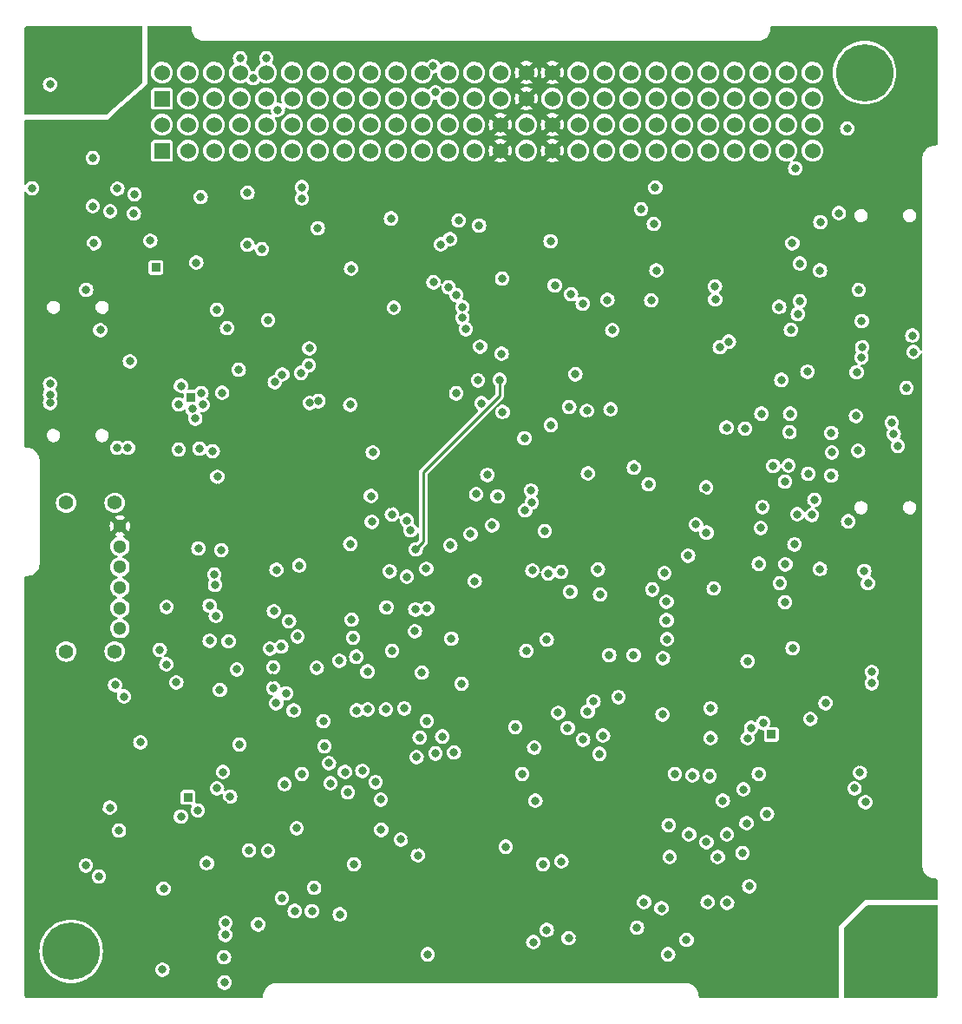
<source format=gbr>
%TF.GenerationSoftware,KiCad,Pcbnew,7.0.5*%
%TF.CreationDate,2024-04-25T22:20:35+03:00*%
%TF.ProjectId,obc-adcs-board,6f62632d-6164-4637-932d-626f6172642e,rev?*%
%TF.SameCoordinates,PX3e2df80PY83e4a60*%
%TF.FileFunction,Copper,L4,Inr*%
%TF.FilePolarity,Positive*%
%FSLAX46Y46*%
G04 Gerber Fmt 4.6, Leading zero omitted, Abs format (unit mm)*
G04 Created by KiCad (PCBNEW 7.0.5) date 2024-04-25 22:20:35*
%MOMM*%
%LPD*%
G01*
G04 APERTURE LIST*
%TA.AperFunction,ComponentPad*%
%ADD10C,5.600000*%
%TD*%
%TA.AperFunction,ComponentPad*%
%ADD11R,0.850000X0.850000*%
%TD*%
%TA.AperFunction,ComponentPad*%
%ADD12R,1.530000X1.530000*%
%TD*%
%TA.AperFunction,ComponentPad*%
%ADD13C,1.530000*%
%TD*%
%TA.AperFunction,ComponentPad*%
%ADD14C,1.300000*%
%TD*%
%TA.AperFunction,ComponentPad*%
%ADD15C,1.400000*%
%TD*%
%TA.AperFunction,ViaPad*%
%ADD16C,0.800000*%
%TD*%
%TA.AperFunction,Conductor*%
%ADD17C,0.250000*%
%TD*%
G04 APERTURE END LIST*
D10*
%TO.N,unconnected-(H4-Pad1)*%
%TO.C,H4*%
X82630000Y90930000D03*
%TD*%
%TO.N,unconnected-(H1-Pad1)*%
%TO.C,H1*%
X5180000Y5190000D03*
%TD*%
%TO.N,AC_GND_2*%
%TO.C,H3*%
X85170000Y5210000D03*
%TD*%
D11*
%TO.N,/OBC module/3V3_PROT*%
%TO.C,3V3_PROT*%
X16600000Y20225000D03*
%TD*%
D10*
%TO.N,AC_GND_1*%
%TO.C,H2*%
X8990000Y90930000D03*
%TD*%
D11*
%TO.N,/ADCS_VDD*%
%TO.C,J29*%
X16875000Y59250000D03*
%TD*%
D12*
%TO.N,CAN1-*%
%TO.C,J1*%
X14048000Y83309000D03*
D13*
%TO.N,unconnected-(J1-Pad02)*%
X14048000Y85849000D03*
%TO.N,CAN1+*%
X16588000Y83309000D03*
%TO.N,unconnected-(J1-Pad04)*%
X16588000Y85849000D03*
%TO.N,unconnected-(J1-Pad05)*%
X19128000Y83309000D03*
%TO.N,unconnected-(J1-Pad06)*%
X19128000Y85849000D03*
%TO.N,unconnected-(J1-Pad07)*%
X21668000Y83309000D03*
%TO.N,unconnected-(J1-Pad08)*%
X21668000Y85849000D03*
%TO.N,unconnected-(J1-Pad09)*%
X24208000Y83309000D03*
%TO.N,unconnected-(J1-Pad10)*%
X24208000Y85849000D03*
%TO.N,unconnected-(J1-Pad11)*%
X26748000Y83309000D03*
%TO.N,unconnected-(J1-Pad12)*%
X26748000Y85849000D03*
%TO.N,unconnected-(J1-Pad13)*%
X29288000Y83309000D03*
%TO.N,unconnected-(J1-Pad14)*%
X29288000Y85849000D03*
%TO.N,unconnected-(J1-Pad15)*%
X31828000Y83309000D03*
%TO.N,unconnected-(J1-Pad16)*%
X31828000Y85849000D03*
%TO.N,unconnected-(J1-Pad17)*%
X34368000Y83309000D03*
%TO.N,unconnected-(J1-Pad18)*%
X34368000Y85849000D03*
%TO.N,unconnected-(J1-Pad19)*%
X36908000Y83309000D03*
%TO.N,unconnected-(J1-Pad20)*%
X36908000Y85849000D03*
%TO.N,unconnected-(J1-Pad21)*%
X39448000Y83309000D03*
%TO.N,unconnected-(J1-Pad22)*%
X39448000Y85849000D03*
%TO.N,unconnected-(J1-Pad23)*%
X41988000Y83309000D03*
%TO.N,unconnected-(J1-Pad24)*%
X41988000Y85849000D03*
%TO.N,unconnected-(J1-Pad25)*%
X44528000Y83309000D03*
%TO.N,unconnected-(J1-Pad26)*%
X44528000Y85849000D03*
%TO.N,GND*%
X47068000Y83309000D03*
X47068000Y85849000D03*
%TO.N,unconnected-(J1-Pad29)*%
X49608000Y83309000D03*
%TO.N,unconnected-(J1-Pad30)*%
X49608000Y85849000D03*
%TO.N,GND*%
X52148000Y83309000D03*
X52148000Y85849000D03*
%TO.N,unconnected-(J1-Pad33)*%
X54688000Y83309000D03*
%TO.N,unconnected-(J1-Pad34)*%
X54688000Y85849000D03*
%TO.N,unconnected-(J1-Pad35)*%
X57228000Y83309000D03*
%TO.N,unconnected-(J1-Pad36)*%
X57228000Y85849000D03*
%TO.N,unconnected-(J1-Pad37)*%
X59768000Y83309000D03*
%TO.N,unconnected-(J1-Pad38)*%
X59768000Y85849000D03*
%TO.N,unconnected-(J1-Pad39)*%
X62308000Y83309000D03*
%TO.N,unconnected-(J1-Pad40)*%
X62308000Y85849000D03*
%TO.N,/I2C_MTQ_SDA*%
X64848000Y83309000D03*
%TO.N,unconnected-(J1-Pad42)*%
X64848000Y85849000D03*
%TO.N,/I2C_MTQ_SCK*%
X67388000Y83309000D03*
%TO.N,unconnected-(J1-Pad44)*%
X67388000Y85849000D03*
%TO.N,unconnected-(J1-Pad45)*%
X69928000Y83309000D03*
%TO.N,unconnected-(J1-Pad46)*%
X69928000Y85849000D03*
%TO.N,/EPS_5V_PANELS*%
X72468000Y83309000D03*
%TO.N,/EPS_3V3_OBC*%
X72468000Y85849000D03*
%TO.N,/EPS_5V_ADM*%
X75008000Y83309000D03*
%TO.N,/EPS_3V3_ADCS*%
X75008000Y85849000D03*
%TO.N,unconnected-(J1-Pad51)*%
X77548000Y83309000D03*
%TO.N,unconnected-(J1-Pad52)*%
X77548000Y85849000D03*
%TD*%
D11*
%TO.N,/ADCS_VDD*%
%TO.C,ADCS_VDD*%
X13450000Y71900000D03*
%TD*%
D12*
%TO.N,CAN2-*%
%TO.C,J5*%
X14048000Y88389000D03*
D13*
%TO.N,unconnected-(J5-Pad02)*%
X14048000Y90929000D03*
%TO.N,CAN2+*%
X16588000Y88389000D03*
%TO.N,unconnected-(J5-Pad04)*%
X16588000Y90929000D03*
%TO.N,unconnected-(J5-Pad05)*%
X19128000Y88389000D03*
%TO.N,unconnected-(J5-Pad06)*%
X19128000Y90929000D03*
%TO.N,/COMMS_SWD*%
X21668000Y88389000D03*
%TO.N,/COMMS_SWCLK*%
X21668000Y90929000D03*
%TO.N,/COMMS_RST*%
X24208000Y88389000D03*
%TO.N,/COMMS_3V3_REF*%
X24208000Y90929000D03*
%TO.N,unconnected-(J5-Pad11)*%
X26748000Y88389000D03*
%TO.N,unconnected-(J5-Pad12)*%
X26748000Y90929000D03*
%TO.N,unconnected-(J5-Pad13)*%
X29288000Y88389000D03*
%TO.N,unconnected-(J5-Pad14)*%
X29288000Y90929000D03*
%TO.N,unconnected-(J5-Pad15)*%
X31828000Y88389000D03*
%TO.N,unconnected-(J5-Pad16)*%
X31828000Y90929000D03*
%TO.N,/OBC_UART_TX*%
X34368000Y88389000D03*
%TO.N,/OBC_UART_RX*%
X34368000Y90929000D03*
%TO.N,/ADCS_UART_TX*%
X36908000Y88389000D03*
%TO.N,/ADCS_UART_RX*%
X36908000Y90929000D03*
%TO.N,/COMMS_TX*%
X39448000Y88389000D03*
%TO.N,/COMMS_RX*%
X39448000Y90929000D03*
%TO.N,unconnected-(J5-Pad23)*%
X41988000Y88389000D03*
%TO.N,unconnected-(J5-Pad24)*%
X41988000Y90929000D03*
%TO.N,unconnected-(J5-Pad25)*%
X44528000Y88389000D03*
%TO.N,unconnected-(J5-Pad26)*%
X44528000Y90929000D03*
%TO.N,unconnected-(J5-Pad27)*%
X47068000Y88389000D03*
%TO.N,unconnected-(J5-Pad28)*%
X47068000Y90929000D03*
%TO.N,GND*%
X49608000Y88389000D03*
X49608000Y90929000D03*
%TO.N,unconnected-(J5-Pad31)*%
X52148000Y88389000D03*
%TO.N,GND*%
X52148000Y90929000D03*
%TO.N,unconnected-(J5-Pad33)*%
X54688000Y88389000D03*
%TO.N,unconnected-(J5-Pad34)*%
X54688000Y90929000D03*
%TO.N,unconnected-(J5-Pad35)*%
X57228000Y88389000D03*
%TO.N,unconnected-(J5-Pad36)*%
X57228000Y90929000D03*
%TO.N,GNSS_PPS*%
X59768000Y88389000D03*
%TO.N,unconnected-(J5-Pad38)*%
X59768000Y90929000D03*
%TO.N,unconnected-(J5-Pad39)*%
X62308000Y88389000D03*
%TO.N,unconnected-(J5-Pad40)*%
X62308000Y90929000D03*
%TO.N,unconnected-(J5-Pad41)*%
X64848000Y88389000D03*
%TO.N,unconnected-(J5-Pad42)*%
X64848000Y90929000D03*
%TO.N,unconnected-(J5-Pad43)*%
X67388000Y88389000D03*
%TO.N,unconnected-(J5-Pad44)*%
X67388000Y90929000D03*
%TO.N,unconnected-(J5-Pad45)*%
X69928000Y88389000D03*
%TO.N,unconnected-(J5-Pad46)*%
X69928000Y90929000D03*
%TO.N,unconnected-(J5-Pad47)*%
X72468000Y88389000D03*
%TO.N,unconnected-(J5-Pad48)*%
X72468000Y90929000D03*
%TO.N,unconnected-(J5-Pad49)*%
X75008000Y88389000D03*
%TO.N,unconnected-(J5-Pad50)*%
X75008000Y90929000D03*
%TO.N,unconnected-(J5-Pad51)*%
X77548000Y88389000D03*
%TO.N,unconnected-(J5-Pad52)*%
X77548000Y90929000D03*
%TD*%
D14*
%TO.N,RS422_RX+*%
%TO.C,J12*%
X9940000Y36700000D03*
%TO.N,RS422_RX-*%
X9940000Y38700000D03*
%TO.N,GNSS_PPS*%
X9940000Y40700000D03*
%TO.N,RS422_TX-*%
X9940000Y42700000D03*
%TO.N,RS422_TX+*%
X9940000Y44700000D03*
%TO.N,GND*%
X9940000Y46700000D03*
D15*
%TO.N,unconnected-(J12-Pad7)*%
X9440000Y34450000D03*
%TO.N,unconnected-(J12-Pad8)*%
X9440000Y48950000D03*
%TO.N,unconnected-(J12-Pad9)*%
X4690000Y34450000D03*
%TO.N,unconnected-(J12-Pad10)*%
X4690000Y48950000D03*
%TD*%
D11*
%TO.N,/ADCS_VDD*%
%TO.C,ADCS_VDDIO*%
X73525000Y26350000D03*
%TD*%
D16*
%TO.N,/OBC module/3V3_LCLPROT_NAND*%
X19450000Y51500000D03*
X47298620Y57825500D03*
%TO.N,GND*%
X47600000Y16600000D03*
X33550000Y69400000D03*
X72463082Y63144775D03*
X43411765Y49939356D03*
X48300000Y64200000D03*
X71800000Y66025000D03*
X72600000Y30900000D03*
X11450000Y72650000D03*
X74100000Y47100000D03*
X55000000Y29900000D03*
X23400000Y41500000D03*
X72675000Y66050000D03*
X33550000Y77700000D03*
X67800000Y36500000D03*
X63825000Y66274500D03*
X83300000Y33950000D03*
X44450000Y43474500D03*
X67300000Y60900000D03*
X60825000Y63274500D03*
X30775201Y70850201D03*
X81600000Y44500000D03*
X76775000Y5300000D03*
X69420000Y7840000D03*
X49400000Y57800000D03*
X5200000Y81700000D03*
X43366241Y34898540D03*
X75130000Y54830000D03*
X79690000Y28820000D03*
X50254992Y38855008D03*
X75775500Y43700000D03*
X83300000Y29800000D03*
X68000000Y37700000D03*
X82150000Y23660000D03*
X59360000Y7640000D03*
X15350000Y15025000D03*
X38725000Y42475000D03*
X58599500Y56967278D03*
X58600000Y46400000D03*
X61000000Y61700000D03*
X67550000Y47900000D03*
X67687701Y33787701D03*
X77124702Y59700202D03*
X52275000Y6424500D03*
X6674102Y73623326D03*
X16625000Y63600000D03*
X76475000Y3800000D03*
X59825000Y55525000D03*
X47900000Y74400000D03*
X51390000Y49199989D03*
X35275000Y48825000D03*
X53900000Y29900000D03*
X47690000Y8840000D03*
X55610482Y56930966D03*
X42450000Y8460000D03*
X81800500Y51575000D03*
X48700000Y19826944D03*
X82125500Y65125000D03*
X44710000Y51560000D03*
X35625000Y91600000D03*
X44200000Y54100000D03*
X17250000Y12500000D03*
X47100000Y24800000D03*
X66100000Y10100000D03*
X69600000Y54649500D03*
X45449500Y38925500D03*
X41300000Y62950000D03*
X80070000Y16890000D03*
X36300000Y48850000D03*
X53400000Y56350000D03*
X73200000Y75000000D03*
X20113782Y19490461D03*
X62387701Y55712299D03*
X73600000Y54100000D03*
X53100000Y35700000D03*
X25250000Y65275000D03*
X54830000Y6490000D03*
X66500000Y71500000D03*
X39100000Y76600000D03*
X81575000Y39000000D03*
X49250000Y24174500D03*
X36490742Y45200000D03*
X19500000Y50400000D03*
X64600000Y31100000D03*
X82275000Y70725000D03*
X30250000Y37500000D03*
X1700000Y24625000D03*
X63901953Y64186763D03*
X67100000Y56000000D03*
X72500000Y33438030D03*
X49700000Y35800000D03*
X37600008Y72300000D03*
X3150000Y22750000D03*
X8425000Y59150000D03*
X69756632Y76845193D03*
X44230000Y48000000D03*
X38360903Y16264317D03*
X70950000Y65925000D03*
X8350000Y60100000D03*
X24600000Y22600000D03*
X74222701Y59300000D03*
X31700000Y7400000D03*
X65500000Y44950000D03*
X7875000Y19250000D03*
X18675500Y69800000D03*
X51500000Y37400000D03*
X37300000Y59500000D03*
X86600000Y13600000D03*
X63800000Y26000000D03*
X14525000Y15825000D03*
X20675000Y26675000D03*
X60700000Y42800000D03*
X71850000Y71375000D03*
X27500000Y20000000D03*
X20150000Y32700000D03*
X19300000Y33750000D03*
X1800000Y82700000D03*
X45000000Y47200000D03*
X67400000Y59500000D03*
X31600000Y14700000D03*
X15300000Y5950500D03*
X70360000Y7580000D03*
X85100000Y13600000D03*
X19550000Y12550000D03*
X43373809Y36404080D03*
X73200000Y62275000D03*
X74780505Y49114314D03*
X24700000Y52700000D03*
X79497175Y49973749D03*
X38068983Y89251723D03*
X38917870Y15565529D03*
X24852333Y31870397D03*
X55225000Y66875000D03*
X56670000Y52500998D03*
X51450000Y55350000D03*
X53350000Y63950000D03*
X52600000Y66300000D03*
X46263346Y28317380D03*
X66724115Y49545772D03*
X74550000Y62250000D03*
X17050000Y18000000D03*
X18276668Y20976266D03*
X73050000Y40200000D03*
X63050000Y47675500D03*
X20600000Y12500000D03*
X6800000Y18100000D03*
X73303571Y37000000D03*
X74850000Y46350000D03*
X51549067Y64030103D03*
X68200000Y43600000D03*
X65625000Y61175000D03*
X60598056Y29001944D03*
%TO.N,/ADCS_VDD*%
X7300000Y77900000D03*
X44710000Y49800000D03*
X68025000Y70075000D03*
X56175000Y29575000D03*
X52000000Y56550000D03*
X69150000Y56300000D03*
X75600000Y34780000D03*
X41275000Y74175000D03*
X68050000Y68800000D03*
X17300000Y57175000D03*
X75775500Y44900000D03*
X72725000Y27475000D03*
X17025000Y58100000D03*
X70950000Y56200000D03*
X73700000Y52555500D03*
X76047663Y47847663D03*
X74350000Y41100000D03*
X74847299Y39272701D03*
X23800000Y73700000D03*
X82350000Y66700000D03*
X44575000Y41325000D03*
X75433724Y65827573D03*
X53800000Y58300000D03*
X6649500Y69750000D03*
X71550000Y27000000D03*
X48528357Y27075471D03*
X61800000Y68699500D03*
X62298300Y71630500D03*
X42150000Y74675000D03*
X36400000Y76700000D03*
X72655809Y48537448D03*
%TO.N,/OBC module/3V3_LCLPROT_MRAM*%
X67600000Y26000000D03*
X67600000Y28900000D03*
X62950000Y33800000D03*
%TO.N,/ADCS module/Microcontroller/MCU_VDDCORE*%
X62900000Y28300000D03*
X71200000Y33500000D03*
X45803305Y51672096D03*
X46280000Y46754500D03*
X53650000Y26975500D03*
X55517915Y57926173D03*
X72500000Y46500000D03*
X43300000Y31300000D03*
%TO.N,/OBC module/3V3_PROT*%
X57825000Y58075000D03*
X47600000Y15400000D03*
X72300000Y43000000D03*
X21600000Y25373540D03*
X15674500Y58575000D03*
X67300000Y10000000D03*
X49600000Y34500000D03*
X63100000Y42100000D03*
X61100000Y10000000D03*
X25225000Y42425000D03*
X19700000Y30700000D03*
X20150000Y2150000D03*
X68496928Y64136036D03*
X19924951Y59699952D03*
X63300000Y39300000D03*
X51400000Y46200000D03*
X81850000Y61698370D03*
X28425000Y64025000D03*
X56600000Y42450000D03*
X36680000Y67990000D03*
X60800000Y77600000D03*
X24400000Y15000000D03*
X17550000Y18950000D03*
X46800000Y49599500D03*
X18025500Y58525000D03*
X14467936Y33193337D03*
X14200000Y11300000D03*
X67200000Y46050000D03*
X54400000Y61500000D03*
X20000000Y22700000D03*
X29325000Y58875000D03*
X18700000Y35500000D03*
X21537701Y61937701D03*
X20550000Y35430000D03*
X51975000Y74475000D03*
X45000000Y76000000D03*
X15900000Y18350000D03*
X24394500Y66775000D03*
X45100000Y64200000D03*
X49200000Y22500000D03*
X39852248Y42523153D03*
X43000000Y76500000D03*
X32500000Y71800000D03*
X60100000Y52400000D03*
X67150000Y50450000D03*
X62050000Y76150000D03*
X20250000Y7975000D03*
X63350000Y35650000D03*
X28499500Y58700000D03*
X32425000Y58525000D03*
X50375201Y25075500D03*
X62200498Y79711461D03*
X37375000Y16100000D03*
%TO.N,/OBC module/MCU_VDDCORE*%
X36275500Y42275000D03*
X51600000Y35600000D03*
X39025982Y14571891D03*
X32800000Y13700000D03*
X20700000Y20300000D03*
X50500000Y19900000D03*
X21350000Y32700000D03*
%TO.N,/OBC module/MEM_NAND_ENABLE_1*%
X27437701Y42837701D03*
X19000000Y54000000D03*
%TO.N,/OBC module/MEM_NAND_ENABLE_2*%
X15674500Y54150000D03*
X19850000Y44350000D03*
%TO.N,/OBC module/MEM_NAND_WR_PROTECT*%
X17601153Y44511153D03*
X26450000Y37400000D03*
%TO.N,/OBC module/MEM_D0*%
X38900000Y24150000D03*
X37700000Y28900000D03*
X63500000Y17500000D03*
%TO.N,/OBC module/MEM_D1*%
X65500000Y16600000D03*
X35900000Y28800000D03*
%TO.N,/OBC module/MEM_D2*%
X34100000Y28800000D03*
X67200000Y15850000D03*
%TO.N,/OBC module/MEM_D3*%
X33075000Y28700000D03*
X68300000Y14400000D03*
%TO.N,/OBC module/MEM_D4*%
X58600000Y30000000D03*
X38744503Y36424500D03*
%TO.N,/OBC module/MEM_D5*%
X38306559Y46268441D03*
X31375500Y33550000D03*
X32424500Y44950000D03*
X67500000Y22300000D03*
%TO.N,/OBC module/MEM_D6*%
X34524006Y47100500D03*
X37939742Y47250000D03*
X65831600Y22356199D03*
X32700000Y35800000D03*
%TO.N,/OBC module/MEM_D7*%
X64100000Y22500000D03*
X33009668Y33940332D03*
%TO.N,/OBC module/LCL_MRAM_SET*%
X61900000Y40500000D03*
X57100000Y26250000D03*
%TO.N,/OBC module/LCL_MRAM_RST*%
X63300000Y37500000D03*
X56740000Y24460000D03*
%TO.N,/OBC module/LCL_CAN_1_SET*%
X47004429Y60955706D03*
X38775000Y38549500D03*
X47250000Y70825000D03*
X38825500Y44424500D03*
%TO.N,/OBC module/LCL_CAN_1_RST*%
X42762299Y59637701D03*
X43700000Y65900000D03*
%TO.N,/OBC module/LCL_CAN1_OP-AMP_OUT*%
X58000000Y65800000D03*
X72550000Y57650000D03*
%TO.N,/OBC module/PAYLOAD_RX*%
X36490742Y47825000D03*
%TO.N,/OBC module/PAYLOAD_RX_ENABLE*%
X44169503Y45905497D03*
%TO.N,/OBC module/PAYLOAD_TX_ENABLE*%
X34612701Y53862701D03*
X25700000Y34925000D03*
%TO.N,/I2C_MTQ_SDA*%
X78274500Y42500000D03*
X75850000Y81600000D03*
X65400000Y43800000D03*
X37939742Y41750000D03*
%TO.N,/I2C_MTQ_SCK*%
X53900000Y40275500D03*
X24970104Y38375431D03*
X75198170Y52589129D03*
%TO.N,/OBC module/PAYLOAD_TX*%
X34439735Y49625303D03*
%TO.N,/ADCS_SWDIO*%
X79374278Y55774680D03*
X77725000Y49250000D03*
X14100000Y3400000D03*
%TO.N,/OBC_UART_TX*%
X79375000Y51625000D03*
X27280000Y35910000D03*
%TO.N,/OBC_UART_RX*%
X18699500Y38924500D03*
X77125000Y51800000D03*
%TO.N,/ADCS_UART_TX*%
X78275000Y71625000D03*
%TO.N,/ADCS_UART_RX*%
X82050000Y69725000D03*
%TO.N,/ADCS_SWCLK*%
X74900000Y42950000D03*
X79442368Y53869376D03*
X39970000Y4900000D03*
X85875000Y54500000D03*
%TO.N,/ADCS_RESET*%
X76300000Y68625000D03*
X17700000Y54250000D03*
X56800000Y40000000D03*
X66164025Y46839426D03*
%TO.N,/EPS_5V_PANELS*%
X60410000Y7510000D03*
X82170000Y22620000D03*
X7900000Y12500000D03*
X53740000Y6470000D03*
X6625000Y13575000D03*
%TO.N,/EPS_5V_ADM*%
X3124500Y60550000D03*
X3124500Y58700000D03*
X3124500Y59525000D03*
%TO.N,/OBC module/MCU_SWCLK*%
X26150000Y30375000D03*
X76300000Y72300000D03*
X9475000Y31175000D03*
%TO.N,/OBC module/MCU_SWDIO*%
X24600000Y34724500D03*
X13837701Y34612299D03*
X10342500Y30057500D03*
X75575000Y74275000D03*
%TO.N,/ADM_ENABLE_1*%
X61550000Y50770000D03*
X42200000Y44800000D03*
X75350000Y57650000D03*
X15900000Y60375000D03*
%TO.N,/ADM_ENABLE_2*%
X75300000Y55850000D03*
X17900000Y59675000D03*
X35962500Y38762500D03*
%TO.N,/OBC module/MCU_TRACECLK*%
X27200000Y17200000D03*
X23430000Y7820000D03*
%TO.N,/OBC module/MCU_TRACED_3*%
X26000000Y21500000D03*
X25750000Y10400000D03*
%TO.N,/OBC module/MCU_TRACED_2*%
X27700000Y22500000D03*
X26995000Y9135000D03*
%TO.N,/OBC module/MCU_TRACED_1*%
X28680000Y9130000D03*
X30500000Y21600000D03*
%TO.N,/OBC module/MCU_TRACED_0*%
X32200000Y20700000D03*
X31400000Y8800000D03*
%TO.N,/ADCS module/PAYLOAD_RX_ENABLE*%
X52389650Y70164650D03*
X50075000Y50150000D03*
%TO.N,/OBC module/MEM_MRAM_ENABLE*%
X62800000Y9400000D03*
X31900000Y22700000D03*
%TO.N,/OBC module/MEM_MRAM_WR_ENABLE*%
X33600000Y22800000D03*
X69210000Y9920000D03*
%TO.N,/ADCS module/I2C_SDA_SENS*%
X69375000Y64675500D03*
X74500000Y60950000D03*
X55620000Y51820000D03*
%TO.N,/ADCS module/PAYLOAD_TX_ENABLE*%
X53975000Y69300000D03*
X74850000Y51025000D03*
%TO.N,/ADCS module/PAYLOAD_TX*%
X55112701Y68387701D03*
X57530155Y68755155D03*
%TO.N,/OBC module/I2C_SDA_SENS*%
X19425000Y21100000D03*
X22550000Y15050000D03*
X18425201Y13799799D03*
%TO.N,/OBC module/LCL_PWM_CAN1*%
X44900000Y60900000D03*
X47200000Y63500000D03*
%TO.N,/OBC module/LCL_PWM_MRAM*%
X55150000Y25850000D03*
X60087299Y34087299D03*
%TO.N,/OBC module/LCL_PWM_NAND*%
X57700000Y34100000D03*
X55600000Y28600000D03*
%TO.N,/OBC module/MEM_A20*%
X32550000Y37550000D03*
X28900000Y11400000D03*
%TO.N,/OBC module/MEM_A5*%
X35450000Y17050000D03*
X69200000Y16600000D03*
%TO.N,/OBC module/MEM_A6*%
X35400000Y20000000D03*
X70700960Y14789040D03*
%TO.N,/OBC module/MEM_A7*%
X34900000Y21700000D03*
X71370000Y11540000D03*
%TO.N,/OBC module/MEM_A8*%
X40750000Y24500000D03*
X71100000Y17700000D03*
%TO.N,/OBC module/MEM_A9*%
X73100000Y18600000D03*
X42550000Y24600000D03*
%TO.N,/OBC module/MEM_A10*%
X71200000Y26000000D03*
X34100000Y32500000D03*
%TO.N,/OBC module/MEM_A11*%
X72300000Y22500000D03*
X39887877Y27669050D03*
%TO.N,/OBC module/MEM_A12*%
X39200000Y26050000D03*
X70800000Y21000000D03*
%TO.N,/OBC module/MEM_A13*%
X68800000Y19900000D03*
X41400000Y26150000D03*
%TO.N,/OBC module/MEM_MRAM_OUT_ENABLE*%
X63600000Y14400000D03*
X29800000Y27650000D03*
%TO.N,/OBC module/MEM_A17*%
X53040000Y13980000D03*
X30350000Y23550000D03*
%TO.N,/OBC module/MEM_A18*%
X29900000Y25200000D03*
X51250000Y13700000D03*
%TO.N,/OBC module/MEM_A19*%
X52720273Y28469773D03*
X36500000Y34524598D03*
%TO.N,GNSS_PPS*%
X3125000Y89775000D03*
X1375000Y79650000D03*
X51753412Y42069901D03*
X39937701Y38637299D03*
X14500250Y38800250D03*
%TO.N,/ADCS module/CAN_TX_1*%
X49499002Y48222894D03*
X29255000Y75745000D03*
%TO.N,/ADCS module/CAN_RX_1*%
X50138298Y48991208D03*
X40552129Y70475500D03*
%TO.N,/ADCS module/CAN_TX_2*%
X67900000Y40600000D03*
X11300000Y77175500D03*
%TO.N,/ADCS module/CAN_RX_2*%
X7423942Y74284193D03*
X50200000Y42350000D03*
%TO.N,/ADCS module/CAN_FAULT_2*%
X45225000Y58675000D03*
X49425500Y55270000D03*
%TO.N,/ADCS module/CAN_SILENT_2*%
X53000000Y42200000D03*
X11370000Y79060000D03*
%TO.N,/COMMS_RX*%
X40525000Y91550000D03*
X87275000Y65275000D03*
%TO.N,/COMMS_TX*%
X40725000Y89000500D03*
X87400000Y63675000D03*
%TO.N,/COMMS_3V3_REF*%
X85270577Y56764922D03*
X24225000Y92325500D03*
%TO.N,/COMMS_RST*%
X80925000Y85475000D03*
X85474750Y55650250D03*
X25350000Y87300000D03*
%TO.N,/COMMS_SWCLK*%
X81775000Y57425000D03*
X21675000Y92325500D03*
%TO.N,/COMMS_SWD*%
X22953582Y90374500D03*
X86725000Y60150000D03*
%TO.N,/OBC module/CAN_RX_2*%
X29160000Y32870000D03*
X12910498Y74524500D03*
%TO.N,/OBC module/CAN_FAULT_2*%
X19143501Y41943500D03*
X9700000Y79600000D03*
%TO.N,/OBC module/CAN_TX_1*%
X17400000Y72400000D03*
X39420000Y32380000D03*
%TO.N,/OBC module/CAN_RX_1*%
X42300000Y35700000D03*
X22400000Y74125000D03*
%TO.N,/OBC module/CAN_SILENT_1*%
X17824500Y78775000D03*
X19400000Y67800000D03*
%TO.N,/OBC module/CAN_FAULT_1*%
X22400000Y79200000D03*
X20400000Y66000000D03*
%TO.N,/OBC module/MCU_ERASE*%
X11937232Y25587232D03*
X24925000Y30873540D03*
%TO.N,/OBC module/CAN_TX_2*%
X9000000Y77400000D03*
X26900000Y28700000D03*
%TO.N,/OBC module/CAN_SILENT_2*%
X7300000Y82600000D03*
X19226484Y40947449D03*
%TO.N,CAN1-*%
X74300000Y68068921D03*
X82950000Y41100000D03*
X82385793Y64159986D03*
X27700000Y79750500D03*
%TO.N,CAN1+*%
X27700000Y78650500D03*
X82325500Y63147870D03*
X76109467Y67369421D03*
X82600000Y42300000D03*
%TO.N,CAN2-*%
X78306717Y76343283D03*
X83337163Y32450000D03*
%TO.N,CAN2+*%
X83337163Y31350000D03*
X80124500Y77225000D03*
%TO.N,/OBC module/NRST_OBC*%
X15450500Y31425000D03*
X81023056Y47148056D03*
X77049500Y61750000D03*
X24917931Y32917471D03*
%TO.N,AC_GND_1*%
X4425000Y87400000D03*
X2300000Y87400000D03*
X6450000Y87400000D03*
%TO.N,AC_GND_2*%
X85200000Y9100000D03*
X81275000Y5200000D03*
X86500000Y9100000D03*
X81275000Y3900000D03*
%TO.N,I2C_SDA_PANELS*%
X65250000Y6300000D03*
X10914167Y62751219D03*
X9850000Y16975000D03*
X78820000Y29410000D03*
X81650000Y21100000D03*
X51610000Y7280000D03*
X20225000Y6800000D03*
X25200000Y29400000D03*
%TO.N,I2C_SCK_PANELS*%
X8950000Y19225000D03*
X8025000Y65800000D03*
X82700000Y19740000D03*
X50290000Y6100000D03*
X20100000Y4625000D03*
X77340000Y27870000D03*
X63450000Y4900000D03*
X19299500Y37925000D03*
%TO.N,/ADCS module/MCU_ERASE*%
X81993737Y54035421D03*
X77475000Y47775000D03*
%TO.N,RS422_TX+*%
X25796347Y61470131D03*
X9675000Y54306843D03*
X43380572Y68045000D03*
%TO.N,RS422_TX-*%
X43380572Y66995000D03*
X25053883Y60727667D03*
X10725000Y54306843D03*
%TO.N,RS422_RX+*%
X28371232Y62371232D03*
X42028768Y69971232D03*
%TO.N,RS422_RX-*%
X27628768Y61628768D03*
X42771232Y69228768D03*
%TD*%
D17*
%TO.N,/OBC module/LCL_CAN_1_SET*%
X38825500Y44424500D02*
X39550998Y45149998D01*
X39550998Y45149998D02*
X39550998Y51950998D01*
X47004429Y59404429D02*
X47004429Y60955706D01*
X39550998Y51950998D02*
X47004429Y59404429D01*
%TD*%
%TA.AperFunction,Conductor*%
%TO.N,AC_GND_1*%
G36*
X12059191Y95490593D02*
G01*
X12095155Y95441093D01*
X12100000Y95410500D01*
X12100000Y89944563D01*
X12081093Y89886372D01*
X12066640Y89870453D01*
X11430566Y89307073D01*
X8711775Y86899000D01*
X8628102Y86824890D01*
X8572005Y86800461D01*
X8562462Y86800000D01*
X699500Y86800000D01*
X641309Y86818907D01*
X605345Y86868407D01*
X600500Y86899000D01*
X600500Y89775000D01*
X2419355Y89775000D01*
X2439860Y89606128D01*
X2500182Y89447070D01*
X2596817Y89307071D01*
X2724148Y89194266D01*
X2874775Y89115210D01*
X3039944Y89074500D01*
X3039947Y89074500D01*
X3210053Y89074500D01*
X3210056Y89074500D01*
X3375225Y89115210D01*
X3525852Y89194266D01*
X3653183Y89307071D01*
X3749818Y89447070D01*
X3810140Y89606128D01*
X3830645Y89775000D01*
X3810140Y89943872D01*
X3749818Y90102930D01*
X3653183Y90242929D01*
X3606938Y90283898D01*
X3525853Y90355733D01*
X3525852Y90355734D01*
X3375225Y90434790D01*
X3375224Y90434791D01*
X3375223Y90434791D01*
X3210058Y90475500D01*
X3210056Y90475500D01*
X3039944Y90475500D01*
X3039941Y90475500D01*
X2874776Y90434791D01*
X2724146Y90355733D01*
X2596818Y90242931D01*
X2596816Y90242928D01*
X2505506Y90110643D01*
X2500182Y90102930D01*
X2439860Y89943872D01*
X2419355Y89775000D01*
X600500Y89775000D01*
X600500Y95106753D01*
X600924Y95113220D01*
X605213Y95145800D01*
X612412Y95200484D01*
X619098Y95225434D01*
X649037Y95297715D01*
X661950Y95320081D01*
X709582Y95382157D01*
X727843Y95400418D01*
X789919Y95448050D01*
X812285Y95460963D01*
X884566Y95490902D01*
X909518Y95497588D01*
X978281Y95506641D01*
X996781Y95509076D01*
X1003248Y95509500D01*
X1065892Y95509500D01*
X12001000Y95509500D01*
X12059191Y95490593D01*
G37*
%TD.AperFunction*%
%TD*%
%TA.AperFunction,Conductor*%
%TO.N,AC_GND_2*%
G36*
X89728691Y9681093D02*
G01*
X89764655Y9631593D01*
X89769500Y9601000D01*
X89769500Y1023248D01*
X89769076Y1016780D01*
X89757588Y929523D01*
X89750899Y904561D01*
X89720965Y832293D01*
X89708043Y809910D01*
X89660423Y747851D01*
X89642148Y729577D01*
X89583441Y684528D01*
X89580090Y681957D01*
X89557707Y669035D01*
X89485439Y639101D01*
X89460477Y632412D01*
X89373220Y620924D01*
X89366752Y620500D01*
X80699000Y620500D01*
X80640809Y639407D01*
X80604845Y688907D01*
X80600000Y719500D01*
X80600000Y7457639D01*
X80618907Y7515830D01*
X80630638Y7529246D01*
X82800000Y9600000D01*
X82871004Y9671004D01*
X82925521Y9698781D01*
X82941008Y9700000D01*
X89670500Y9700000D01*
X89728691Y9681093D01*
G37*
%TD.AperFunction*%
%TD*%
%TA.AperFunction,Conductor*%
%TO.N,GND*%
G36*
X16692696Y95508281D02*
G01*
X16700308Y95507076D01*
X16746614Y95499742D01*
X16776067Y95490173D01*
X16817680Y95468969D01*
X16842737Y95450765D01*
X16875764Y95417738D01*
X16893969Y95392680D01*
X16915170Y95351072D01*
X16924742Y95321612D01*
X16933281Y95267697D01*
X16934500Y95252211D01*
X16934500Y95161580D01*
X16965289Y94967179D01*
X16965291Y94967174D01*
X17026116Y94779975D01*
X17115476Y94604595D01*
X17231172Y94445354D01*
X17370354Y94306172D01*
X17529595Y94190476D01*
X17704975Y94101116D01*
X17892174Y94040291D01*
X17892175Y94040291D01*
X17892178Y94040290D01*
X18086580Y94009500D01*
X18086583Y94009500D01*
X72283420Y94009500D01*
X72477821Y94040290D01*
X72477822Y94040291D01*
X72477826Y94040291D01*
X72665025Y94101116D01*
X72840405Y94190476D01*
X72999646Y94306172D01*
X73138828Y94445354D01*
X73254524Y94604595D01*
X73343884Y94779975D01*
X73404709Y94967174D01*
X73426816Y95106753D01*
X73435500Y95161580D01*
X73435500Y95252211D01*
X73436717Y95267685D01*
X73445259Y95321623D01*
X73454826Y95351066D01*
X73476032Y95392684D01*
X73494232Y95417735D01*
X73527265Y95450768D01*
X73552316Y95468968D01*
X73593934Y95490174D01*
X73623377Y95499741D01*
X73677315Y95508283D01*
X73692789Y95509500D01*
X73750892Y95509500D01*
X89304108Y95509500D01*
X89366752Y95509500D01*
X89373219Y95509076D01*
X89391718Y95506641D01*
X89460481Y95497588D01*
X89485435Y95490901D01*
X89557711Y95460964D01*
X89580083Y95448048D01*
X89642152Y95400421D01*
X89660420Y95382153D01*
X89708045Y95320087D01*
X89720965Y95297708D01*
X89750899Y95225440D01*
X89757588Y95200478D01*
X89769076Y95113221D01*
X89769500Y95106753D01*
X89769500Y84072790D01*
X89768281Y84057304D01*
X89759742Y84003389D01*
X89750170Y83973929D01*
X89728969Y83932321D01*
X89710764Y83907263D01*
X89677737Y83874236D01*
X89652679Y83856031D01*
X89611071Y83834830D01*
X89581612Y83825259D01*
X89527695Y83816719D01*
X89512211Y83815500D01*
X89421580Y83815500D01*
X89227178Y83784711D01*
X89039974Y83723884D01*
X88864597Y83634526D01*
X88705355Y83518829D01*
X88566171Y83379645D01*
X88450474Y83220403D01*
X88361116Y83045026D01*
X88300289Y82857822D01*
X88269500Y82663421D01*
X88269500Y63897980D01*
X88250593Y63839789D01*
X88201093Y63803825D01*
X88139907Y63803825D01*
X88090407Y63839789D01*
X88077934Y63862871D01*
X88024818Y64002930D01*
X87928183Y64142929D01*
X87800852Y64255734D01*
X87650225Y64334790D01*
X87650224Y64334791D01*
X87650223Y64334791D01*
X87485058Y64375500D01*
X87485056Y64375500D01*
X87314944Y64375500D01*
X87314941Y64375500D01*
X87149776Y64334791D01*
X86999146Y64255733D01*
X86871818Y64142931D01*
X86871816Y64142928D01*
X86828886Y64080733D01*
X86775182Y64002930D01*
X86722067Y63862874D01*
X86714860Y63843871D01*
X86695951Y63688141D01*
X86694355Y63675000D01*
X86714860Y63506128D01*
X86775182Y63347070D01*
X86871817Y63207071D01*
X86999148Y63094266D01*
X87149775Y63015210D01*
X87314944Y62974500D01*
X87314947Y62974500D01*
X87485053Y62974500D01*
X87485056Y62974500D01*
X87650225Y63015210D01*
X87800852Y63094266D01*
X87928183Y63207071D01*
X88024818Y63347070D01*
X88077934Y63487128D01*
X88116246Y63534831D01*
X88175282Y63550905D01*
X88232492Y63529209D01*
X88266023Y63478030D01*
X88269500Y63452021D01*
X88269500Y13466580D01*
X88300289Y13272179D01*
X88361116Y13084975D01*
X88420753Y12967929D01*
X88450476Y12909595D01*
X88566172Y12750354D01*
X88705354Y12611172D01*
X88864595Y12495476D01*
X89039975Y12406116D01*
X89227174Y12345291D01*
X89227175Y12345291D01*
X89227178Y12345290D01*
X89421580Y12314500D01*
X89421583Y12314500D01*
X89454108Y12314500D01*
X89512211Y12314500D01*
X89527696Y12313281D01*
X89535308Y12312076D01*
X89581614Y12304742D01*
X89611067Y12295173D01*
X89652680Y12273969D01*
X89677737Y12255765D01*
X89710764Y12222738D01*
X89728970Y12197678D01*
X89750170Y12156070D01*
X89759741Y12126614D01*
X89768281Y12072699D01*
X89769500Y12057211D01*
X89769500Y10299000D01*
X89750593Y10240809D01*
X89701093Y10204845D01*
X89670500Y10200000D01*
X82700000Y10200000D01*
X81319269Y8819268D01*
X80100000Y7599999D01*
X80100009Y719500D01*
X80081102Y661309D01*
X80031602Y625345D01*
X80001009Y620500D01*
X66692789Y620500D01*
X66677303Y621719D01*
X66672927Y622412D01*
X66623387Y630259D01*
X66593928Y639830D01*
X66552320Y661031D01*
X66527262Y679236D01*
X66494235Y712263D01*
X66476030Y737321D01*
X66475760Y737851D01*
X66454827Y778933D01*
X66445259Y808380D01*
X66436717Y862315D01*
X66435500Y877790D01*
X66435500Y968421D01*
X66404710Y1162822D01*
X66404709Y1162826D01*
X66343884Y1350025D01*
X66254524Y1525405D01*
X66138828Y1684646D01*
X65999646Y1823828D01*
X65840405Y1939524D01*
X65840404Y1939525D01*
X65840402Y1939526D01*
X65665025Y2028884D01*
X65477821Y2089711D01*
X65283420Y2120500D01*
X65283417Y2120500D01*
X65220799Y2120500D01*
X25250892Y2120500D01*
X25185000Y2120500D01*
X25086583Y2120500D01*
X25086580Y2120500D01*
X24892178Y2089711D01*
X24704974Y2028884D01*
X24529597Y1939526D01*
X24370355Y1823829D01*
X24231171Y1684645D01*
X24115474Y1525403D01*
X24026116Y1350026D01*
X23965289Y1162822D01*
X23934500Y968421D01*
X23934500Y877790D01*
X23933281Y862304D01*
X23924742Y808389D01*
X23915170Y778929D01*
X23893969Y737321D01*
X23875764Y712263D01*
X23842737Y679236D01*
X23817679Y661031D01*
X23776071Y639830D01*
X23746611Y630259D01*
X23692690Y621719D01*
X23677207Y620500D01*
X23616132Y620500D01*
X23615665Y620471D01*
X1003259Y610502D01*
X996769Y610926D01*
X909523Y622412D01*
X884560Y629101D01*
X812292Y659035D01*
X789913Y671955D01*
X727847Y719580D01*
X709579Y737848D01*
X661952Y799917D01*
X649036Y822289D01*
X619099Y894565D01*
X612412Y919519D01*
X600924Y1006781D01*
X600500Y1013248D01*
X600500Y1116888D01*
X600499Y1116900D01*
X600499Y5189996D01*
X2074615Y5189996D01*
X2094139Y4842317D01*
X2094142Y4842297D01*
X2152472Y4498989D01*
X2248878Y4164358D01*
X2382146Y3842620D01*
X2539541Y3557836D01*
X2550595Y3537836D01*
X2752112Y3253824D01*
X2984161Y2994161D01*
X3243824Y2762112D01*
X3527836Y2560595D01*
X3527841Y2560593D01*
X3527840Y2560593D01*
X3832620Y2392147D01*
X3832619Y2392147D01*
X3832624Y2392145D01*
X4154356Y2258879D01*
X4488987Y2162473D01*
X4832307Y2104141D01*
X4832310Y2104141D01*
X4832316Y2104140D01*
X5179995Y2084615D01*
X5180000Y2084615D01*
X5180005Y2084615D01*
X5527683Y2104140D01*
X5527687Y2104141D01*
X5527693Y2104141D01*
X5797602Y2150000D01*
X19444355Y2150000D01*
X19464860Y1981128D01*
X19525182Y1822070D01*
X19621817Y1682071D01*
X19749148Y1569266D01*
X19899775Y1490210D01*
X20064944Y1449500D01*
X20064947Y1449500D01*
X20235053Y1449500D01*
X20235056Y1449500D01*
X20400225Y1490210D01*
X20550852Y1569266D01*
X20678183Y1682071D01*
X20774818Y1822070D01*
X20835140Y1981128D01*
X20855645Y2150000D01*
X20854130Y2162473D01*
X20851702Y2182473D01*
X20835140Y2318872D01*
X20774818Y2477930D01*
X20678183Y2617929D01*
X20550852Y2730734D01*
X20400225Y2809790D01*
X20400224Y2809791D01*
X20400223Y2809791D01*
X20235058Y2850500D01*
X20235056Y2850500D01*
X20064944Y2850500D01*
X20064941Y2850500D01*
X19899776Y2809791D01*
X19749146Y2730733D01*
X19621818Y2617931D01*
X19621816Y2617928D01*
X19525181Y2477931D01*
X19525182Y2477930D01*
X19492649Y2392145D01*
X19464860Y2318871D01*
X19445870Y2162473D01*
X19444355Y2150000D01*
X5797602Y2150000D01*
X5871013Y2162473D01*
X6205644Y2258879D01*
X6527376Y2392145D01*
X6563564Y2412145D01*
X6593308Y2428585D01*
X6832164Y2560595D01*
X7116176Y2762112D01*
X7375839Y2994161D01*
X7607888Y3253824D01*
X7711605Y3400000D01*
X13394355Y3400000D01*
X13414860Y3231128D01*
X13475182Y3072070D01*
X13571817Y2932071D01*
X13699148Y2819266D01*
X13849775Y2740210D01*
X14014944Y2699500D01*
X14014947Y2699500D01*
X14185053Y2699500D01*
X14185056Y2699500D01*
X14350225Y2740210D01*
X14500852Y2819266D01*
X14628183Y2932071D01*
X14724818Y3072070D01*
X14785140Y3231128D01*
X14805645Y3400000D01*
X14785140Y3568872D01*
X14724818Y3727930D01*
X14628183Y3867929D01*
X14500852Y3980734D01*
X14350225Y4059790D01*
X14350224Y4059791D01*
X14350223Y4059791D01*
X14185058Y4100500D01*
X14185056Y4100500D01*
X14014944Y4100500D01*
X14014941Y4100500D01*
X13849776Y4059791D01*
X13699146Y3980733D01*
X13571818Y3867931D01*
X13571816Y3867929D01*
X13571817Y3867929D01*
X13475182Y3727930D01*
X13414860Y3568872D01*
X13394355Y3400000D01*
X7711605Y3400000D01*
X7809405Y3537836D01*
X7977855Y3842624D01*
X8111121Y4164356D01*
X8207527Y4498987D01*
X8228937Y4625000D01*
X19394355Y4625000D01*
X19414860Y4456128D01*
X19475182Y4297070D01*
X19571817Y4157071D01*
X19699148Y4044266D01*
X19849775Y3965210D01*
X20014944Y3924500D01*
X20014947Y3924500D01*
X20185053Y3924500D01*
X20185056Y3924500D01*
X20350225Y3965210D01*
X20500852Y4044266D01*
X20628183Y4157071D01*
X20724818Y4297070D01*
X20785140Y4456128D01*
X20805645Y4625000D01*
X20785140Y4793872D01*
X20744891Y4900000D01*
X39264355Y4900000D01*
X39284860Y4731128D01*
X39345182Y4572070D01*
X39441817Y4432071D01*
X39569148Y4319266D01*
X39719775Y4240210D01*
X39884944Y4199500D01*
X39884947Y4199500D01*
X40055053Y4199500D01*
X40055056Y4199500D01*
X40220225Y4240210D01*
X40370852Y4319266D01*
X40498183Y4432071D01*
X40594818Y4572070D01*
X40655140Y4731128D01*
X40675645Y4900000D01*
X62744355Y4900000D01*
X62764860Y4731128D01*
X62825182Y4572070D01*
X62921817Y4432071D01*
X63049148Y4319266D01*
X63199775Y4240210D01*
X63364944Y4199500D01*
X63364947Y4199500D01*
X63535053Y4199500D01*
X63535056Y4199500D01*
X63700225Y4240210D01*
X63850852Y4319266D01*
X63978183Y4432071D01*
X64074818Y4572070D01*
X64135140Y4731128D01*
X64155645Y4900000D01*
X64135140Y5068872D01*
X64074818Y5227930D01*
X63978183Y5367929D01*
X63942545Y5399501D01*
X63850853Y5480733D01*
X63850852Y5480734D01*
X63700225Y5559790D01*
X63700224Y5559791D01*
X63700223Y5559791D01*
X63535058Y5600500D01*
X63535056Y5600500D01*
X63364944Y5600500D01*
X63364941Y5600500D01*
X63199776Y5559791D01*
X63049146Y5480733D01*
X62921818Y5367931D01*
X62921816Y5367928D01*
X62864430Y5284790D01*
X62825182Y5227930D01*
X62764860Y5068872D01*
X62744355Y4900000D01*
X40675645Y4900000D01*
X40655140Y5068872D01*
X40594818Y5227930D01*
X40498183Y5367929D01*
X40462545Y5399501D01*
X40370853Y5480733D01*
X40370852Y5480734D01*
X40220225Y5559790D01*
X40220224Y5559791D01*
X40220223Y5559791D01*
X40055058Y5600500D01*
X40055056Y5600500D01*
X39884944Y5600500D01*
X39884941Y5600500D01*
X39719776Y5559791D01*
X39569146Y5480733D01*
X39441818Y5367931D01*
X39441816Y5367928D01*
X39384430Y5284790D01*
X39345182Y5227930D01*
X39284860Y5068872D01*
X39264355Y4900000D01*
X20744891Y4900000D01*
X20724818Y4952930D01*
X20628183Y5092929D01*
X20500852Y5205734D01*
X20350225Y5284790D01*
X20350224Y5284791D01*
X20350223Y5284791D01*
X20185058Y5325500D01*
X20185056Y5325500D01*
X20014944Y5325500D01*
X20014941Y5325500D01*
X19849776Y5284791D01*
X19699146Y5205733D01*
X19571818Y5092931D01*
X19571816Y5092928D01*
X19475182Y4952931D01*
X19475182Y4952930D01*
X19414860Y4793872D01*
X19394355Y4625000D01*
X8228937Y4625000D01*
X8265859Y4842307D01*
X8266983Y4862307D01*
X8285385Y5189996D01*
X8285385Y5190005D01*
X8265860Y5537684D01*
X8265857Y5537704D01*
X8262461Y5557693D01*
X8207527Y5881013D01*
X8111121Y6215644D01*
X7977855Y6537376D01*
X7977853Y6537381D01*
X7832708Y6800000D01*
X19519355Y6800000D01*
X19539860Y6631128D01*
X19600182Y6472070D01*
X19696817Y6332071D01*
X19824148Y6219266D01*
X19974775Y6140210D01*
X20139944Y6099500D01*
X20139947Y6099500D01*
X20310053Y6099500D01*
X20310056Y6099500D01*
X20312081Y6099999D01*
X49584355Y6099999D01*
X49584416Y6099500D01*
X49604860Y5931128D01*
X49665182Y5772070D01*
X49761817Y5632071D01*
X49889148Y5519266D01*
X50039775Y5440210D01*
X50204944Y5399500D01*
X50204947Y5399500D01*
X50375053Y5399500D01*
X50375056Y5399500D01*
X50540225Y5440210D01*
X50690852Y5519266D01*
X50818183Y5632071D01*
X50914818Y5772070D01*
X50975140Y5931128D01*
X50995584Y6099500D01*
X50995645Y6099999D01*
X50995645Y6100002D01*
X50991865Y6131130D01*
X50975140Y6268872D01*
X50914818Y6427930D01*
X50885779Y6470000D01*
X53034355Y6470000D01*
X53054860Y6301128D01*
X53115182Y6142070D01*
X53211817Y6002071D01*
X53339148Y5889266D01*
X53489775Y5810210D01*
X53654944Y5769500D01*
X53654947Y5769500D01*
X53825053Y5769500D01*
X53825056Y5769500D01*
X53990225Y5810210D01*
X54140852Y5889266D01*
X54268183Y6002071D01*
X54364818Y6142070D01*
X54424712Y6300000D01*
X64544355Y6300000D01*
X64564860Y6131128D01*
X64625182Y5972070D01*
X64721817Y5832071D01*
X64849148Y5719266D01*
X64999775Y5640210D01*
X65164944Y5599500D01*
X65164947Y5599500D01*
X65335053Y5599500D01*
X65335056Y5599500D01*
X65500225Y5640210D01*
X65650852Y5719266D01*
X65778183Y5832071D01*
X65874818Y5972070D01*
X65935140Y6131128D01*
X65955645Y6300000D01*
X65935140Y6468872D01*
X65874818Y6627930D01*
X65778183Y6767929D01*
X65650852Y6880734D01*
X65500225Y6959790D01*
X65500224Y6959791D01*
X65500223Y6959791D01*
X65335058Y7000500D01*
X65335056Y7000500D01*
X65164944Y7000500D01*
X65164941Y7000500D01*
X64999776Y6959791D01*
X64849146Y6880733D01*
X64721818Y6767931D01*
X64721816Y6767928D01*
X64632735Y6638872D01*
X64625182Y6627930D01*
X64564860Y6468872D01*
X64544355Y6300000D01*
X54424712Y6300000D01*
X54425140Y6301128D01*
X54445645Y6470000D01*
X54425140Y6638872D01*
X54364818Y6797930D01*
X54268183Y6937929D01*
X54233255Y6968872D01*
X54150632Y7042070D01*
X54140852Y7050734D01*
X53990225Y7129790D01*
X53990224Y7129791D01*
X53990223Y7129791D01*
X53825058Y7170500D01*
X53825056Y7170500D01*
X53654944Y7170500D01*
X53654941Y7170500D01*
X53489776Y7129791D01*
X53339146Y7050733D01*
X53211818Y6937931D01*
X53211816Y6937928D01*
X53145715Y6842164D01*
X53115182Y6797930D01*
X53054860Y6638872D01*
X53034355Y6470000D01*
X50885779Y6470000D01*
X50818183Y6567929D01*
X50690852Y6680734D01*
X50540225Y6759790D01*
X50540224Y6759791D01*
X50540223Y6759791D01*
X50375058Y6800500D01*
X50375056Y6800500D01*
X50204944Y6800500D01*
X50204941Y6800500D01*
X50039776Y6759791D01*
X49889146Y6680733D01*
X49761818Y6567931D01*
X49761816Y6567928D01*
X49665182Y6427930D01*
X49604860Y6268871D01*
X49584355Y6100002D01*
X49584355Y6099999D01*
X20312081Y6099999D01*
X20475225Y6140210D01*
X20625852Y6219266D01*
X20753183Y6332071D01*
X20849818Y6472070D01*
X20910140Y6631128D01*
X20930645Y6800000D01*
X20930584Y6800500D01*
X20920842Y6880734D01*
X20910140Y6968872D01*
X20849818Y7127930D01*
X20753183Y7267929D01*
X20753179Y7267933D01*
X20753176Y7267936D01*
X20714359Y7302325D01*
X20683340Y7355065D01*
X20689246Y7415964D01*
X20714355Y7450526D01*
X20778183Y7507071D01*
X20874818Y7647070D01*
X20935140Y7806128D01*
X20936824Y7820000D01*
X22724355Y7820000D01*
X22744860Y7651128D01*
X22805182Y7492070D01*
X22901817Y7352071D01*
X23029148Y7239266D01*
X23179775Y7160210D01*
X23344944Y7119500D01*
X23344947Y7119500D01*
X23515053Y7119500D01*
X23515056Y7119500D01*
X23680225Y7160210D01*
X23830852Y7239266D01*
X23876831Y7280000D01*
X50904355Y7280000D01*
X50924860Y7111128D01*
X50985182Y6952070D01*
X51061048Y6842160D01*
X51081816Y6812073D01*
X51081818Y6812070D01*
X51097779Y6797930D01*
X51209148Y6699266D01*
X51359775Y6620210D01*
X51524944Y6579500D01*
X51524947Y6579500D01*
X51695053Y6579500D01*
X51695056Y6579500D01*
X51860225Y6620210D01*
X52010852Y6699266D01*
X52138183Y6812071D01*
X52234818Y6952070D01*
X52295140Y7111128D01*
X52315645Y7280000D01*
X52295140Y7448872D01*
X52271957Y7510000D01*
X59704355Y7510000D01*
X59724860Y7341128D01*
X59785182Y7182070D01*
X59881817Y7042071D01*
X60009148Y6929266D01*
X60159775Y6850210D01*
X60324944Y6809500D01*
X60324947Y6809500D01*
X60495053Y6809500D01*
X60495056Y6809500D01*
X60660225Y6850210D01*
X60810852Y6929266D01*
X60938183Y7042071D01*
X61034818Y7182070D01*
X61095140Y7341128D01*
X61115645Y7510000D01*
X61095140Y7678872D01*
X61034818Y7837930D01*
X60938183Y7977929D01*
X60904403Y8007855D01*
X60810853Y8090733D01*
X60810852Y8090734D01*
X60660225Y8169790D01*
X60660224Y8169791D01*
X60660223Y8169791D01*
X60495058Y8210500D01*
X60495056Y8210500D01*
X60324944Y8210500D01*
X60324941Y8210500D01*
X60159776Y8169791D01*
X60009146Y8090733D01*
X59881818Y7977931D01*
X59881816Y7977928D01*
X59855492Y7939791D01*
X59785182Y7837930D01*
X59724860Y7678872D01*
X59704355Y7510000D01*
X52271957Y7510000D01*
X52234818Y7607930D01*
X52138183Y7747929D01*
X52010852Y7860734D01*
X51860225Y7939790D01*
X51860224Y7939791D01*
X51860223Y7939791D01*
X51695058Y7980500D01*
X51695056Y7980500D01*
X51524944Y7980500D01*
X51524941Y7980500D01*
X51359776Y7939791D01*
X51209146Y7860733D01*
X51081818Y7747931D01*
X51081816Y7747928D01*
X51005861Y7637888D01*
X50985182Y7607930D01*
X50924860Y7448872D01*
X50920864Y7415964D01*
X50911778Y7341130D01*
X50904355Y7280000D01*
X23876831Y7280000D01*
X23958183Y7352071D01*
X24054818Y7492070D01*
X24115140Y7651128D01*
X24135645Y7820000D01*
X24115140Y7988872D01*
X24054818Y8147930D01*
X23958183Y8287929D01*
X23941250Y8302930D01*
X23830853Y8400733D01*
X23830852Y8400734D01*
X23680225Y8479790D01*
X23680224Y8479791D01*
X23680223Y8479791D01*
X23515058Y8520500D01*
X23515056Y8520500D01*
X23344944Y8520500D01*
X23344941Y8520500D01*
X23179776Y8479791D01*
X23029146Y8400733D01*
X22901818Y8287931D01*
X22901816Y8287928D01*
X22893485Y8275858D01*
X22805182Y8147930D01*
X22744860Y7988872D01*
X22724355Y7820000D01*
X20936824Y7820000D01*
X20955645Y7975000D01*
X20955289Y7977928D01*
X20941592Y8090734D01*
X20935140Y8143872D01*
X20874818Y8302930D01*
X20778183Y8442929D01*
X20745289Y8472070D01*
X20650853Y8555733D01*
X20650852Y8555734D01*
X20500225Y8634790D01*
X20500224Y8634791D01*
X20500223Y8634791D01*
X20335058Y8675500D01*
X20335056Y8675500D01*
X20164944Y8675500D01*
X20164941Y8675500D01*
X19999776Y8634791D01*
X19849146Y8555733D01*
X19721818Y8442931D01*
X19721816Y8442928D01*
X19692691Y8400733D01*
X19625182Y8302930D01*
X19564860Y8143872D01*
X19559472Y8099501D01*
X19544711Y7977928D01*
X19544355Y7975000D01*
X19564860Y7806128D01*
X19625182Y7647070D01*
X19721817Y7507071D01*
X19721820Y7507069D01*
X19721823Y7507065D01*
X19760640Y7472676D01*
X19791659Y7419936D01*
X19785753Y7359037D01*
X19760640Y7324471D01*
X19696818Y7267931D01*
X19696816Y7267928D01*
X19677032Y7239266D01*
X19600182Y7127930D01*
X19567621Y7042071D01*
X19539860Y6968871D01*
X19519416Y6800500D01*
X19519355Y6800000D01*
X7832708Y6800000D01*
X7809407Y6842160D01*
X7809405Y6842164D01*
X7607888Y7126176D01*
X7375839Y7385839D01*
X7116176Y7617888D01*
X6832164Y7819405D01*
X6832159Y7819408D01*
X6527379Y7987854D01*
X6527380Y7987854D01*
X6205642Y8121122D01*
X5871011Y8217528D01*
X5527703Y8275858D01*
X5527683Y8275861D01*
X5180005Y8295385D01*
X5179995Y8295385D01*
X4832316Y8275861D01*
X4832296Y8275858D01*
X4488988Y8217528D01*
X4154357Y8121122D01*
X3832619Y7987854D01*
X3527840Y7819408D01*
X3509124Y7806128D01*
X3243824Y7617888D01*
X3123097Y7510000D01*
X2984168Y7385846D01*
X2984154Y7385832D01*
X2878796Y7267936D01*
X2752112Y7126176D01*
X2752109Y7126173D01*
X2752110Y7126173D01*
X2550592Y6842160D01*
X2382146Y6537381D01*
X2248878Y6215643D01*
X2152472Y5881012D01*
X2094142Y5537704D01*
X2094139Y5537684D01*
X2074615Y5190005D01*
X2074615Y5189996D01*
X600499Y5189996D01*
X600499Y9135000D01*
X26289355Y9135000D01*
X26309860Y8966128D01*
X26370182Y8807070D01*
X26444432Y8699501D01*
X26466816Y8667073D01*
X26466818Y8667070D01*
X26472461Y8662071D01*
X26594148Y8554266D01*
X26744775Y8475210D01*
X26909944Y8434500D01*
X26909947Y8434500D01*
X27080053Y8434500D01*
X27080056Y8434500D01*
X27245225Y8475210D01*
X27395852Y8554266D01*
X27523183Y8667071D01*
X27619818Y8807070D01*
X27680140Y8966128D01*
X27700038Y9130000D01*
X27974355Y9130000D01*
X27994860Y8961128D01*
X28055182Y8802070D01*
X28151817Y8662071D01*
X28279148Y8549266D01*
X28429775Y8470210D01*
X28594944Y8429500D01*
X28594947Y8429500D01*
X28765053Y8429500D01*
X28765056Y8429500D01*
X28930225Y8470210D01*
X29080852Y8549266D01*
X29208183Y8662071D01*
X29303389Y8800000D01*
X30694355Y8800000D01*
X30714860Y8631128D01*
X30775182Y8472070D01*
X30824423Y8400733D01*
X30871816Y8332073D01*
X30871818Y8332070D01*
X30912692Y8295859D01*
X30999148Y8219266D01*
X31149775Y8140210D01*
X31314944Y8099500D01*
X31314947Y8099500D01*
X31485053Y8099500D01*
X31485056Y8099500D01*
X31650225Y8140210D01*
X31800852Y8219266D01*
X31928183Y8332071D01*
X32024818Y8472070D01*
X32085140Y8631128D01*
X32105645Y8800000D01*
X32104786Y8807071D01*
X32100974Y8838471D01*
X32085140Y8968872D01*
X32024818Y9127930D01*
X31928183Y9267929D01*
X31893255Y9298872D01*
X31800853Y9380733D01*
X31800852Y9380734D01*
X31650225Y9459790D01*
X31650224Y9459791D01*
X31650223Y9459791D01*
X31485058Y9500500D01*
X31485056Y9500500D01*
X31314944Y9500500D01*
X31314941Y9500500D01*
X31149776Y9459791D01*
X30999146Y9380733D01*
X30871818Y9267931D01*
X30871816Y9267928D01*
X30775182Y9127930D01*
X30714860Y8968871D01*
X30695214Y8807071D01*
X30694355Y8800000D01*
X29303389Y8800000D01*
X29304818Y8802070D01*
X29365140Y8961128D01*
X29385645Y9130000D01*
X29365140Y9298872D01*
X29304818Y9457930D01*
X29208183Y9597929D01*
X29202540Y9602928D01*
X29080853Y9710733D01*
X29080852Y9710734D01*
X28930225Y9789790D01*
X28930224Y9789791D01*
X28930223Y9789791D01*
X28765058Y9830500D01*
X28765056Y9830500D01*
X28594944Y9830500D01*
X28594941Y9830500D01*
X28429776Y9789791D01*
X28279146Y9710733D01*
X28151818Y9597931D01*
X28151816Y9597928D01*
X28084566Y9500500D01*
X28055182Y9457930D01*
X27995099Y9299500D01*
X27994860Y9298871D01*
X27985223Y9219501D01*
X27974355Y9130000D01*
X27700038Y9130000D01*
X27700645Y9135000D01*
X27680140Y9303872D01*
X27619818Y9462930D01*
X27523183Y9602929D01*
X27395852Y9715734D01*
X27245225Y9794790D01*
X27245224Y9794791D01*
X27245223Y9794791D01*
X27080058Y9835500D01*
X27080056Y9835500D01*
X26909944Y9835500D01*
X26909941Y9835500D01*
X26744776Y9794791D01*
X26594146Y9715733D01*
X26466818Y9602931D01*
X26466816Y9602928D01*
X26443309Y9568872D01*
X26370182Y9462930D01*
X26309860Y9303872D01*
X26289355Y9135000D01*
X600499Y9135000D01*
X600499Y10400000D01*
X25044355Y10400000D01*
X25064860Y10231128D01*
X25125182Y10072070D01*
X25188228Y9980733D01*
X25221816Y9932073D01*
X25221818Y9932070D01*
X25264260Y9894470D01*
X25349148Y9819266D01*
X25499775Y9740210D01*
X25664944Y9699500D01*
X25664947Y9699500D01*
X25835053Y9699500D01*
X25835056Y9699500D01*
X26000225Y9740210D01*
X26150852Y9819266D01*
X26278183Y9932071D01*
X26325071Y10000000D01*
X60394355Y10000000D01*
X60414860Y9831128D01*
X60475182Y9672070D01*
X60571817Y9532071D01*
X60699148Y9419266D01*
X60849775Y9340210D01*
X61014944Y9299500D01*
X61014947Y9299500D01*
X61185053Y9299500D01*
X61185056Y9299500D01*
X61350225Y9340210D01*
X61464144Y9400000D01*
X62094355Y9400000D01*
X62114860Y9231128D01*
X62175182Y9072070D01*
X62271817Y8932071D01*
X62399148Y8819266D01*
X62549775Y8740210D01*
X62714944Y8699500D01*
X62714947Y8699500D01*
X62885053Y8699500D01*
X62885056Y8699500D01*
X63050225Y8740210D01*
X63200852Y8819266D01*
X63328183Y8932071D01*
X63424818Y9072070D01*
X63485140Y9231128D01*
X63505645Y9400000D01*
X63503305Y9419268D01*
X63498004Y9462930D01*
X63485140Y9568872D01*
X63424818Y9727930D01*
X63328183Y9867929D01*
X63200852Y9980734D01*
X63164144Y10000000D01*
X66594355Y10000000D01*
X66614860Y9831128D01*
X66675182Y9672070D01*
X66771817Y9532071D01*
X66899148Y9419266D01*
X67049775Y9340210D01*
X67214944Y9299500D01*
X67214947Y9299500D01*
X67385053Y9299500D01*
X67385056Y9299500D01*
X67550225Y9340210D01*
X67700852Y9419266D01*
X67828183Y9532071D01*
X67924818Y9672070D01*
X67985140Y9831128D01*
X67995931Y9920000D01*
X68504355Y9920000D01*
X68524860Y9751128D01*
X68585182Y9592070D01*
X68681817Y9452071D01*
X68809148Y9339266D01*
X68959775Y9260210D01*
X69124944Y9219500D01*
X69124947Y9219500D01*
X69295053Y9219500D01*
X69295056Y9219500D01*
X69460225Y9260210D01*
X69610852Y9339266D01*
X69738183Y9452071D01*
X69834818Y9592070D01*
X69895140Y9751128D01*
X69915645Y9920000D01*
X69914179Y9932070D01*
X69911994Y9950062D01*
X69895140Y10088872D01*
X69834818Y10247930D01*
X69738183Y10387929D01*
X69724555Y10400002D01*
X69610853Y10500733D01*
X69610852Y10500734D01*
X69460225Y10579790D01*
X69460224Y10579791D01*
X69460223Y10579791D01*
X69295058Y10620500D01*
X69295056Y10620500D01*
X69124944Y10620500D01*
X69124941Y10620500D01*
X68959776Y10579791D01*
X68809146Y10500733D01*
X68681818Y10387931D01*
X68681816Y10387928D01*
X68585182Y10247930D01*
X68524860Y10088871D01*
X68505821Y9932070D01*
X68504355Y9920000D01*
X67995931Y9920000D01*
X68005645Y10000000D01*
X67985140Y10168872D01*
X67924818Y10327930D01*
X67828183Y10467929D01*
X67700852Y10580734D01*
X67550225Y10659790D01*
X67550224Y10659791D01*
X67550223Y10659791D01*
X67385058Y10700500D01*
X67385056Y10700500D01*
X67214944Y10700500D01*
X67214941Y10700500D01*
X67049776Y10659791D01*
X66899146Y10580733D01*
X66771818Y10467931D01*
X66771816Y10467928D01*
X66716596Y10387928D01*
X66675182Y10327930D01*
X66614860Y10168872D01*
X66594355Y10000000D01*
X63164144Y10000000D01*
X63050225Y10059790D01*
X63050224Y10059791D01*
X63050223Y10059791D01*
X62885058Y10100500D01*
X62885056Y10100500D01*
X62714944Y10100500D01*
X62714941Y10100500D01*
X62549776Y10059791D01*
X62399146Y9980733D01*
X62271818Y9867931D01*
X62271816Y9867928D01*
X62183658Y9740210D01*
X62175182Y9727930D01*
X62114860Y9568872D01*
X62110392Y9532073D01*
X62096695Y9419268D01*
X62094355Y9400000D01*
X61464144Y9400000D01*
X61500852Y9419266D01*
X61628183Y9532071D01*
X61724818Y9672070D01*
X61785140Y9831128D01*
X61805645Y10000000D01*
X61785140Y10168872D01*
X61724818Y10327930D01*
X61628183Y10467929D01*
X61500852Y10580734D01*
X61350225Y10659790D01*
X61350224Y10659791D01*
X61350223Y10659791D01*
X61185058Y10700500D01*
X61185056Y10700500D01*
X61014944Y10700500D01*
X61014941Y10700500D01*
X60849776Y10659791D01*
X60699146Y10580733D01*
X60571818Y10467931D01*
X60571816Y10467928D01*
X60516596Y10387928D01*
X60475182Y10327930D01*
X60414860Y10168872D01*
X60394355Y10000000D01*
X26325071Y10000000D01*
X26374818Y10072070D01*
X26435140Y10231128D01*
X26455645Y10400000D01*
X26435140Y10568872D01*
X26374818Y10727930D01*
X26278183Y10867929D01*
X26150852Y10980734D01*
X26000225Y11059790D01*
X26000224Y11059791D01*
X26000223Y11059791D01*
X25835058Y11100500D01*
X25835056Y11100500D01*
X25664944Y11100500D01*
X25664941Y11100500D01*
X25499776Y11059791D01*
X25349146Y10980733D01*
X25221818Y10867931D01*
X25221816Y10867928D01*
X25188227Y10819266D01*
X25125182Y10727930D01*
X25064860Y10568872D01*
X25044355Y10400000D01*
X600499Y10400000D01*
X600499Y11300000D01*
X13494355Y11300000D01*
X13514860Y11131128D01*
X13575182Y10972070D01*
X13671817Y10832071D01*
X13799148Y10719266D01*
X13949775Y10640210D01*
X14114944Y10599500D01*
X14114947Y10599500D01*
X14285053Y10599500D01*
X14285056Y10599500D01*
X14450225Y10640210D01*
X14600852Y10719266D01*
X14728183Y10832071D01*
X14824818Y10972070D01*
X14885140Y11131128D01*
X14905645Y11300000D01*
X14893503Y11400000D01*
X28194355Y11400000D01*
X28214860Y11231128D01*
X28275182Y11072070D01*
X28371817Y10932071D01*
X28499148Y10819266D01*
X28649775Y10740210D01*
X28814944Y10699500D01*
X28814947Y10699500D01*
X28985053Y10699500D01*
X28985056Y10699500D01*
X29150225Y10740210D01*
X29300852Y10819266D01*
X29428183Y10932071D01*
X29524818Y11072070D01*
X29585140Y11231128D01*
X29605645Y11400000D01*
X29588646Y11540000D01*
X70664355Y11540000D01*
X70684860Y11371128D01*
X70745182Y11212070D01*
X70841817Y11072071D01*
X70969148Y10959266D01*
X71119775Y10880210D01*
X71284944Y10839500D01*
X71284947Y10839500D01*
X71455053Y10839500D01*
X71455056Y10839500D01*
X71620225Y10880210D01*
X71770852Y10959266D01*
X71898183Y11072071D01*
X71994818Y11212070D01*
X72055140Y11371128D01*
X72075645Y11540000D01*
X72055140Y11708872D01*
X71994818Y11867930D01*
X71898183Y12007929D01*
X71870933Y12032070D01*
X71813295Y12083133D01*
X71770852Y12120734D01*
X71620225Y12199790D01*
X71620224Y12199791D01*
X71620223Y12199791D01*
X71455058Y12240500D01*
X71455056Y12240500D01*
X71284944Y12240500D01*
X71284941Y12240500D01*
X71119776Y12199791D01*
X70969146Y12120733D01*
X70841818Y12007931D01*
X70841816Y12007928D01*
X70745182Y11867930D01*
X70684860Y11708871D01*
X70667861Y11568871D01*
X70664355Y11540000D01*
X29588646Y11540000D01*
X29585140Y11568872D01*
X29524818Y11727930D01*
X29428183Y11867929D01*
X29300852Y11980734D01*
X29150225Y12059790D01*
X29150224Y12059791D01*
X29150223Y12059791D01*
X28985058Y12100500D01*
X28985056Y12100500D01*
X28814944Y12100500D01*
X28814941Y12100500D01*
X28649776Y12059791D01*
X28499146Y11980733D01*
X28371818Y11867931D01*
X28371816Y11867928D01*
X28302791Y11767928D01*
X28275182Y11727930D01*
X28237258Y11627930D01*
X28214860Y11568871D01*
X28202718Y11468871D01*
X28194355Y11400000D01*
X14893503Y11400000D01*
X14885140Y11468872D01*
X14824818Y11627930D01*
X14728183Y11767929D01*
X14692545Y11799501D01*
X14600853Y11880733D01*
X14600852Y11880734D01*
X14450225Y11959790D01*
X14450224Y11959791D01*
X14450223Y11959791D01*
X14285058Y12000500D01*
X14285056Y12000500D01*
X14114944Y12000500D01*
X14114941Y12000500D01*
X13949776Y11959791D01*
X13799146Y11880733D01*
X13671818Y11767931D01*
X13671816Y11767928D01*
X13631052Y11708871D01*
X13575182Y11627930D01*
X13514860Y11468872D01*
X13494355Y11300000D01*
X600499Y11300000D01*
X600499Y12500000D01*
X7194355Y12500000D01*
X7214860Y12331128D01*
X7275182Y12172070D01*
X7352684Y12059790D01*
X7371816Y12032073D01*
X7371818Y12032070D01*
X7399068Y12007929D01*
X7499148Y11919266D01*
X7649775Y11840210D01*
X7814944Y11799500D01*
X7814947Y11799500D01*
X7985053Y11799500D01*
X7985056Y11799500D01*
X8150225Y11840210D01*
X8300852Y11919266D01*
X8428183Y12032071D01*
X8524818Y12172070D01*
X8585140Y12331128D01*
X8605645Y12500000D01*
X8585140Y12668872D01*
X8524818Y12827930D01*
X8428183Y12967929D01*
X8392545Y12999501D01*
X8300853Y13080733D01*
X8300852Y13080734D01*
X8150225Y13159790D01*
X8150224Y13159791D01*
X8150223Y13159791D01*
X7985058Y13200500D01*
X7985056Y13200500D01*
X7814944Y13200500D01*
X7814941Y13200500D01*
X7649776Y13159791D01*
X7499146Y13080733D01*
X7371818Y12967931D01*
X7371816Y12967928D01*
X7310879Y12879646D01*
X7275182Y12827930D01*
X7214860Y12668872D01*
X7194355Y12500000D01*
X600499Y12500000D01*
X600499Y13575000D01*
X5919355Y13575000D01*
X5939860Y13406128D01*
X6000182Y13247070D01*
X6096817Y13107071D01*
X6224148Y12994266D01*
X6374775Y12915210D01*
X6539944Y12874500D01*
X6539947Y12874500D01*
X6710053Y12874500D01*
X6710056Y12874500D01*
X6875225Y12915210D01*
X7025852Y12994266D01*
X7153183Y13107071D01*
X7249818Y13247070D01*
X7310140Y13406128D01*
X7330645Y13575000D01*
X7310140Y13743872D01*
X7288930Y13799799D01*
X17719556Y13799799D01*
X17740061Y13630927D01*
X17800383Y13471869D01*
X17869270Y13372070D01*
X17897017Y13331872D01*
X17897019Y13331869D01*
X17910179Y13320210D01*
X18024349Y13219065D01*
X18174976Y13140009D01*
X18340145Y13099299D01*
X18340148Y13099299D01*
X18510254Y13099299D01*
X18510257Y13099299D01*
X18675426Y13140009D01*
X18826053Y13219065D01*
X18953384Y13331870D01*
X19050019Y13471869D01*
X19110341Y13630927D01*
X19118728Y13699999D01*
X32094355Y13699999D01*
X32094416Y13699500D01*
X32114860Y13531128D01*
X32175182Y13372070D01*
X32261464Y13247070D01*
X32271816Y13232073D01*
X32271818Y13232070D01*
X32286498Y13219065D01*
X32399148Y13119266D01*
X32549775Y13040210D01*
X32714944Y12999500D01*
X32714947Y12999500D01*
X32885053Y12999500D01*
X32885056Y12999500D01*
X33050225Y13040210D01*
X33200852Y13119266D01*
X33328183Y13232071D01*
X33424818Y13372070D01*
X33485140Y13531128D01*
X33505584Y13699500D01*
X33505645Y13699999D01*
X50544355Y13699999D01*
X50544416Y13699500D01*
X50564860Y13531128D01*
X50625182Y13372070D01*
X50711464Y13247070D01*
X50721816Y13232073D01*
X50721818Y13232070D01*
X50736498Y13219065D01*
X50849148Y13119266D01*
X50999775Y13040210D01*
X51164944Y12999500D01*
X51164947Y12999500D01*
X51335053Y12999500D01*
X51335056Y12999500D01*
X51500225Y13040210D01*
X51650852Y13119266D01*
X51778183Y13232071D01*
X51874818Y13372070D01*
X51935140Y13531128D01*
X51955584Y13699500D01*
X51955645Y13699999D01*
X51955645Y13700002D01*
X51951994Y13730062D01*
X51935140Y13868872D01*
X51892995Y13980000D01*
X52334355Y13980000D01*
X52354860Y13811128D01*
X52415182Y13652070D01*
X52498663Y13531128D01*
X52511816Y13512073D01*
X52511818Y13512070D01*
X52554260Y13474470D01*
X52639148Y13399266D01*
X52789775Y13320210D01*
X52954944Y13279500D01*
X52954947Y13279500D01*
X53125053Y13279500D01*
X53125056Y13279500D01*
X53290225Y13320210D01*
X53440852Y13399266D01*
X53568183Y13512071D01*
X53664818Y13652070D01*
X53725140Y13811128D01*
X53745645Y13980000D01*
X53725140Y14148872D01*
X53664818Y14307930D01*
X53601266Y14400000D01*
X62894355Y14400000D01*
X62914860Y14231128D01*
X62975182Y14072070D01*
X63071816Y13932073D01*
X63071818Y13932070D01*
X63114260Y13894470D01*
X63199148Y13819266D01*
X63349775Y13740210D01*
X63514944Y13699500D01*
X63514947Y13699500D01*
X63685053Y13699500D01*
X63685056Y13699500D01*
X63850225Y13740210D01*
X64000852Y13819266D01*
X64128183Y13932071D01*
X64224818Y14072070D01*
X64285140Y14231128D01*
X64305645Y14400000D01*
X67594355Y14400000D01*
X67614860Y14231128D01*
X67675182Y14072070D01*
X67771816Y13932073D01*
X67771818Y13932070D01*
X67814260Y13894470D01*
X67899148Y13819266D01*
X68049775Y13740210D01*
X68214944Y13699500D01*
X68214947Y13699500D01*
X68385053Y13699500D01*
X68385056Y13699500D01*
X68550225Y13740210D01*
X68700852Y13819266D01*
X68828183Y13932071D01*
X68924818Y14072070D01*
X68985140Y14231128D01*
X69005645Y14400000D01*
X69005584Y14400500D01*
X68999825Y14447931D01*
X68985140Y14568872D01*
X68924818Y14727930D01*
X68882637Y14789040D01*
X69995315Y14789040D01*
X70015820Y14620168D01*
X70076142Y14461110D01*
X70172777Y14321111D01*
X70300108Y14208306D01*
X70450735Y14129250D01*
X70615904Y14088540D01*
X70615907Y14088540D01*
X70786013Y14088540D01*
X70786016Y14088540D01*
X70951185Y14129250D01*
X71101812Y14208306D01*
X71229143Y14321111D01*
X71325778Y14461110D01*
X71386100Y14620168D01*
X71406605Y14789040D01*
X71386100Y14957912D01*
X71325778Y15116970D01*
X71229143Y15256969D01*
X71101812Y15369774D01*
X70951185Y15448830D01*
X70951184Y15448831D01*
X70951183Y15448831D01*
X70786018Y15489540D01*
X70786016Y15489540D01*
X70615904Y15489540D01*
X70615901Y15489540D01*
X70450736Y15448831D01*
X70300106Y15369773D01*
X70172778Y15256971D01*
X70172776Y15256968D01*
X70111967Y15168871D01*
X70076142Y15116970D01*
X70015820Y14957912D01*
X69995315Y14789040D01*
X68882637Y14789040D01*
X68828183Y14867929D01*
X68813284Y14881128D01*
X68700853Y14980733D01*
X68700852Y14980734D01*
X68550225Y15059790D01*
X68550224Y15059791D01*
X68550223Y15059791D01*
X68385058Y15100500D01*
X68385056Y15100500D01*
X68214944Y15100500D01*
X68214941Y15100500D01*
X68049776Y15059791D01*
X67899146Y14980733D01*
X67771818Y14867931D01*
X67771816Y14867928D01*
X67738227Y14819266D01*
X67675182Y14727930D01*
X67619866Y14582070D01*
X67614860Y14568871D01*
X67594416Y14400500D01*
X67594355Y14400000D01*
X64305645Y14400000D01*
X64305584Y14400500D01*
X64299825Y14447931D01*
X64285140Y14568872D01*
X64224818Y14727930D01*
X64128183Y14867929D01*
X64113284Y14881128D01*
X64000853Y14980733D01*
X64000852Y14980734D01*
X63850225Y15059790D01*
X63850224Y15059791D01*
X63850223Y15059791D01*
X63685058Y15100500D01*
X63685056Y15100500D01*
X63514944Y15100500D01*
X63514941Y15100500D01*
X63349776Y15059791D01*
X63199146Y14980733D01*
X63071818Y14867931D01*
X63071816Y14867928D01*
X63038227Y14819266D01*
X62975182Y14727930D01*
X62919866Y14582070D01*
X62914860Y14568871D01*
X62894416Y14400500D01*
X62894355Y14400000D01*
X53601266Y14400000D01*
X53568183Y14447929D01*
X53555020Y14459590D01*
X53440853Y14560733D01*
X53440852Y14560734D01*
X53290225Y14639790D01*
X53290224Y14639791D01*
X53290223Y14639791D01*
X53125058Y14680500D01*
X53125056Y14680500D01*
X52954944Y14680500D01*
X52954941Y14680500D01*
X52789776Y14639791D01*
X52639146Y14560733D01*
X52511818Y14447931D01*
X52511816Y14447928D01*
X52443876Y14349500D01*
X52415182Y14307930D01*
X52354860Y14148872D01*
X52334355Y13980000D01*
X51892995Y13980000D01*
X51874818Y14027930D01*
X51778183Y14167929D01*
X51650852Y14280734D01*
X51500225Y14359790D01*
X51500224Y14359791D01*
X51500223Y14359791D01*
X51335058Y14400500D01*
X51335056Y14400500D01*
X51164944Y14400500D01*
X51164941Y14400500D01*
X50999776Y14359791D01*
X50849146Y14280733D01*
X50721818Y14167931D01*
X50721816Y14167928D01*
X50635535Y14042929D01*
X50625182Y14027930D01*
X50565816Y13871391D01*
X50564860Y13868871D01*
X50544355Y13700002D01*
X50544355Y13699999D01*
X33505645Y13699999D01*
X33505645Y13700002D01*
X33501994Y13730062D01*
X33485140Y13868872D01*
X33424818Y14027930D01*
X33328183Y14167929D01*
X33200852Y14280734D01*
X33050225Y14359790D01*
X33050224Y14359791D01*
X33050223Y14359791D01*
X32885058Y14400500D01*
X32885056Y14400500D01*
X32714944Y14400500D01*
X32714941Y14400500D01*
X32549776Y14359791D01*
X32399146Y14280733D01*
X32271818Y14167931D01*
X32271816Y14167928D01*
X32185535Y14042929D01*
X32175182Y14027930D01*
X32115816Y13871391D01*
X32114860Y13868871D01*
X32094355Y13700002D01*
X32094355Y13699999D01*
X19118728Y13699999D01*
X19130846Y13799799D01*
X19129470Y13811128D01*
X19118323Y13902930D01*
X19110341Y13968671D01*
X19050019Y14127729D01*
X18953384Y14267728D01*
X18938704Y14280733D01*
X18826054Y14380532D01*
X18826053Y14380533D01*
X18675426Y14459589D01*
X18675425Y14459590D01*
X18675424Y14459590D01*
X18510259Y14500299D01*
X18510257Y14500299D01*
X18340145Y14500299D01*
X18340142Y14500299D01*
X18174977Y14459590D01*
X18024347Y14380532D01*
X17897019Y14267730D01*
X17897017Y14267727D01*
X17819714Y14155734D01*
X17800383Y14127729D01*
X17744358Y13980000D01*
X17740061Y13968670D01*
X17720932Y13811128D01*
X17719556Y13799799D01*
X7288930Y13799799D01*
X7249818Y13902930D01*
X7153183Y14042929D01*
X7120289Y14072070D01*
X7025853Y14155733D01*
X7025852Y14155734D01*
X6875225Y14234790D01*
X6875224Y14234791D01*
X6875223Y14234791D01*
X6710058Y14275500D01*
X6710056Y14275500D01*
X6539944Y14275500D01*
X6539941Y14275500D01*
X6374776Y14234791D01*
X6224146Y14155733D01*
X6096818Y14042931D01*
X6096816Y14042928D01*
X6000182Y13902930D01*
X5939860Y13743871D01*
X5926142Y13630892D01*
X5919355Y13575000D01*
X600499Y13575000D01*
X600499Y15050000D01*
X21844355Y15050000D01*
X21864860Y14881128D01*
X21925182Y14722070D01*
X22021817Y14582071D01*
X22149148Y14469266D01*
X22299775Y14390210D01*
X22464944Y14349500D01*
X22464947Y14349500D01*
X22635053Y14349500D01*
X22635056Y14349500D01*
X22800225Y14390210D01*
X22950852Y14469266D01*
X23078183Y14582071D01*
X23174818Y14722070D01*
X23235140Y14881128D01*
X23249574Y15000000D01*
X23694355Y15000000D01*
X23714860Y14831128D01*
X23775182Y14672070D01*
X23871817Y14532071D01*
X23999148Y14419266D01*
X24149775Y14340210D01*
X24314944Y14299500D01*
X24314947Y14299500D01*
X24485053Y14299500D01*
X24485056Y14299500D01*
X24650225Y14340210D01*
X24800852Y14419266D01*
X24928183Y14532071D01*
X24955668Y14571890D01*
X38320337Y14571890D01*
X38320704Y14568871D01*
X38340842Y14403019D01*
X38401164Y14243961D01*
X38497799Y14103962D01*
X38625130Y13991157D01*
X38775757Y13912101D01*
X38940926Y13871391D01*
X38940929Y13871391D01*
X39111035Y13871391D01*
X39111038Y13871391D01*
X39276207Y13912101D01*
X39426834Y13991157D01*
X39554165Y14103962D01*
X39650800Y14243961D01*
X39711122Y14403019D01*
X39731260Y14568871D01*
X39731627Y14571890D01*
X39731627Y14571893D01*
X39723382Y14639791D01*
X39711122Y14740763D01*
X39650800Y14899821D01*
X39554165Y15039820D01*
X39531623Y15059790D01*
X39426835Y15152624D01*
X39426834Y15152625D01*
X39276207Y15231681D01*
X39276206Y15231682D01*
X39276205Y15231682D01*
X39111040Y15272391D01*
X39111038Y15272391D01*
X38940926Y15272391D01*
X38940923Y15272391D01*
X38775758Y15231682D01*
X38625128Y15152624D01*
X38497800Y15039822D01*
X38497798Y15039819D01*
X38441261Y14957911D01*
X38401164Y14899821D01*
X38359151Y14789039D01*
X38340842Y14740762D01*
X38320337Y14571893D01*
X38320337Y14571890D01*
X24955668Y14571890D01*
X25024818Y14672070D01*
X25085140Y14831128D01*
X25105645Y15000000D01*
X25085140Y15168872D01*
X25024818Y15327930D01*
X24928183Y15467929D01*
X24871744Y15517929D01*
X24800853Y15580733D01*
X24800852Y15580734D01*
X24650225Y15659790D01*
X24650224Y15659791D01*
X24650223Y15659791D01*
X24485058Y15700500D01*
X24485056Y15700500D01*
X24314944Y15700500D01*
X24314941Y15700500D01*
X24149776Y15659791D01*
X23999146Y15580733D01*
X23871818Y15467931D01*
X23871816Y15467928D01*
X23812554Y15382073D01*
X23775182Y15327930D01*
X23714860Y15168872D01*
X23694355Y15000000D01*
X23249574Y15000000D01*
X23255645Y15050000D01*
X23235140Y15218872D01*
X23174818Y15377930D01*
X23078183Y15517929D01*
X22950852Y15630734D01*
X22800225Y15709790D01*
X22800224Y15709791D01*
X22800223Y15709791D01*
X22635058Y15750500D01*
X22635056Y15750500D01*
X22464944Y15750500D01*
X22464941Y15750500D01*
X22299776Y15709791D01*
X22149146Y15630733D01*
X22021818Y15517931D01*
X22021816Y15517928D01*
X21974122Y15448831D01*
X21925182Y15377930D01*
X21864860Y15218872D01*
X21844355Y15050000D01*
X600499Y15050000D01*
X600499Y16100000D01*
X36669355Y16100000D01*
X36689860Y15931128D01*
X36750182Y15772070D01*
X36846817Y15632071D01*
X36974148Y15519266D01*
X37124775Y15440210D01*
X37289944Y15399500D01*
X37289947Y15399500D01*
X37460053Y15399500D01*
X37460056Y15399500D01*
X37462081Y15399999D01*
X46894355Y15399999D01*
X46894416Y15399500D01*
X46914860Y15231128D01*
X46975182Y15072070D01*
X47071817Y14932071D01*
X47199148Y14819266D01*
X47349775Y14740210D01*
X47514944Y14699500D01*
X47514947Y14699500D01*
X47685053Y14699500D01*
X47685056Y14699500D01*
X47850225Y14740210D01*
X48000852Y14819266D01*
X48128183Y14932071D01*
X48224818Y15072070D01*
X48285140Y15231128D01*
X48305584Y15399500D01*
X48305645Y15399999D01*
X48305645Y15400002D01*
X48301994Y15430062D01*
X48285140Y15568872D01*
X48224818Y15727930D01*
X48140559Y15850000D01*
X66494355Y15850000D01*
X66514860Y15681128D01*
X66575182Y15522070D01*
X66671817Y15382071D01*
X66799148Y15269266D01*
X66949775Y15190210D01*
X67114944Y15149500D01*
X67114947Y15149500D01*
X67285053Y15149500D01*
X67285056Y15149500D01*
X67450225Y15190210D01*
X67600852Y15269266D01*
X67728183Y15382071D01*
X67824818Y15522070D01*
X67885140Y15681128D01*
X67905645Y15850000D01*
X67885140Y16018872D01*
X67824818Y16177930D01*
X67728183Y16317929D01*
X67692545Y16349501D01*
X67600853Y16430733D01*
X67600852Y16430734D01*
X67450225Y16509790D01*
X67450224Y16509791D01*
X67450223Y16509791D01*
X67285058Y16550500D01*
X67285056Y16550500D01*
X67114944Y16550500D01*
X67114941Y16550500D01*
X66949776Y16509791D01*
X66799146Y16430733D01*
X66671818Y16317931D01*
X66671816Y16317928D01*
X66637955Y16268872D01*
X66575182Y16177930D01*
X66515010Y16019266D01*
X66514860Y16018871D01*
X66500366Y15899501D01*
X66494355Y15850000D01*
X48140559Y15850000D01*
X48128183Y15867929D01*
X48092545Y15899501D01*
X48000853Y15980733D01*
X48000852Y15980734D01*
X47850225Y16059790D01*
X47850224Y16059791D01*
X47850223Y16059791D01*
X47685058Y16100500D01*
X47685056Y16100500D01*
X47514944Y16100500D01*
X47514941Y16100500D01*
X47349776Y16059791D01*
X47199146Y15980733D01*
X47071818Y15867931D01*
X47071816Y15867928D01*
X47005650Y15772070D01*
X46975182Y15727930D01*
X46919359Y15580733D01*
X46914860Y15568871D01*
X46894355Y15400002D01*
X46894355Y15399999D01*
X37462081Y15399999D01*
X37625225Y15440210D01*
X37775852Y15519266D01*
X37903183Y15632071D01*
X37999818Y15772070D01*
X38060140Y15931128D01*
X38080645Y16100000D01*
X38080584Y16100500D01*
X38071182Y16177930D01*
X38060140Y16268872D01*
X37999818Y16427930D01*
X37903183Y16567929D01*
X37866982Y16600000D01*
X64794355Y16600000D01*
X64814860Y16431128D01*
X64875182Y16272070D01*
X64971817Y16132071D01*
X65099148Y16019266D01*
X65249775Y15940210D01*
X65414944Y15899500D01*
X65414947Y15899500D01*
X65585053Y15899500D01*
X65585056Y15899500D01*
X65750225Y15940210D01*
X65900852Y16019266D01*
X66028183Y16132071D01*
X66124818Y16272070D01*
X66185140Y16431128D01*
X66205645Y16600000D01*
X68494355Y16600000D01*
X68514860Y16431128D01*
X68575182Y16272070D01*
X68671817Y16132071D01*
X68799148Y16019266D01*
X68949775Y15940210D01*
X69114944Y15899500D01*
X69114947Y15899500D01*
X69285053Y15899500D01*
X69285056Y15899500D01*
X69450225Y15940210D01*
X69600852Y16019266D01*
X69728183Y16132071D01*
X69824818Y16272070D01*
X69885140Y16431128D01*
X69905645Y16600000D01*
X69903305Y16619268D01*
X69901994Y16630062D01*
X69885140Y16768872D01*
X69824818Y16927930D01*
X69728183Y17067929D01*
X69600852Y17180734D01*
X69450225Y17259790D01*
X69450224Y17259791D01*
X69450223Y17259791D01*
X69285058Y17300500D01*
X69285056Y17300500D01*
X69114944Y17300500D01*
X69114941Y17300500D01*
X68949776Y17259791D01*
X68799146Y17180733D01*
X68671818Y17067931D01*
X68671816Y17067928D01*
X68575182Y16927930D01*
X68514860Y16768871D01*
X68496695Y16619268D01*
X68494355Y16600000D01*
X66205645Y16600000D01*
X66203305Y16619268D01*
X66201994Y16630062D01*
X66185140Y16768872D01*
X66124818Y16927930D01*
X66028183Y17067929D01*
X65900852Y17180734D01*
X65750225Y17259790D01*
X65750224Y17259791D01*
X65750223Y17259791D01*
X65585058Y17300500D01*
X65585056Y17300500D01*
X65414944Y17300500D01*
X65414941Y17300500D01*
X65249776Y17259791D01*
X65099146Y17180733D01*
X64971818Y17067931D01*
X64971816Y17067928D01*
X64875182Y16927930D01*
X64814860Y16768871D01*
X64796695Y16619268D01*
X64794355Y16600000D01*
X37866982Y16600000D01*
X37775852Y16680734D01*
X37625225Y16759790D01*
X37625224Y16759791D01*
X37625223Y16759791D01*
X37460058Y16800500D01*
X37460056Y16800500D01*
X37289944Y16800500D01*
X37289941Y16800500D01*
X37124776Y16759791D01*
X36974146Y16680733D01*
X36846818Y16567931D01*
X36846816Y16567928D01*
X36778716Y16469268D01*
X36750182Y16427930D01*
X36691074Y16272071D01*
X36689860Y16268871D01*
X36669416Y16100500D01*
X36669355Y16100000D01*
X600499Y16100000D01*
X600499Y16975000D01*
X9144355Y16975000D01*
X9164860Y16806128D01*
X9225182Y16647070D01*
X9321817Y16507071D01*
X9449148Y16394266D01*
X9599775Y16315210D01*
X9764944Y16274500D01*
X9764947Y16274500D01*
X9935053Y16274500D01*
X9935056Y16274500D01*
X10100225Y16315210D01*
X10250852Y16394266D01*
X10378183Y16507071D01*
X10474818Y16647070D01*
X10535140Y16806128D01*
X10555645Y16975000D01*
X10535140Y17143872D01*
X10513854Y17200000D01*
X26494355Y17200000D01*
X26514860Y17031128D01*
X26575182Y16872070D01*
X26671817Y16732071D01*
X26799148Y16619266D01*
X26949775Y16540210D01*
X27114944Y16499500D01*
X27114947Y16499500D01*
X27285053Y16499500D01*
X27285056Y16499500D01*
X27450225Y16540210D01*
X27600852Y16619266D01*
X27728183Y16732071D01*
X27824818Y16872070D01*
X27885140Y17031128D01*
X27887431Y17049999D01*
X34744355Y17049999D01*
X34750487Y16999501D01*
X34764860Y16881128D01*
X34825182Y16722070D01*
X34921817Y16582071D01*
X35049148Y16469266D01*
X35199775Y16390210D01*
X35364944Y16349500D01*
X35364947Y16349500D01*
X35535053Y16349500D01*
X35535056Y16349500D01*
X35700225Y16390210D01*
X35850852Y16469266D01*
X35978183Y16582071D01*
X36074818Y16722070D01*
X36135140Y16881128D01*
X36155645Y17050000D01*
X36135140Y17218872D01*
X36074818Y17377930D01*
X35990559Y17500000D01*
X62794355Y17500000D01*
X62814860Y17331128D01*
X62875182Y17172070D01*
X62971817Y17032071D01*
X63099148Y16919266D01*
X63249775Y16840210D01*
X63414944Y16799500D01*
X63414947Y16799500D01*
X63585053Y16799500D01*
X63585056Y16799500D01*
X63750225Y16840210D01*
X63900852Y16919266D01*
X64028183Y17032071D01*
X64124818Y17172070D01*
X64185140Y17331128D01*
X64205645Y17500000D01*
X64185140Y17668872D01*
X64173335Y17700000D01*
X70394355Y17700000D01*
X70414860Y17531128D01*
X70475182Y17372070D01*
X70571817Y17232071D01*
X70699148Y17119266D01*
X70849775Y17040210D01*
X71014944Y16999500D01*
X71014947Y16999500D01*
X71185053Y16999500D01*
X71185056Y16999500D01*
X71350225Y17040210D01*
X71500852Y17119266D01*
X71628183Y17232071D01*
X71724818Y17372070D01*
X71785140Y17531128D01*
X71805645Y17700000D01*
X71785140Y17868872D01*
X71724818Y18027930D01*
X71628183Y18167929D01*
X71613284Y18181128D01*
X71510632Y18272070D01*
X71500852Y18280734D01*
X71350225Y18359790D01*
X71350224Y18359791D01*
X71350223Y18359791D01*
X71185058Y18400500D01*
X71185056Y18400500D01*
X71014944Y18400500D01*
X71014941Y18400500D01*
X70849776Y18359791D01*
X70699146Y18280733D01*
X70571818Y18167931D01*
X70571816Y18167928D01*
X70475182Y18027930D01*
X70419866Y17882070D01*
X70414860Y17868871D01*
X70402766Y17769266D01*
X70394355Y17700000D01*
X64173335Y17700000D01*
X64124818Y17827930D01*
X64028183Y17967929D01*
X63900852Y18080734D01*
X63750225Y18159790D01*
X63750224Y18159791D01*
X63750223Y18159791D01*
X63585058Y18200500D01*
X63585056Y18200500D01*
X63414944Y18200500D01*
X63414941Y18200500D01*
X63249776Y18159791D01*
X63099146Y18080733D01*
X62971818Y17967931D01*
X62971816Y17967928D01*
X62875182Y17827931D01*
X62875182Y17827930D01*
X62814860Y17668872D01*
X62814745Y17667928D01*
X62798135Y17531128D01*
X62794355Y17500000D01*
X35990559Y17500000D01*
X35978183Y17517929D01*
X35963284Y17531128D01*
X35850853Y17630733D01*
X35850852Y17630734D01*
X35700225Y17709790D01*
X35700224Y17709791D01*
X35700223Y17709791D01*
X35535058Y17750500D01*
X35535056Y17750500D01*
X35364944Y17750500D01*
X35364941Y17750500D01*
X35199776Y17709791D01*
X35049146Y17630733D01*
X34921818Y17517931D01*
X34921816Y17517928D01*
X34870049Y17442931D01*
X34825182Y17377930D01*
X34764860Y17218872D01*
X34762568Y17199999D01*
X34744355Y17050002D01*
X34744355Y17049999D01*
X27887431Y17049999D01*
X27905645Y17200000D01*
X27903353Y17218872D01*
X27898385Y17259791D01*
X27885140Y17368872D01*
X27824818Y17527930D01*
X27728183Y17667929D01*
X27680930Y17709791D01*
X27600853Y17780733D01*
X27600852Y17780734D01*
X27450225Y17859790D01*
X27450224Y17859791D01*
X27450223Y17859791D01*
X27285058Y17900500D01*
X27285056Y17900500D01*
X27114944Y17900500D01*
X27114941Y17900500D01*
X26949776Y17859791D01*
X26799146Y17780733D01*
X26671818Y17667931D01*
X26671816Y17667928D01*
X26646143Y17630734D01*
X26575182Y17527930D01*
X26516074Y17372071D01*
X26514860Y17368871D01*
X26496647Y17218872D01*
X26494355Y17200000D01*
X10513854Y17200000D01*
X10474818Y17302930D01*
X10378183Y17442929D01*
X10250852Y17555734D01*
X10100225Y17634790D01*
X10100224Y17634791D01*
X10100223Y17634791D01*
X9935058Y17675500D01*
X9935056Y17675500D01*
X9764944Y17675500D01*
X9764941Y17675500D01*
X9599776Y17634791D01*
X9449146Y17555733D01*
X9321818Y17442931D01*
X9321816Y17442929D01*
X9321817Y17442929D01*
X9225182Y17302930D01*
X9164860Y17143872D01*
X9144355Y16975000D01*
X600499Y16975000D01*
X600499Y18350000D01*
X15194355Y18350000D01*
X15214860Y18181128D01*
X15275182Y18022070D01*
X15371817Y17882071D01*
X15499148Y17769266D01*
X15649775Y17690210D01*
X15814944Y17649500D01*
X15814947Y17649500D01*
X15985053Y17649500D01*
X15985056Y17649500D01*
X16150225Y17690210D01*
X16300852Y17769266D01*
X16428183Y17882071D01*
X16524818Y18022070D01*
X16585140Y18181128D01*
X16605645Y18350000D01*
X16603305Y18369268D01*
X16595794Y18431130D01*
X16585140Y18518872D01*
X16524818Y18677930D01*
X16428183Y18817929D01*
X16300852Y18930734D01*
X16150225Y19009790D01*
X16150224Y19009791D01*
X16150223Y19009791D01*
X15985058Y19050500D01*
X15985056Y19050500D01*
X15814944Y19050500D01*
X15814941Y19050500D01*
X15649776Y19009791D01*
X15499146Y18930733D01*
X15371818Y18817931D01*
X15371816Y18817929D01*
X15371817Y18817929D01*
X15275182Y18677930D01*
X15216995Y18524500D01*
X15214860Y18518871D01*
X15196695Y18369268D01*
X15194355Y18350000D01*
X600499Y18350000D01*
X600499Y19225000D01*
X8244355Y19225000D01*
X8264860Y19056128D01*
X8325182Y18897070D01*
X8421817Y18757071D01*
X8549148Y18644266D01*
X8699775Y18565210D01*
X8864944Y18524500D01*
X8864947Y18524500D01*
X9035053Y18524500D01*
X9035056Y18524500D01*
X9200225Y18565210D01*
X9350852Y18644266D01*
X9478183Y18757071D01*
X9574818Y18897070D01*
X9635140Y19056128D01*
X9655645Y19225000D01*
X9635140Y19393872D01*
X9574818Y19552930D01*
X9478183Y19692929D01*
X9407961Y19755140D01*
X15874500Y19755140D01*
X15874501Y19755137D01*
X15877414Y19730010D01*
X15882158Y19719266D01*
X15922794Y19627235D01*
X16002235Y19547794D01*
X16105009Y19502415D01*
X16130135Y19499500D01*
X16889493Y19499501D01*
X16947684Y19480594D01*
X16983648Y19431094D01*
X16983648Y19369908D01*
X16970968Y19344263D01*
X16925184Y19277935D01*
X16925182Y19277930D01*
X16880180Y19159266D01*
X16864860Y19118871D01*
X16855223Y19039501D01*
X16844355Y18950000D01*
X16864860Y18781128D01*
X16925182Y18622070D01*
X17021817Y18482071D01*
X17149148Y18369266D01*
X17299775Y18290210D01*
X17464944Y18249500D01*
X17464947Y18249500D01*
X17635053Y18249500D01*
X17635056Y18249500D01*
X17800225Y18290210D01*
X17950852Y18369266D01*
X18078183Y18482071D01*
X18159584Y18600000D01*
X72394355Y18600000D01*
X72414860Y18431128D01*
X72475182Y18272070D01*
X72571817Y18132071D01*
X72699148Y18019266D01*
X72849775Y17940210D01*
X73014944Y17899500D01*
X73014947Y17899500D01*
X73185053Y17899500D01*
X73185056Y17899500D01*
X73350225Y17940210D01*
X73500852Y18019266D01*
X73628183Y18132071D01*
X73724818Y18272070D01*
X73785140Y18431128D01*
X73805645Y18600000D01*
X73785140Y18768872D01*
X73724818Y18927930D01*
X73628183Y19067929D01*
X73500852Y19180734D01*
X73350225Y19259790D01*
X73350224Y19259791D01*
X73350223Y19259791D01*
X73185058Y19300500D01*
X73185056Y19300500D01*
X73014944Y19300500D01*
X73014941Y19300500D01*
X72849776Y19259791D01*
X72699146Y19180733D01*
X72571818Y19067931D01*
X72571816Y19067928D01*
X72531687Y19009791D01*
X72475182Y18927930D01*
X72433465Y18817928D01*
X72414860Y18768871D01*
X72403818Y18677930D01*
X72394355Y18600000D01*
X18159584Y18600000D01*
X18174818Y18622070D01*
X18235140Y18781128D01*
X18255645Y18950000D01*
X18235140Y19118872D01*
X18174818Y19277930D01*
X18078183Y19417929D01*
X17950852Y19530734D01*
X17800225Y19609790D01*
X17800224Y19609791D01*
X17800223Y19609791D01*
X17635058Y19650500D01*
X17635056Y19650500D01*
X17464944Y19650500D01*
X17464941Y19650500D01*
X17447362Y19646167D01*
X17386337Y19650601D01*
X17339574Y19690058D01*
X17324933Y19749465D01*
X17325329Y19753669D01*
X17325500Y19755135D01*
X17325499Y20694864D01*
X17322585Y20719991D01*
X17277206Y20822765D01*
X17197765Y20902206D01*
X17094991Y20947585D01*
X17094990Y20947586D01*
X17094988Y20947586D01*
X17069868Y20950500D01*
X16130139Y20950500D01*
X16130136Y20950499D01*
X16105009Y20947586D01*
X16002235Y20902206D01*
X15922794Y20822765D01*
X15877414Y20719989D01*
X15874500Y20694870D01*
X15874500Y19755140D01*
X9407961Y19755140D01*
X9350852Y19805734D01*
X9200225Y19884790D01*
X9200224Y19884791D01*
X9200223Y19884791D01*
X9035058Y19925500D01*
X9035056Y19925500D01*
X8864944Y19925500D01*
X8864941Y19925500D01*
X8699776Y19884791D01*
X8549146Y19805733D01*
X8421818Y19692931D01*
X8421816Y19692928D01*
X8364430Y19609790D01*
X8325182Y19552930D01*
X8273985Y19417931D01*
X8264860Y19393871D01*
X8250071Y19272071D01*
X8244355Y19225000D01*
X600499Y19225000D01*
X600499Y21100000D01*
X18719355Y21100000D01*
X18739860Y20931128D01*
X18800182Y20772070D01*
X18896817Y20632071D01*
X19024148Y20519266D01*
X19174775Y20440210D01*
X19339944Y20399500D01*
X19339947Y20399500D01*
X19510053Y20399500D01*
X19510056Y20399500D01*
X19675225Y20440210D01*
X19825852Y20519266D01*
X19849105Y20539867D01*
X19905198Y20564303D01*
X19964942Y20551101D01*
X20005517Y20505304D01*
X20013033Y20453832D01*
X19994355Y20300002D01*
X19994355Y20299999D01*
X19994416Y20299500D01*
X20014860Y20131128D01*
X20075182Y19972070D01*
X20171817Y19832071D01*
X20299148Y19719266D01*
X20449775Y19640210D01*
X20614944Y19599500D01*
X20614947Y19599500D01*
X20785053Y19599500D01*
X20785056Y19599500D01*
X20950225Y19640210D01*
X21100852Y19719266D01*
X21228183Y19832071D01*
X21324818Y19972070D01*
X21385140Y20131128D01*
X21405584Y20299500D01*
X21405645Y20299999D01*
X21405645Y20300002D01*
X21401994Y20330062D01*
X21385140Y20468872D01*
X21324818Y20627930D01*
X21275072Y20699999D01*
X31494355Y20699999D01*
X31494979Y20694864D01*
X31514860Y20531128D01*
X31575182Y20372070D01*
X31625274Y20299500D01*
X31671816Y20232073D01*
X31671818Y20232070D01*
X31699068Y20207929D01*
X31799148Y20119266D01*
X31949775Y20040210D01*
X32114944Y19999500D01*
X32114947Y19999500D01*
X32285053Y19999500D01*
X32285056Y19999500D01*
X32287081Y19999999D01*
X34694355Y19999999D01*
X34694416Y19999500D01*
X34714860Y19831128D01*
X34775182Y19672070D01*
X34871817Y19532071D01*
X34999148Y19419266D01*
X35149775Y19340210D01*
X35314944Y19299500D01*
X35314947Y19299500D01*
X35485053Y19299500D01*
X35485056Y19299500D01*
X35650225Y19340210D01*
X35800852Y19419266D01*
X35928183Y19532071D01*
X36024818Y19672070D01*
X36085140Y19831128D01*
X36093503Y19900000D01*
X49794355Y19900000D01*
X49814860Y19731128D01*
X49875182Y19572070D01*
X49925274Y19499500D01*
X49971816Y19432073D01*
X49971818Y19432070D01*
X50014260Y19394470D01*
X50099148Y19319266D01*
X50249775Y19240210D01*
X50414944Y19199500D01*
X50414947Y19199500D01*
X50585053Y19199500D01*
X50585056Y19199500D01*
X50750225Y19240210D01*
X50900852Y19319266D01*
X51028183Y19432071D01*
X51124818Y19572070D01*
X51185140Y19731128D01*
X51205645Y19900000D01*
X68094355Y19900000D01*
X68114860Y19731128D01*
X68175182Y19572070D01*
X68225274Y19499500D01*
X68271816Y19432073D01*
X68271818Y19432070D01*
X68314260Y19394470D01*
X68399148Y19319266D01*
X68549775Y19240210D01*
X68714944Y19199500D01*
X68714947Y19199500D01*
X68885053Y19199500D01*
X68885056Y19199500D01*
X69050225Y19240210D01*
X69200852Y19319266D01*
X69328183Y19432071D01*
X69424818Y19572070D01*
X69485140Y19731128D01*
X69486217Y19739999D01*
X81994355Y19739999D01*
X82000071Y19692928D01*
X82014860Y19571128D01*
X82075182Y19412070D01*
X82171817Y19272071D01*
X82299148Y19159266D01*
X82449775Y19080210D01*
X82614944Y19039500D01*
X82614947Y19039500D01*
X82785053Y19039500D01*
X82785056Y19039500D01*
X82950225Y19080210D01*
X83100852Y19159266D01*
X83228183Y19272071D01*
X83324818Y19412070D01*
X83385140Y19571128D01*
X83405645Y19740000D01*
X83385140Y19908872D01*
X83324818Y20067930D01*
X83228183Y20207929D01*
X83205606Y20227930D01*
X83100853Y20320733D01*
X83100852Y20320734D01*
X82950225Y20399790D01*
X82950224Y20399791D01*
X82950223Y20399791D01*
X82785058Y20440500D01*
X82785056Y20440500D01*
X82614944Y20440500D01*
X82614941Y20440500D01*
X82449776Y20399791D01*
X82299146Y20320733D01*
X82171818Y20207931D01*
X82171816Y20207928D01*
X82144857Y20168871D01*
X82075182Y20067930D01*
X82049420Y19999999D01*
X82014860Y19908871D01*
X81994355Y19740002D01*
X81994355Y19739999D01*
X69486217Y19739999D01*
X69505645Y19900000D01*
X69485140Y20068872D01*
X69424818Y20227930D01*
X69328183Y20367929D01*
X69292545Y20399501D01*
X69200853Y20480733D01*
X69200852Y20480734D01*
X69050225Y20559790D01*
X69050224Y20559791D01*
X69050223Y20559791D01*
X68885058Y20600500D01*
X68885056Y20600500D01*
X68714944Y20600500D01*
X68714941Y20600500D01*
X68549776Y20559791D01*
X68399146Y20480733D01*
X68271818Y20367931D01*
X68271816Y20367928D01*
X68178042Y20232073D01*
X68175182Y20227930D01*
X68114860Y20068872D01*
X68094355Y19900000D01*
X51205645Y19900000D01*
X51185140Y20068872D01*
X51124818Y20227930D01*
X51028183Y20367929D01*
X50992545Y20399501D01*
X50900853Y20480733D01*
X50900852Y20480734D01*
X50750225Y20559790D01*
X50750224Y20559791D01*
X50750223Y20559791D01*
X50585058Y20600500D01*
X50585056Y20600500D01*
X50414944Y20600500D01*
X50414941Y20600500D01*
X50249776Y20559791D01*
X50099146Y20480733D01*
X49971818Y20367931D01*
X49971816Y20367928D01*
X49878042Y20232073D01*
X49875182Y20227930D01*
X49814860Y20068872D01*
X49794355Y19900000D01*
X36093503Y19900000D01*
X36105584Y19999500D01*
X36105645Y19999999D01*
X36105645Y20000002D01*
X36101994Y20030062D01*
X36085140Y20168872D01*
X36024818Y20327930D01*
X35928183Y20467929D01*
X35800852Y20580734D01*
X35650225Y20659790D01*
X35650224Y20659791D01*
X35650223Y20659791D01*
X35485058Y20700500D01*
X35485056Y20700500D01*
X35314944Y20700500D01*
X35314941Y20700500D01*
X35149776Y20659791D01*
X34999146Y20580733D01*
X34871818Y20467931D01*
X34871816Y20467928D01*
X34802791Y20367928D01*
X34775182Y20327930D01*
X34737258Y20227930D01*
X34714860Y20168871D01*
X34694355Y20000002D01*
X34694355Y19999999D01*
X32287081Y19999999D01*
X32450225Y20040210D01*
X32600852Y20119266D01*
X32728183Y20232071D01*
X32824818Y20372070D01*
X32885140Y20531128D01*
X32905021Y20694864D01*
X32905645Y20699999D01*
X32905645Y20700002D01*
X32897397Y20767929D01*
X32885140Y20868872D01*
X32824818Y21027930D01*
X32728183Y21167929D01*
X32600852Y21280734D01*
X32450225Y21359790D01*
X32450224Y21359791D01*
X32450223Y21359791D01*
X32285058Y21400500D01*
X32285056Y21400500D01*
X32114944Y21400500D01*
X32114941Y21400500D01*
X31949776Y21359791D01*
X31799146Y21280733D01*
X31671818Y21167931D01*
X31671816Y21167928D01*
X31638227Y21119266D01*
X31575182Y21027930D01*
X31519359Y20880733D01*
X31514860Y20868871D01*
X31494355Y20700002D01*
X31494355Y20699999D01*
X21275072Y20699999D01*
X21228183Y20767929D01*
X21192545Y20799501D01*
X21100853Y20880733D01*
X21100852Y20880734D01*
X20950225Y20959790D01*
X20950224Y20959791D01*
X20950223Y20959791D01*
X20785058Y21000500D01*
X20785056Y21000500D01*
X20614944Y21000500D01*
X20614941Y21000500D01*
X20449776Y20959791D01*
X20299146Y20880733D01*
X20275892Y20860132D01*
X20219797Y20835698D01*
X20160054Y20848902D01*
X20119481Y20894700D01*
X20111966Y20946170D01*
X20118503Y20999999D01*
X20130645Y21100000D01*
X20128305Y21119268D01*
X20122397Y21167929D01*
X20110140Y21268872D01*
X20049818Y21427930D01*
X20000071Y21500000D01*
X25294355Y21500000D01*
X25314860Y21331128D01*
X25375182Y21172070D01*
X25471817Y21032071D01*
X25599148Y20919266D01*
X25749775Y20840210D01*
X25914944Y20799500D01*
X25914947Y20799500D01*
X26085053Y20799500D01*
X26085056Y20799500D01*
X26250225Y20840210D01*
X26400852Y20919266D01*
X26528183Y21032071D01*
X26624818Y21172070D01*
X26685140Y21331128D01*
X26705645Y21500000D01*
X26693503Y21599999D01*
X29794355Y21599999D01*
X29794416Y21599500D01*
X29814860Y21431128D01*
X29875182Y21272070D01*
X29971817Y21132071D01*
X30099148Y21019266D01*
X30249775Y20940210D01*
X30414944Y20899500D01*
X30414947Y20899500D01*
X30585053Y20899500D01*
X30585056Y20899500D01*
X30750225Y20940210D01*
X30900852Y21019266D01*
X31028183Y21132071D01*
X31124818Y21272070D01*
X31185140Y21431128D01*
X31205584Y21599500D01*
X31205645Y21599999D01*
X31205645Y21600002D01*
X31201994Y21630062D01*
X31193502Y21700000D01*
X34194355Y21700000D01*
X34214860Y21531128D01*
X34275182Y21372070D01*
X34371817Y21232071D01*
X34499148Y21119266D01*
X34649775Y21040210D01*
X34814944Y20999500D01*
X34814947Y20999500D01*
X34985053Y20999500D01*
X34985056Y20999500D01*
X34987081Y20999999D01*
X70094355Y20999999D01*
X70094416Y20999500D01*
X70114860Y20831128D01*
X70175182Y20672070D01*
X70271817Y20532071D01*
X70399148Y20419266D01*
X70549775Y20340210D01*
X70714944Y20299500D01*
X70714947Y20299500D01*
X70885053Y20299500D01*
X70885056Y20299500D01*
X71050225Y20340210D01*
X71200852Y20419266D01*
X71328183Y20532071D01*
X71424818Y20672070D01*
X71485140Y20831128D01*
X71505584Y20999500D01*
X71505645Y20999999D01*
X71505645Y21000002D01*
X71501751Y21032073D01*
X71493503Y21100000D01*
X80944355Y21100000D01*
X80964860Y20931128D01*
X81025182Y20772070D01*
X81121817Y20632071D01*
X81249148Y20519266D01*
X81399775Y20440210D01*
X81564944Y20399500D01*
X81564947Y20399500D01*
X81735053Y20399500D01*
X81735056Y20399500D01*
X81900225Y20440210D01*
X82050852Y20519266D01*
X82178183Y20632071D01*
X82274818Y20772070D01*
X82335140Y20931128D01*
X82355645Y21100000D01*
X82353305Y21119268D01*
X82347397Y21167929D01*
X82335140Y21268872D01*
X82274818Y21427930D01*
X82178183Y21567929D01*
X82142545Y21599501D01*
X82050853Y21680733D01*
X82050852Y21680734D01*
X81900225Y21759790D01*
X81900224Y21759791D01*
X81900223Y21759791D01*
X81735058Y21800500D01*
X81735056Y21800500D01*
X81564944Y21800500D01*
X81564941Y21800500D01*
X81399776Y21759791D01*
X81249146Y21680733D01*
X81121818Y21567931D01*
X81121816Y21567928D01*
X81052791Y21467928D01*
X81025182Y21427930D01*
X80966074Y21272071D01*
X80964860Y21268871D01*
X80946695Y21119268D01*
X80944355Y21100000D01*
X71493503Y21100000D01*
X71485140Y21168872D01*
X71424818Y21327930D01*
X71328183Y21467929D01*
X71200852Y21580734D01*
X71050225Y21659790D01*
X71050224Y21659791D01*
X71050223Y21659791D01*
X70885058Y21700500D01*
X70885056Y21700500D01*
X70714944Y21700500D01*
X70714941Y21700500D01*
X70549776Y21659791D01*
X70399146Y21580733D01*
X70271818Y21467931D01*
X70271816Y21467928D01*
X70177391Y21331130D01*
X70175182Y21327930D01*
X70114860Y21168872D01*
X70114745Y21167928D01*
X70094355Y21000002D01*
X70094355Y20999999D01*
X34987081Y20999999D01*
X35150225Y21040210D01*
X35300852Y21119266D01*
X35428183Y21232071D01*
X35524818Y21372070D01*
X35585140Y21531128D01*
X35605645Y21700000D01*
X35605584Y21700500D01*
X35597282Y21768872D01*
X35585140Y21868872D01*
X35524818Y22027930D01*
X35428183Y22167929D01*
X35300852Y22280734D01*
X35150225Y22359790D01*
X35150224Y22359791D01*
X35150223Y22359791D01*
X34985058Y22400500D01*
X34985056Y22400500D01*
X34814944Y22400500D01*
X34814941Y22400500D01*
X34649776Y22359791D01*
X34499146Y22280733D01*
X34371818Y22167931D01*
X34371816Y22167928D01*
X34302791Y22067928D01*
X34275182Y22027930D01*
X34222217Y21888269D01*
X34214860Y21868871D01*
X34194416Y21700500D01*
X34194355Y21700000D01*
X31193502Y21700000D01*
X31185140Y21768872D01*
X31124818Y21927930D01*
X31028183Y22067929D01*
X30992545Y22099501D01*
X30910632Y22172070D01*
X30900852Y22180734D01*
X30750225Y22259790D01*
X30750224Y22259791D01*
X30750223Y22259791D01*
X30585058Y22300500D01*
X30585056Y22300500D01*
X30414944Y22300500D01*
X30414941Y22300500D01*
X30249776Y22259791D01*
X30099146Y22180733D01*
X29971818Y22067931D01*
X29971816Y22067928D01*
X29902791Y21967928D01*
X29875182Y21927930D01*
X29817361Y21775465D01*
X29814860Y21768871D01*
X29794355Y21600002D01*
X29794355Y21599999D01*
X26693503Y21599999D01*
X26685140Y21668872D01*
X26624818Y21827930D01*
X26528183Y21967929D01*
X26492545Y21999501D01*
X26400853Y22080733D01*
X26400852Y22080734D01*
X26250225Y22159790D01*
X26250224Y22159791D01*
X26250223Y22159791D01*
X26085058Y22200500D01*
X26085056Y22200500D01*
X25914944Y22200500D01*
X25914941Y22200500D01*
X25749776Y22159791D01*
X25599146Y22080733D01*
X25471818Y21967931D01*
X25471816Y21967928D01*
X25438227Y21919266D01*
X25375182Y21827930D01*
X25314860Y21668872D01*
X25311380Y21640210D01*
X25298135Y21531128D01*
X25294355Y21500000D01*
X20000071Y21500000D01*
X19953183Y21567929D01*
X19917545Y21599501D01*
X19825853Y21680733D01*
X19825852Y21680734D01*
X19675225Y21759790D01*
X19675224Y21759791D01*
X19675223Y21759791D01*
X19510058Y21800500D01*
X19510056Y21800500D01*
X19339944Y21800500D01*
X19339941Y21800500D01*
X19174776Y21759791D01*
X19024146Y21680733D01*
X18896818Y21567931D01*
X18896816Y21567928D01*
X18827791Y21467928D01*
X18800182Y21427930D01*
X18741074Y21272071D01*
X18739860Y21268871D01*
X18721695Y21119268D01*
X18719355Y21100000D01*
X600499Y21100000D01*
X600499Y21280734D01*
X600499Y22700000D01*
X19294355Y22700000D01*
X19314860Y22531128D01*
X19375182Y22372070D01*
X19471817Y22232071D01*
X19599148Y22119266D01*
X19749775Y22040210D01*
X19914944Y21999500D01*
X19914947Y21999500D01*
X20085053Y21999500D01*
X20085056Y21999500D01*
X20250225Y22040210D01*
X20400852Y22119266D01*
X20528183Y22232071D01*
X20624818Y22372070D01*
X20673335Y22500000D01*
X26994355Y22500000D01*
X27014860Y22331128D01*
X27075182Y22172070D01*
X27166851Y22039266D01*
X27171816Y22032073D01*
X27171818Y22032070D01*
X27176491Y22027930D01*
X27299148Y21919266D01*
X27449775Y21840210D01*
X27614944Y21799500D01*
X27614947Y21799500D01*
X27785053Y21799500D01*
X27785056Y21799500D01*
X27950225Y21840210D01*
X28100852Y21919266D01*
X28228183Y22032071D01*
X28324818Y22172070D01*
X28385140Y22331128D01*
X28405645Y22500000D01*
X28385140Y22668872D01*
X28373335Y22700000D01*
X31194355Y22700000D01*
X31214860Y22531128D01*
X31275182Y22372070D01*
X31371817Y22232071D01*
X31499148Y22119266D01*
X31649775Y22040210D01*
X31814944Y21999500D01*
X31814947Y21999500D01*
X31985053Y21999500D01*
X31985056Y21999500D01*
X32150225Y22040210D01*
X32300852Y22119266D01*
X32428183Y22232071D01*
X32524818Y22372070D01*
X32585140Y22531128D01*
X32605645Y22700000D01*
X32593503Y22800000D01*
X32894355Y22800000D01*
X32914860Y22631128D01*
X32975182Y22472070D01*
X33071817Y22332071D01*
X33199148Y22219266D01*
X33349775Y22140210D01*
X33514944Y22099500D01*
X33514947Y22099500D01*
X33685053Y22099500D01*
X33685056Y22099500D01*
X33850225Y22140210D01*
X34000852Y22219266D01*
X34128183Y22332071D01*
X34224818Y22472070D01*
X34235410Y22500000D01*
X48494355Y22500000D01*
X48514860Y22331128D01*
X48575182Y22172070D01*
X48666851Y22039266D01*
X48671816Y22032073D01*
X48671818Y22032070D01*
X48676491Y22027930D01*
X48799148Y21919266D01*
X48949775Y21840210D01*
X49114944Y21799500D01*
X49114947Y21799500D01*
X49285053Y21799500D01*
X49285056Y21799500D01*
X49450225Y21840210D01*
X49600852Y21919266D01*
X49728183Y22032071D01*
X49824818Y22172070D01*
X49885140Y22331128D01*
X49905645Y22500000D01*
X63394355Y22500000D01*
X63414860Y22331128D01*
X63475182Y22172070D01*
X63566851Y22039266D01*
X63571816Y22032073D01*
X63571818Y22032070D01*
X63576491Y22027930D01*
X63699148Y21919266D01*
X63849775Y21840210D01*
X64014944Y21799500D01*
X64014947Y21799500D01*
X64185053Y21799500D01*
X64185056Y21799500D01*
X64350225Y21840210D01*
X64500852Y21919266D01*
X64628183Y22032071D01*
X64724818Y22172070D01*
X64785140Y22331128D01*
X64788184Y22356199D01*
X65125955Y22356199D01*
X65146460Y22187327D01*
X65206782Y22028269D01*
X65303417Y21888270D01*
X65430748Y21775465D01*
X65581375Y21696409D01*
X65746544Y21655699D01*
X65746547Y21655699D01*
X65916653Y21655699D01*
X65916656Y21655699D01*
X66081825Y21696409D01*
X66232452Y21775465D01*
X66359783Y21888270D01*
X66456418Y22028269D01*
X66516740Y22187327D01*
X66530421Y22300000D01*
X66794355Y22300000D01*
X66814860Y22131128D01*
X66875182Y21972070D01*
X66971817Y21832071D01*
X67099148Y21719266D01*
X67249775Y21640210D01*
X67414944Y21599500D01*
X67414947Y21599500D01*
X67585053Y21599500D01*
X67585056Y21599500D01*
X67750225Y21640210D01*
X67900852Y21719266D01*
X68028183Y21832071D01*
X68124818Y21972070D01*
X68185140Y22131128D01*
X68205645Y22300000D01*
X68205584Y22300500D01*
X68196894Y22372071D01*
X68185140Y22468872D01*
X68173335Y22500000D01*
X71594355Y22500000D01*
X71614860Y22331128D01*
X71675182Y22172070D01*
X71766851Y22039266D01*
X71771816Y22032073D01*
X71771818Y22032070D01*
X71776491Y22027930D01*
X71899148Y21919266D01*
X72049775Y21840210D01*
X72214944Y21799500D01*
X72214947Y21799500D01*
X72385053Y21799500D01*
X72385056Y21799500D01*
X72550225Y21840210D01*
X72700852Y21919266D01*
X72828183Y22032071D01*
X72924818Y22172070D01*
X72985140Y22331128D01*
X73005645Y22500000D01*
X72991074Y22620000D01*
X81464355Y22620000D01*
X81484860Y22451128D01*
X81545182Y22292070D01*
X81641817Y22152071D01*
X81769148Y22039266D01*
X81919775Y21960210D01*
X82084944Y21919500D01*
X82084947Y21919500D01*
X82255053Y21919500D01*
X82255056Y21919500D01*
X82420225Y21960210D01*
X82570852Y22039266D01*
X82698183Y22152071D01*
X82794818Y22292070D01*
X82855140Y22451128D01*
X82875645Y22620000D01*
X82855140Y22788872D01*
X82794818Y22947930D01*
X82698183Y23087929D01*
X82570852Y23200734D01*
X82420225Y23279790D01*
X82420224Y23279791D01*
X82420223Y23279791D01*
X82255058Y23320500D01*
X82255056Y23320500D01*
X82084944Y23320500D01*
X82084941Y23320500D01*
X81919776Y23279791D01*
X81769146Y23200733D01*
X81641818Y23087931D01*
X81641816Y23087928D01*
X81636850Y23080733D01*
X81545182Y22947930D01*
X81484860Y22788872D01*
X81464355Y22620000D01*
X72991074Y22620000D01*
X72985140Y22668872D01*
X72924818Y22827930D01*
X72828183Y22967929D01*
X72700852Y23080734D01*
X72550225Y23159790D01*
X72550224Y23159791D01*
X72550223Y23159791D01*
X72385058Y23200500D01*
X72385056Y23200500D01*
X72214944Y23200500D01*
X72214941Y23200500D01*
X72049776Y23159791D01*
X71899146Y23080733D01*
X71771818Y22967931D01*
X71771816Y22967928D01*
X71703442Y22868872D01*
X71675182Y22827930D01*
X71660370Y22788872D01*
X71614860Y22668871D01*
X71598135Y22531128D01*
X71594355Y22500000D01*
X68173335Y22500000D01*
X68124818Y22627930D01*
X68028183Y22767929D01*
X67900852Y22880734D01*
X67750225Y22959790D01*
X67750224Y22959791D01*
X67750223Y22959791D01*
X67585058Y23000500D01*
X67585056Y23000500D01*
X67414944Y23000500D01*
X67414941Y23000500D01*
X67249776Y22959791D01*
X67099146Y22880733D01*
X66971818Y22767931D01*
X66971816Y22767929D01*
X66971817Y22767929D01*
X66875182Y22627930D01*
X66814860Y22468872D01*
X66808024Y22412582D01*
X66794416Y22300500D01*
X66794355Y22300000D01*
X66530421Y22300000D01*
X66537245Y22356199D01*
X66516740Y22525071D01*
X66456418Y22684129D01*
X66359783Y22824128D01*
X66355491Y22827930D01*
X66232453Y22936932D01*
X66232452Y22936933D01*
X66081825Y23015989D01*
X66081824Y23015990D01*
X66081823Y23015990D01*
X65916658Y23056699D01*
X65916656Y23056699D01*
X65746544Y23056699D01*
X65746541Y23056699D01*
X65581376Y23015990D01*
X65430746Y22936932D01*
X65303418Y22824130D01*
X65303416Y22824127D01*
X65217738Y22700002D01*
X65206782Y22684129D01*
X65146460Y22525071D01*
X65125955Y22356199D01*
X64788184Y22356199D01*
X64805645Y22500000D01*
X64785140Y22668872D01*
X64724818Y22827930D01*
X64628183Y22967929D01*
X64500852Y23080734D01*
X64350225Y23159790D01*
X64350224Y23159791D01*
X64350223Y23159791D01*
X64185058Y23200500D01*
X64185056Y23200500D01*
X64014944Y23200500D01*
X64014941Y23200500D01*
X63849776Y23159791D01*
X63699146Y23080733D01*
X63571818Y22967931D01*
X63571816Y22967928D01*
X63503442Y22868872D01*
X63475182Y22827930D01*
X63460370Y22788872D01*
X63414860Y22668871D01*
X63398135Y22531128D01*
X63394355Y22500000D01*
X49905645Y22500000D01*
X49885140Y22668872D01*
X49824818Y22827930D01*
X49728183Y22967929D01*
X49600852Y23080734D01*
X49450225Y23159790D01*
X49450224Y23159791D01*
X49450223Y23159791D01*
X49285058Y23200500D01*
X49285056Y23200500D01*
X49114944Y23200500D01*
X49114941Y23200500D01*
X48949776Y23159791D01*
X48799146Y23080733D01*
X48671818Y22967931D01*
X48671816Y22967928D01*
X48603442Y22868872D01*
X48575182Y22827930D01*
X48560370Y22788872D01*
X48514860Y22668871D01*
X48498135Y22531128D01*
X48494355Y22500000D01*
X34235410Y22500000D01*
X34285140Y22631128D01*
X34305645Y22800000D01*
X34285140Y22968872D01*
X34224818Y23127930D01*
X34128183Y23267929D01*
X34000852Y23380734D01*
X33850225Y23459790D01*
X33850224Y23459791D01*
X33850223Y23459791D01*
X33685058Y23500500D01*
X33685056Y23500500D01*
X33514944Y23500500D01*
X33514941Y23500500D01*
X33349776Y23459791D01*
X33199146Y23380733D01*
X33071818Y23267931D01*
X33071816Y23267928D01*
X32975181Y23127930D01*
X32975182Y23127930D01*
X32914860Y22968872D01*
X32914745Y22967928D01*
X32897285Y22824127D01*
X32894355Y22800000D01*
X32593503Y22800000D01*
X32585140Y22868872D01*
X32524818Y23027930D01*
X32428183Y23167929D01*
X32300852Y23280734D01*
X32150225Y23359790D01*
X32150224Y23359791D01*
X32150223Y23359791D01*
X31985058Y23400500D01*
X31985056Y23400500D01*
X31814944Y23400500D01*
X31814941Y23400500D01*
X31649776Y23359791D01*
X31499146Y23280733D01*
X31371818Y23167931D01*
X31371816Y23167928D01*
X31295040Y23056699D01*
X31275182Y23027930D01*
X31214860Y22868872D01*
X31194355Y22700000D01*
X28373335Y22700000D01*
X28324818Y22827930D01*
X28228183Y22967929D01*
X28100852Y23080734D01*
X27950225Y23159790D01*
X27950224Y23159791D01*
X27950223Y23159791D01*
X27785058Y23200500D01*
X27785056Y23200500D01*
X27614944Y23200500D01*
X27614941Y23200500D01*
X27449776Y23159791D01*
X27299146Y23080733D01*
X27171818Y22967931D01*
X27171816Y22967928D01*
X27103442Y22868872D01*
X27075182Y22827930D01*
X27060370Y22788872D01*
X27014860Y22668871D01*
X26998135Y22531128D01*
X26994355Y22500000D01*
X20673335Y22500000D01*
X20685140Y22531128D01*
X20705645Y22700000D01*
X20685140Y22868872D01*
X20624818Y23027930D01*
X20528183Y23167929D01*
X20400852Y23280734D01*
X20250225Y23359790D01*
X20250224Y23359791D01*
X20250223Y23359791D01*
X20085058Y23400500D01*
X20085056Y23400500D01*
X19914944Y23400500D01*
X19914941Y23400500D01*
X19749776Y23359791D01*
X19599146Y23280733D01*
X19471818Y23167931D01*
X19471816Y23167928D01*
X19395040Y23056699D01*
X19375182Y23027930D01*
X19314860Y22868872D01*
X19294355Y22700000D01*
X600499Y22700000D01*
X600499Y23550000D01*
X29644355Y23550000D01*
X29664860Y23381128D01*
X29725182Y23222070D01*
X29821817Y23082071D01*
X29949148Y22969266D01*
X30099775Y22890210D01*
X30264944Y22849500D01*
X30264947Y22849500D01*
X30435053Y22849500D01*
X30435056Y22849500D01*
X30600225Y22890210D01*
X30750852Y22969266D01*
X30878183Y23082071D01*
X30974818Y23222070D01*
X31035140Y23381128D01*
X31055645Y23550000D01*
X31053305Y23569268D01*
X31051994Y23580062D01*
X31035140Y23718872D01*
X30974818Y23877930D01*
X30878183Y24017929D01*
X30750852Y24130734D01*
X30714144Y24150000D01*
X38194355Y24150000D01*
X38214860Y23981128D01*
X38275182Y23822070D01*
X38371817Y23682071D01*
X38499148Y23569266D01*
X38649775Y23490210D01*
X38814944Y23449500D01*
X38814947Y23449500D01*
X38985053Y23449500D01*
X38985056Y23449500D01*
X39150225Y23490210D01*
X39300852Y23569266D01*
X39428183Y23682071D01*
X39524818Y23822070D01*
X39585140Y23981128D01*
X39605645Y24150000D01*
X39585140Y24318872D01*
X39524818Y24477930D01*
X39509585Y24499999D01*
X40044355Y24499999D01*
X40047035Y24477930D01*
X40064860Y24331128D01*
X40125182Y24172070D01*
X40221817Y24032071D01*
X40349148Y23919266D01*
X40499775Y23840210D01*
X40664944Y23799500D01*
X40664947Y23799500D01*
X40835053Y23799500D01*
X40835056Y23799500D01*
X41000225Y23840210D01*
X41150852Y23919266D01*
X41278183Y24032071D01*
X41374818Y24172070D01*
X41435140Y24331128D01*
X41453819Y24484970D01*
X41455645Y24499999D01*
X41455645Y24500002D01*
X41451994Y24530062D01*
X41443502Y24600000D01*
X41844355Y24600000D01*
X41864860Y24431128D01*
X41925182Y24272070D01*
X42021817Y24132071D01*
X42149148Y24019266D01*
X42299775Y23940210D01*
X42464944Y23899500D01*
X42464947Y23899500D01*
X42635053Y23899500D01*
X42635056Y23899500D01*
X42800225Y23940210D01*
X42950852Y24019266D01*
X43078183Y24132071D01*
X43174818Y24272070D01*
X43235140Y24431128D01*
X43255645Y24600000D01*
X43254725Y24607573D01*
X43246776Y24673041D01*
X43235140Y24768872D01*
X43174818Y24927930D01*
X43078183Y25067929D01*
X43069638Y25075499D01*
X49669556Y25075499D01*
X49674944Y25031130D01*
X49690061Y24906628D01*
X49750383Y24747570D01*
X49847018Y24607571D01*
X49974349Y24494766D01*
X50124976Y24415710D01*
X50290145Y24375000D01*
X50290148Y24375000D01*
X50460254Y24375000D01*
X50460257Y24375000D01*
X50625426Y24415710D01*
X50709813Y24460000D01*
X56034355Y24460000D01*
X56054860Y24291128D01*
X56115182Y24132070D01*
X56211817Y23992071D01*
X56339148Y23879266D01*
X56489775Y23800210D01*
X56654944Y23759500D01*
X56654947Y23759500D01*
X56825053Y23759500D01*
X56825056Y23759500D01*
X56990225Y23800210D01*
X57140852Y23879266D01*
X57268183Y23992071D01*
X57364818Y24132070D01*
X57425140Y24291128D01*
X57445645Y24460000D01*
X57425140Y24628872D01*
X57364818Y24787930D01*
X57268183Y24927929D01*
X57140852Y25040734D01*
X56990225Y25119790D01*
X56990224Y25119791D01*
X56990223Y25119791D01*
X56825058Y25160500D01*
X56825056Y25160500D01*
X56654944Y25160500D01*
X56654941Y25160500D01*
X56489776Y25119791D01*
X56339146Y25040733D01*
X56211818Y24927931D01*
X56211816Y24927928D01*
X56173261Y24872071D01*
X56115182Y24787930D01*
X56054860Y24628872D01*
X56051355Y24600002D01*
X56038577Y24494768D01*
X56034355Y24460000D01*
X50709813Y24460000D01*
X50776053Y24494766D01*
X50903384Y24607571D01*
X51000019Y24747570D01*
X51060341Y24906628D01*
X51080846Y25075500D01*
X51080210Y25080734D01*
X51075468Y25119791D01*
X51060341Y25244372D01*
X51000019Y25403430D01*
X50903384Y25543429D01*
X50853940Y25587232D01*
X50776054Y25656233D01*
X50776053Y25656234D01*
X50625426Y25735290D01*
X50625425Y25735291D01*
X50625424Y25735291D01*
X50460259Y25776000D01*
X50460257Y25776000D01*
X50290145Y25776000D01*
X50290142Y25776000D01*
X50124977Y25735291D01*
X49974347Y25656233D01*
X49847019Y25543431D01*
X49847017Y25543428D01*
X49750382Y25403430D01*
X49750383Y25403430D01*
X49695909Y25259790D01*
X49690061Y25244371D01*
X49669556Y25075502D01*
X49669556Y25075499D01*
X43069638Y25075499D01*
X42950852Y25180734D01*
X42800225Y25259790D01*
X42800224Y25259791D01*
X42800223Y25259791D01*
X42635058Y25300500D01*
X42635056Y25300500D01*
X42464944Y25300500D01*
X42464941Y25300500D01*
X42299776Y25259791D01*
X42149146Y25180733D01*
X42021818Y25067931D01*
X42021816Y25067928D01*
X41952791Y24967928D01*
X41925182Y24927930D01*
X41864860Y24768872D01*
X41860392Y24732073D01*
X41845275Y24607573D01*
X41844355Y24600000D01*
X41443502Y24600000D01*
X41435140Y24668872D01*
X41374818Y24827930D01*
X41278183Y24967929D01*
X41234647Y25006498D01*
X41150853Y25080733D01*
X41150852Y25080734D01*
X41000225Y25159790D01*
X41000224Y25159791D01*
X41000223Y25159791D01*
X40835058Y25200500D01*
X40835056Y25200500D01*
X40664944Y25200500D01*
X40664941Y25200500D01*
X40499776Y25159791D01*
X40349146Y25080733D01*
X40221818Y24967931D01*
X40221816Y24967928D01*
X40155650Y24872070D01*
X40125182Y24827930D01*
X40088321Y24730733D01*
X40064860Y24668871D01*
X40044355Y24500002D01*
X40044355Y24499999D01*
X39509585Y24499999D01*
X39428183Y24617929D01*
X39300852Y24730734D01*
X39150225Y24809790D01*
X39150224Y24809791D01*
X39150223Y24809791D01*
X38985058Y24850500D01*
X38985056Y24850500D01*
X38814944Y24850500D01*
X38814941Y24850500D01*
X38649776Y24809791D01*
X38499146Y24730733D01*
X38371818Y24617931D01*
X38371816Y24617928D01*
X38286803Y24494766D01*
X38275182Y24477930D01*
X38214860Y24318872D01*
X38194355Y24150000D01*
X30714144Y24150000D01*
X30600225Y24209790D01*
X30600224Y24209791D01*
X30600223Y24209791D01*
X30435058Y24250500D01*
X30435056Y24250500D01*
X30264944Y24250500D01*
X30264941Y24250500D01*
X30099776Y24209791D01*
X29949146Y24130733D01*
X29821818Y24017931D01*
X29821816Y24017928D01*
X29796416Y23981130D01*
X29725182Y23877930D01*
X29680269Y23759501D01*
X29664860Y23718871D01*
X29646695Y23569268D01*
X29644355Y23550000D01*
X600499Y23550000D01*
X600499Y25587232D01*
X11231587Y25587232D01*
X11252092Y25418360D01*
X11312414Y25259302D01*
X11409049Y25119303D01*
X11536380Y25006498D01*
X11687007Y24927442D01*
X11852176Y24886732D01*
X11852179Y24886732D01*
X12022285Y24886732D01*
X12022288Y24886732D01*
X12187457Y24927442D01*
X12338084Y25006498D01*
X12465415Y25119303D01*
X12562050Y25259302D01*
X12605374Y25373540D01*
X20894355Y25373540D01*
X20914860Y25204668D01*
X20975182Y25045610D01*
X21071817Y24905611D01*
X21199148Y24792806D01*
X21349775Y24713750D01*
X21514944Y24673040D01*
X21514947Y24673040D01*
X21685053Y24673040D01*
X21685056Y24673040D01*
X21850225Y24713750D01*
X22000852Y24792806D01*
X22128183Y24905611D01*
X22224818Y25045610D01*
X22283370Y25200000D01*
X29194355Y25200000D01*
X29214860Y25031128D01*
X29275182Y24872070D01*
X29371817Y24732071D01*
X29499148Y24619266D01*
X29649775Y24540210D01*
X29814944Y24499500D01*
X29814947Y24499500D01*
X29985053Y24499500D01*
X29985056Y24499500D01*
X30150225Y24540210D01*
X30300852Y24619266D01*
X30428183Y24732071D01*
X30524818Y24872070D01*
X30585140Y25031128D01*
X30605645Y25200000D01*
X30605584Y25200500D01*
X30593563Y25299501D01*
X30585140Y25368872D01*
X30524818Y25527930D01*
X30428183Y25667929D01*
X30422690Y25672795D01*
X30328654Y25756104D01*
X30300852Y25780734D01*
X30150225Y25859790D01*
X30150224Y25859791D01*
X30150223Y25859791D01*
X29985058Y25900500D01*
X29985056Y25900500D01*
X29814944Y25900500D01*
X29814941Y25900500D01*
X29649776Y25859791D01*
X29499146Y25780733D01*
X29371818Y25667931D01*
X29371816Y25667928D01*
X29341840Y25624500D01*
X29275182Y25527930D01*
X29216631Y25373540D01*
X29214860Y25368871D01*
X29194416Y25200500D01*
X29194355Y25200000D01*
X22283370Y25200000D01*
X22285140Y25204668D01*
X22305645Y25373540D01*
X22285140Y25542412D01*
X22224818Y25701470D01*
X22128183Y25841469D01*
X22118553Y25850000D01*
X22000853Y25954273D01*
X22000852Y25954274D01*
X21850225Y26033330D01*
X21850224Y26033331D01*
X21850223Y26033331D01*
X21782593Y26050000D01*
X38494355Y26050000D01*
X38514860Y25881128D01*
X38575182Y25722070D01*
X38671817Y25582071D01*
X38799148Y25469266D01*
X38949775Y25390210D01*
X39114944Y25349500D01*
X39114947Y25349500D01*
X39285053Y25349500D01*
X39285056Y25349500D01*
X39450225Y25390210D01*
X39600852Y25469266D01*
X39728183Y25582071D01*
X39824818Y25722070D01*
X39885140Y25881128D01*
X39905645Y26050000D01*
X39905018Y26055160D01*
X39901865Y26081130D01*
X39893503Y26150000D01*
X40694355Y26150000D01*
X40714860Y25981128D01*
X40775182Y25822070D01*
X40871817Y25682071D01*
X40999148Y25569266D01*
X41149775Y25490210D01*
X41314944Y25449500D01*
X41314947Y25449500D01*
X41485053Y25449500D01*
X41485056Y25449500D01*
X41650225Y25490210D01*
X41800852Y25569266D01*
X41928183Y25682071D01*
X42024818Y25822070D01*
X42035410Y25849999D01*
X54444355Y25849999D01*
X54447746Y25822071D01*
X54464860Y25681128D01*
X54525182Y25522070D01*
X54607074Y25403430D01*
X54621816Y25382073D01*
X54621818Y25382070D01*
X54631448Y25373539D01*
X54749148Y25269266D01*
X54899775Y25190210D01*
X55064944Y25149500D01*
X55064947Y25149500D01*
X55235053Y25149500D01*
X55235056Y25149500D01*
X55400225Y25190210D01*
X55550852Y25269266D01*
X55678183Y25382071D01*
X55774818Y25522070D01*
X55835140Y25681128D01*
X55855645Y25850000D01*
X55855036Y25855012D01*
X55846894Y25922071D01*
X55835140Y26018872D01*
X55774818Y26177930D01*
X55725072Y26249999D01*
X56394355Y26249999D01*
X56398135Y26218872D01*
X56414860Y26081128D01*
X56475182Y25922070D01*
X56571817Y25782071D01*
X56699148Y25669266D01*
X56849775Y25590210D01*
X57014944Y25549500D01*
X57014947Y25549500D01*
X57185053Y25549500D01*
X57185056Y25549500D01*
X57350225Y25590210D01*
X57500852Y25669266D01*
X57628183Y25782071D01*
X57724818Y25922070D01*
X57754372Y25999999D01*
X66894355Y25999999D01*
X66899907Y25954274D01*
X66914860Y25831128D01*
X66975182Y25672070D01*
X67071817Y25532071D01*
X67199148Y25419266D01*
X67349775Y25340210D01*
X67514944Y25299500D01*
X67514947Y25299500D01*
X67685053Y25299500D01*
X67685056Y25299500D01*
X67850225Y25340210D01*
X68000852Y25419266D01*
X68128183Y25532071D01*
X68224818Y25672070D01*
X68285140Y25831128D01*
X68305645Y25999999D01*
X70494355Y25999999D01*
X70499907Y25954274D01*
X70514860Y25831128D01*
X70575182Y25672070D01*
X70671817Y25532071D01*
X70799148Y25419266D01*
X70949775Y25340210D01*
X71114944Y25299500D01*
X71114947Y25299500D01*
X71285053Y25299500D01*
X71285056Y25299500D01*
X71450225Y25340210D01*
X71600852Y25419266D01*
X71728183Y25532071D01*
X71824818Y25672070D01*
X71885140Y25831128D01*
X71905645Y26000000D01*
X71903353Y26018872D01*
X71899574Y26050000D01*
X71885140Y26168872D01*
X71847950Y26266933D01*
X71844995Y26328046D01*
X71878526Y26379225D01*
X71894501Y26389691D01*
X71950852Y26419266D01*
X72078183Y26532071D01*
X72174818Y26672070D01*
X72230260Y26818263D01*
X72268571Y26865964D01*
X72327607Y26882038D01*
X72368830Y26870815D01*
X72474775Y26815210D01*
X72639944Y26774500D01*
X72700500Y26774500D01*
X72758691Y26755593D01*
X72794655Y26706093D01*
X72799500Y26675500D01*
X72799500Y25880140D01*
X72799501Y25880137D01*
X72802414Y25855010D01*
X72812959Y25831128D01*
X72847794Y25752235D01*
X72927235Y25672794D01*
X73030009Y25627415D01*
X73055135Y25624500D01*
X73994864Y25624501D01*
X74019991Y25627415D01*
X74122765Y25672794D01*
X74202206Y25752235D01*
X74247585Y25855009D01*
X74250500Y25880135D01*
X74250499Y26819864D01*
X74247585Y26844991D01*
X74202206Y26947765D01*
X74122765Y27027206D01*
X74019991Y27072585D01*
X74019990Y27072586D01*
X74019988Y27072586D01*
X73994869Y27075500D01*
X73994865Y27075500D01*
X73466101Y27075500D01*
X73407910Y27094407D01*
X73371946Y27143907D01*
X73371946Y27205093D01*
X73373534Y27209605D01*
X73410140Y27306128D01*
X73430645Y27475000D01*
X73410140Y27643872D01*
X73349818Y27802930D01*
X73303523Y27870000D01*
X76634355Y27870000D01*
X76654860Y27701128D01*
X76715182Y27542070D01*
X76811817Y27402071D01*
X76939148Y27289266D01*
X77089775Y27210210D01*
X77254944Y27169500D01*
X77254947Y27169500D01*
X77425053Y27169500D01*
X77425056Y27169500D01*
X77590225Y27210210D01*
X77740852Y27289266D01*
X77868183Y27402071D01*
X77964818Y27542070D01*
X78025140Y27701128D01*
X78045645Y27870000D01*
X78025140Y28038872D01*
X77964818Y28197930D01*
X77868183Y28337929D01*
X77740852Y28450734D01*
X77590225Y28529790D01*
X77590224Y28529791D01*
X77590223Y28529791D01*
X77425058Y28570500D01*
X77425056Y28570500D01*
X77254944Y28570500D01*
X77254941Y28570500D01*
X77089776Y28529791D01*
X76939146Y28450733D01*
X76811818Y28337931D01*
X76811816Y28337928D01*
X76750974Y28249784D01*
X76715182Y28197930D01*
X76655368Y28040210D01*
X76654860Y28038871D01*
X76643211Y27942931D01*
X76634355Y27870000D01*
X73303523Y27870000D01*
X73253183Y27942929D01*
X73220289Y27972070D01*
X73125853Y28055733D01*
X73125852Y28055734D01*
X72975225Y28134790D01*
X72975224Y28134791D01*
X72975223Y28134791D01*
X72810058Y28175500D01*
X72810056Y28175500D01*
X72639944Y28175500D01*
X72639941Y28175500D01*
X72474776Y28134791D01*
X72324146Y28055733D01*
X72196818Y27942931D01*
X72196816Y27942928D01*
X72120297Y27832071D01*
X72100182Y27802930D01*
X72045898Y27659791D01*
X72044741Y27656741D01*
X72006428Y27609037D01*
X71947391Y27592963D01*
X71906167Y27604187D01*
X71800225Y27659790D01*
X71800224Y27659791D01*
X71800223Y27659791D01*
X71635058Y27700500D01*
X71635056Y27700500D01*
X71464944Y27700500D01*
X71464941Y27700500D01*
X71299776Y27659791D01*
X71149146Y27580733D01*
X71021818Y27467931D01*
X71021816Y27467928D01*
X70934287Y27341121D01*
X70925182Y27327930D01*
X70865099Y27169500D01*
X70864860Y27168871D01*
X70852766Y27069266D01*
X70844355Y27000000D01*
X70864860Y26831128D01*
X70874151Y26806630D01*
X70902048Y26733070D01*
X70905003Y26671956D01*
X70871473Y26620777D01*
X70855490Y26610306D01*
X70799147Y26580735D01*
X70671818Y26467931D01*
X70671816Y26467928D01*
X70621317Y26394768D01*
X70575182Y26327930D01*
X70514860Y26168872D01*
X70512568Y26149999D01*
X70494355Y26000002D01*
X70494355Y25999999D01*
X68305645Y25999999D01*
X68305645Y26000000D01*
X68303353Y26018872D01*
X68299574Y26050000D01*
X68285140Y26168872D01*
X68224818Y26327930D01*
X68128183Y26467929D01*
X68083437Y26507570D01*
X68000853Y26580733D01*
X68000852Y26580734D01*
X67850225Y26659790D01*
X67850224Y26659791D01*
X67850223Y26659791D01*
X67685058Y26700500D01*
X67685056Y26700500D01*
X67514944Y26700500D01*
X67514941Y26700500D01*
X67349776Y26659791D01*
X67199146Y26580733D01*
X67071818Y26467931D01*
X67071816Y26467928D01*
X67021317Y26394768D01*
X66975182Y26327930D01*
X66914860Y26168872D01*
X66912568Y26149999D01*
X66894355Y26000002D01*
X66894355Y25999999D01*
X57754372Y25999999D01*
X57785140Y26081128D01*
X57805645Y26250000D01*
X57785140Y26418872D01*
X57724818Y26577930D01*
X57628183Y26717929D01*
X57500852Y26830734D01*
X57350225Y26909790D01*
X57350224Y26909791D01*
X57350223Y26909791D01*
X57185058Y26950500D01*
X57185056Y26950500D01*
X57014944Y26950500D01*
X57014941Y26950500D01*
X56849776Y26909791D01*
X56699146Y26830733D01*
X56571818Y26717931D01*
X56571816Y26717928D01*
X56502791Y26617928D01*
X56475182Y26577930D01*
X56415010Y26419266D01*
X56414860Y26418871D01*
X56394355Y26250002D01*
X56394355Y26249999D01*
X55725072Y26249999D01*
X55678183Y26317929D01*
X55550852Y26430734D01*
X55400225Y26509790D01*
X55400224Y26509791D01*
X55400223Y26509791D01*
X55235058Y26550500D01*
X55235056Y26550500D01*
X55064944Y26550500D01*
X55064941Y26550500D01*
X54899776Y26509791D01*
X54749146Y26430733D01*
X54621818Y26317931D01*
X54621816Y26317929D01*
X54621817Y26317929D01*
X54525182Y26177930D01*
X54464860Y26018872D01*
X54462568Y25999999D01*
X54444355Y25850002D01*
X54444355Y25849999D01*
X42035410Y25849999D01*
X42085140Y25981128D01*
X42105645Y26150000D01*
X42103353Y26168872D01*
X42093864Y26247023D01*
X42085140Y26318872D01*
X42024818Y26477930D01*
X41928183Y26617929D01*
X41924968Y26620777D01*
X41800853Y26730733D01*
X41800852Y26730734D01*
X41650225Y26809790D01*
X41650224Y26809791D01*
X41650223Y26809791D01*
X41485058Y26850500D01*
X41485056Y26850500D01*
X41314944Y26850500D01*
X41314941Y26850500D01*
X41149776Y26809791D01*
X40999146Y26730733D01*
X40871818Y26617931D01*
X40871816Y26617928D01*
X40795643Y26507573D01*
X40775182Y26477930D01*
X40714860Y26318872D01*
X40714745Y26317928D01*
X40696647Y26168872D01*
X40694355Y26150000D01*
X39893503Y26150000D01*
X39885140Y26218872D01*
X39824818Y26377930D01*
X39728183Y26517929D01*
X39600852Y26630734D01*
X39450225Y26709790D01*
X39450224Y26709791D01*
X39450223Y26709791D01*
X39285058Y26750500D01*
X39285056Y26750500D01*
X39114944Y26750500D01*
X39114941Y26750500D01*
X38949776Y26709791D01*
X38799146Y26630733D01*
X38671818Y26517931D01*
X38671816Y26517928D01*
X38586803Y26394766D01*
X38575182Y26377930D01*
X38536147Y26275000D01*
X38514860Y26218871D01*
X38494982Y26055160D01*
X38494355Y26050000D01*
X21782593Y26050000D01*
X21685058Y26074040D01*
X21685056Y26074040D01*
X21514944Y26074040D01*
X21514941Y26074040D01*
X21349776Y26033331D01*
X21199146Y25954273D01*
X21071818Y25841471D01*
X21071816Y25841468D01*
X21029894Y25780734D01*
X20975182Y25701470D01*
X20914860Y25542412D01*
X20894355Y25373540D01*
X12605374Y25373540D01*
X12622372Y25418360D01*
X12642877Y25587232D01*
X12642515Y25590210D01*
X12638352Y25624501D01*
X12622372Y25756104D01*
X12562050Y25915162D01*
X12465415Y26055161D01*
X12338084Y26167966D01*
X12187457Y26247022D01*
X12187456Y26247023D01*
X12187455Y26247023D01*
X12022290Y26287732D01*
X12022288Y26287732D01*
X11852176Y26287732D01*
X11852173Y26287732D01*
X11687008Y26247023D01*
X11536378Y26167965D01*
X11409050Y26055163D01*
X11409048Y26055160D01*
X11317183Y25922071D01*
X11312414Y25915162D01*
X11252092Y25756104D01*
X11245458Y25701470D01*
X11231949Y25590210D01*
X11231587Y25587232D01*
X600499Y25587232D01*
X600499Y27650000D01*
X29094355Y27650000D01*
X29114860Y27481128D01*
X29175182Y27322070D01*
X29271817Y27182071D01*
X29399148Y27069266D01*
X29549775Y26990210D01*
X29714944Y26949500D01*
X29714947Y26949500D01*
X29885053Y26949500D01*
X29885056Y26949500D01*
X30050225Y26990210D01*
X30200852Y27069266D01*
X30328183Y27182071D01*
X30424818Y27322070D01*
X30485140Y27481128D01*
X30505645Y27650000D01*
X30504826Y27656741D01*
X30503332Y27669050D01*
X39182232Y27669050D01*
X39202737Y27500178D01*
X39263059Y27341120D01*
X39359694Y27201121D01*
X39487025Y27088316D01*
X39637652Y27009260D01*
X39802821Y26968550D01*
X39802824Y26968550D01*
X39972930Y26968550D01*
X39972933Y26968550D01*
X40138102Y27009260D01*
X40264255Y27075471D01*
X47822712Y27075471D01*
X47843217Y26906599D01*
X47903539Y26747541D01*
X48000174Y26607542D01*
X48127505Y26494737D01*
X48278132Y26415681D01*
X48443301Y26374971D01*
X48443304Y26374971D01*
X48613410Y26374971D01*
X48613413Y26374971D01*
X48778582Y26415681D01*
X48929209Y26494737D01*
X49056540Y26607542D01*
X49153175Y26747541D01*
X49213497Y26906599D01*
X49221863Y26975500D01*
X52944355Y26975500D01*
X52964860Y26806628D01*
X53025182Y26647570D01*
X53121817Y26507571D01*
X53249148Y26394766D01*
X53399775Y26315710D01*
X53564944Y26275000D01*
X53564947Y26275000D01*
X53735053Y26275000D01*
X53735056Y26275000D01*
X53900225Y26315710D01*
X54050852Y26394766D01*
X54178183Y26507571D01*
X54274818Y26647570D01*
X54335140Y26806628D01*
X54355645Y26975500D01*
X54335140Y27144372D01*
X54274818Y27303430D01*
X54178183Y27443429D01*
X54135629Y27481128D01*
X54050853Y27556233D01*
X54050852Y27556234D01*
X53900225Y27635290D01*
X53900224Y27635291D01*
X53900223Y27635291D01*
X53735058Y27676000D01*
X53735056Y27676000D01*
X53564944Y27676000D01*
X53564941Y27676000D01*
X53399776Y27635291D01*
X53249146Y27556233D01*
X53121818Y27443431D01*
X53121816Y27443429D01*
X53121817Y27443429D01*
X53025182Y27303430D01*
X52965884Y27147070D01*
X52964860Y27144371D01*
X52956144Y27072586D01*
X52944355Y26975500D01*
X49221863Y26975500D01*
X49234002Y27075471D01*
X49233998Y27075500D01*
X49225636Y27144371D01*
X49213497Y27244343D01*
X49153175Y27403401D01*
X49056540Y27543400D01*
X49042054Y27556233D01*
X48929210Y27656204D01*
X48929209Y27656205D01*
X48778582Y27735261D01*
X48778581Y27735262D01*
X48778580Y27735262D01*
X48613415Y27775971D01*
X48613413Y27775971D01*
X48443301Y27775971D01*
X48443298Y27775971D01*
X48278133Y27735262D01*
X48127503Y27656204D01*
X48000175Y27543402D01*
X48000173Y27543399D01*
X47931168Y27443428D01*
X47903539Y27403401D01*
X47843217Y27244343D01*
X47838999Y27209605D01*
X47822716Y27075500D01*
X47822712Y27075471D01*
X40264255Y27075471D01*
X40288729Y27088316D01*
X40416060Y27201121D01*
X40512695Y27341120D01*
X40573017Y27500178D01*
X40593522Y27669050D01*
X40573017Y27837922D01*
X40512695Y27996980D01*
X40416060Y28136979D01*
X40288729Y28249784D01*
X40138102Y28328840D01*
X40138101Y28328841D01*
X40138100Y28328841D01*
X39972935Y28369550D01*
X39972933Y28369550D01*
X39802821Y28369550D01*
X39802818Y28369550D01*
X39637653Y28328841D01*
X39487023Y28249783D01*
X39359695Y28136981D01*
X39359693Y28136978D01*
X39292899Y28040210D01*
X39263059Y27996980D01*
X39202737Y27837922D01*
X39200424Y27818872D01*
X39190272Y27735261D01*
X39182232Y27669050D01*
X30503332Y27669050D01*
X30499437Y27701128D01*
X30485140Y27818872D01*
X30424818Y27977930D01*
X30328183Y28117929D01*
X30326670Y28119269D01*
X30213794Y28219268D01*
X30200852Y28230734D01*
X30050225Y28309790D01*
X30050224Y28309791D01*
X30050223Y28309791D01*
X29885058Y28350500D01*
X29885056Y28350500D01*
X29714944Y28350500D01*
X29714941Y28350500D01*
X29549776Y28309791D01*
X29399146Y28230733D01*
X29271818Y28117931D01*
X29271816Y28117928D01*
X29217247Y28038871D01*
X29175182Y27977930D01*
X29119866Y27832070D01*
X29114860Y27818871D01*
X29095174Y27656741D01*
X29094355Y27650000D01*
X600499Y27650000D01*
X600499Y31174999D01*
X8769355Y31174999D01*
X8770214Y31167928D01*
X8789860Y31006128D01*
X8850182Y30847070D01*
X8946816Y30707073D01*
X8946818Y30707070D01*
X8954800Y30699999D01*
X9074148Y30594266D01*
X9224775Y30515210D01*
X9389944Y30474500D01*
X9389947Y30474500D01*
X9560053Y30474500D01*
X9560056Y30474500D01*
X9588053Y30481401D01*
X9649073Y30476970D01*
X9695839Y30437516D01*
X9710483Y30378109D01*
X9704310Y30350173D01*
X9660553Y30234791D01*
X9657360Y30226372D01*
X9636855Y30057500D01*
X9657360Y29888628D01*
X9717682Y29729570D01*
X9814316Y29589573D01*
X9814318Y29589570D01*
X9837690Y29568864D01*
X9941648Y29476766D01*
X10092275Y29397710D01*
X10257444Y29357000D01*
X10257447Y29357000D01*
X10427553Y29357000D01*
X10427556Y29357000D01*
X10592725Y29397710D01*
X10743352Y29476766D01*
X10870683Y29589571D01*
X10967318Y29729570D01*
X11027640Y29888628D01*
X11048145Y30057500D01*
X11027640Y30226372D01*
X10967318Y30385430D01*
X10870683Y30525429D01*
X10808257Y30580733D01*
X10743353Y30638233D01*
X10743352Y30638234D01*
X10625668Y30700000D01*
X18994355Y30700000D01*
X19014860Y30531128D01*
X19075182Y30372070D01*
X19171817Y30232071D01*
X19299148Y30119266D01*
X19449775Y30040210D01*
X19614944Y29999500D01*
X19614947Y29999500D01*
X19785053Y29999500D01*
X19785056Y29999500D01*
X19950225Y30040210D01*
X20100852Y30119266D01*
X20228183Y30232071D01*
X20324818Y30372070D01*
X20385140Y30531128D01*
X20405645Y30700000D01*
X20405584Y30700500D01*
X20394111Y30794988D01*
X20385140Y30868872D01*
X20383370Y30873539D01*
X24219355Y30873539D01*
X24223072Y30842931D01*
X24239860Y30704668D01*
X24300182Y30545610D01*
X24396817Y30405611D01*
X24524148Y30292806D01*
X24639864Y30232073D01*
X24674777Y30213749D01*
X24746201Y30196146D01*
X24808049Y30180902D01*
X24860024Y30148619D01*
X24883097Y30091951D01*
X24868455Y30032543D01*
X24830367Y29997120D01*
X24799146Y29980734D01*
X24671818Y29867931D01*
X24671816Y29867929D01*
X24671817Y29867929D01*
X24575182Y29727930D01*
X24515099Y29569500D01*
X24514860Y29568871D01*
X24494355Y29400002D01*
X24494355Y29399999D01*
X24494633Y29397710D01*
X24514860Y29231128D01*
X24575182Y29072070D01*
X24671817Y28932071D01*
X24799148Y28819266D01*
X24949775Y28740210D01*
X25114944Y28699500D01*
X25114947Y28699500D01*
X25285053Y28699500D01*
X25285056Y28699500D01*
X25287081Y28699999D01*
X26194355Y28699999D01*
X26194416Y28699500D01*
X26214860Y28531128D01*
X26275182Y28372070D01*
X26371817Y28232071D01*
X26499148Y28119266D01*
X26649775Y28040210D01*
X26814944Y27999500D01*
X26814947Y27999500D01*
X26985053Y27999500D01*
X26985056Y27999500D01*
X27150225Y28040210D01*
X27300852Y28119266D01*
X27428183Y28232071D01*
X27524818Y28372070D01*
X27585140Y28531128D01*
X27605584Y28699500D01*
X27605645Y28699999D01*
X32369355Y28699999D01*
X32369416Y28699500D01*
X32389860Y28531128D01*
X32450182Y28372070D01*
X32546817Y28232071D01*
X32674148Y28119266D01*
X32824775Y28040210D01*
X32989944Y27999500D01*
X32989947Y27999500D01*
X33160053Y27999500D01*
X33160056Y27999500D01*
X33325225Y28040210D01*
X33475852Y28119266D01*
X33475854Y28119269D01*
X33475856Y28119269D01*
X33579029Y28210672D01*
X33635123Y28235108D01*
X33694867Y28221905D01*
X33698331Y28219695D01*
X33699147Y28219267D01*
X33699148Y28219266D01*
X33849775Y28140210D01*
X34014944Y28099500D01*
X34014947Y28099500D01*
X34185053Y28099500D01*
X34185056Y28099500D01*
X34350225Y28140210D01*
X34500852Y28219266D01*
X34628183Y28332071D01*
X34724818Y28472070D01*
X34785140Y28631128D01*
X34805645Y28800000D01*
X35194355Y28800000D01*
X35214860Y28631128D01*
X35275182Y28472070D01*
X35371817Y28332071D01*
X35499148Y28219266D01*
X35649775Y28140210D01*
X35814944Y28099500D01*
X35814947Y28099500D01*
X35985053Y28099500D01*
X35985056Y28099500D01*
X36150225Y28140210D01*
X36300852Y28219266D01*
X36428183Y28332071D01*
X36524818Y28472070D01*
X36585140Y28631128D01*
X36605645Y28800000D01*
X36603305Y28819268D01*
X36596599Y28874500D01*
X36593503Y28900000D01*
X36994355Y28900000D01*
X37014860Y28731128D01*
X37075182Y28572070D01*
X37171817Y28432071D01*
X37299148Y28319266D01*
X37449775Y28240210D01*
X37614944Y28199500D01*
X37614947Y28199500D01*
X37785053Y28199500D01*
X37785056Y28199500D01*
X37950225Y28240210D01*
X38100852Y28319266D01*
X38228183Y28432071D01*
X38254206Y28469772D01*
X52014628Y28469772D01*
X52016940Y28450734D01*
X52035133Y28300901D01*
X52095455Y28141843D01*
X52192090Y28001844D01*
X52319421Y27889039D01*
X52470048Y27809983D01*
X52635217Y27769273D01*
X52635220Y27769273D01*
X52805326Y27769273D01*
X52805329Y27769273D01*
X52970498Y27809983D01*
X53121125Y27889039D01*
X53248456Y28001844D01*
X53345091Y28141843D01*
X53405413Y28300901D01*
X53424092Y28454743D01*
X53425918Y28469772D01*
X53425918Y28469775D01*
X53422267Y28499835D01*
X53410105Y28600000D01*
X54894355Y28600000D01*
X54914860Y28431128D01*
X54975182Y28272070D01*
X55071816Y28132073D01*
X55071818Y28132070D01*
X55086269Y28119268D01*
X55199148Y28019266D01*
X55349775Y27940210D01*
X55514944Y27899500D01*
X55514947Y27899500D01*
X55685053Y27899500D01*
X55685056Y27899500D01*
X55850225Y27940210D01*
X56000852Y28019266D01*
X56128183Y28132071D01*
X56224818Y28272070D01*
X56235410Y28300000D01*
X62194355Y28300000D01*
X62214860Y28131128D01*
X62275182Y27972070D01*
X62367779Y27837921D01*
X62371816Y27832073D01*
X62371818Y27832070D01*
X62414260Y27794470D01*
X62499148Y27719266D01*
X62649775Y27640210D01*
X62814944Y27599500D01*
X62814947Y27599500D01*
X62985053Y27599500D01*
X62985056Y27599500D01*
X63150225Y27640210D01*
X63300852Y27719266D01*
X63428183Y27832071D01*
X63524818Y27972070D01*
X63585140Y28131128D01*
X63605645Y28300000D01*
X63605535Y28300903D01*
X63601040Y28337928D01*
X63585140Y28468872D01*
X63524818Y28627930D01*
X63428183Y28767929D01*
X63427116Y28768874D01*
X63300853Y28880733D01*
X63300852Y28880734D01*
X63264144Y28900000D01*
X66894355Y28900000D01*
X66914860Y28731128D01*
X66975182Y28572070D01*
X67071817Y28432071D01*
X67199148Y28319266D01*
X67349775Y28240210D01*
X67514944Y28199500D01*
X67514947Y28199500D01*
X67685053Y28199500D01*
X67685056Y28199500D01*
X67850225Y28240210D01*
X68000852Y28319266D01*
X68128183Y28432071D01*
X68224818Y28572070D01*
X68285140Y28731128D01*
X68305645Y28900000D01*
X68285140Y29068872D01*
X68224818Y29227930D01*
X68128183Y29367929D01*
X68080695Y29409999D01*
X78114355Y29409999D01*
X78120452Y29359791D01*
X78134860Y29241128D01*
X78195182Y29082070D01*
X78291816Y28942073D01*
X78291818Y28942070D01*
X78296750Y28937701D01*
X78419148Y28829266D01*
X78569775Y28750210D01*
X78734944Y28709500D01*
X78734947Y28709500D01*
X78905053Y28709500D01*
X78905056Y28709500D01*
X79070225Y28750210D01*
X79220852Y28829266D01*
X79348183Y28942071D01*
X79444818Y29082070D01*
X79505140Y29241128D01*
X79524469Y29400314D01*
X79525645Y29409999D01*
X79525645Y29410002D01*
X79514656Y29500500D01*
X79505140Y29578872D01*
X79444818Y29737930D01*
X79348183Y29877929D01*
X79336106Y29888628D01*
X79220853Y29990733D01*
X79220852Y29990734D01*
X79070225Y30069790D01*
X79070224Y30069791D01*
X79070223Y30069791D01*
X78905058Y30110500D01*
X78905056Y30110500D01*
X78734944Y30110500D01*
X78734941Y30110500D01*
X78569776Y30069791D01*
X78419146Y29990733D01*
X78291818Y29877931D01*
X78291816Y29877928D01*
X78234068Y29794266D01*
X78195182Y29737930D01*
X78138918Y29589570D01*
X78134860Y29578871D01*
X78114355Y29410002D01*
X78114355Y29409999D01*
X68080695Y29409999D01*
X68080694Y29410000D01*
X68000853Y29480733D01*
X68000852Y29480734D01*
X67850225Y29559790D01*
X67850224Y29559791D01*
X67850223Y29559791D01*
X67685058Y29600500D01*
X67685056Y29600500D01*
X67514944Y29600500D01*
X67514941Y29600500D01*
X67349776Y29559791D01*
X67199146Y29480733D01*
X67071818Y29367931D01*
X67071816Y29367928D01*
X66988394Y29247071D01*
X66975182Y29227930D01*
X66914860Y29068872D01*
X66914745Y29067928D01*
X66899464Y28942073D01*
X66894355Y28900000D01*
X63264144Y28900000D01*
X63150225Y28959790D01*
X63150224Y28959791D01*
X63150223Y28959791D01*
X62985058Y29000500D01*
X62985056Y29000500D01*
X62814944Y29000500D01*
X62814941Y29000500D01*
X62649776Y28959791D01*
X62499146Y28880733D01*
X62371818Y28767931D01*
X62371816Y28767928D01*
X62282578Y28638645D01*
X62275182Y28627930D01*
X62215202Y28469772D01*
X62214860Y28468871D01*
X62194465Y28300903D01*
X62194355Y28300000D01*
X56235410Y28300000D01*
X56285140Y28431128D01*
X56305645Y28600000D01*
X56285140Y28768872D01*
X56285138Y28768876D01*
X56283707Y28774686D01*
X56285575Y28775147D01*
X56283030Y28827751D01*
X56316559Y28878932D01*
X56354855Y28897866D01*
X56425225Y28915210D01*
X56575852Y28994266D01*
X56703183Y29107071D01*
X56799818Y29247070D01*
X56860140Y29406128D01*
X56880645Y29575000D01*
X56878875Y29589573D01*
X56866445Y29691943D01*
X56860140Y29743872D01*
X56799818Y29902930D01*
X56732816Y29999999D01*
X57894355Y29999999D01*
X57894416Y29999500D01*
X57914860Y29831128D01*
X57975182Y29672070D01*
X58071817Y29532071D01*
X58199148Y29419266D01*
X58349775Y29340210D01*
X58514944Y29299500D01*
X58514947Y29299500D01*
X58685053Y29299500D01*
X58685056Y29299500D01*
X58850225Y29340210D01*
X59000852Y29419266D01*
X59128183Y29532071D01*
X59224818Y29672070D01*
X59285140Y29831128D01*
X59305584Y29999500D01*
X59305645Y29999999D01*
X59305645Y30000002D01*
X59301694Y30032543D01*
X59285140Y30168872D01*
X59224818Y30327930D01*
X59128183Y30467929D01*
X59000852Y30580734D01*
X58850225Y30659790D01*
X58850224Y30659791D01*
X58850223Y30659791D01*
X58685058Y30700500D01*
X58685056Y30700500D01*
X58514944Y30700500D01*
X58514941Y30700500D01*
X58349776Y30659791D01*
X58199146Y30580733D01*
X58071818Y30467931D01*
X58071816Y30467928D01*
X58005650Y30372070D01*
X57975182Y30327930D01*
X57919423Y30180902D01*
X57914860Y30168871D01*
X57894355Y30000002D01*
X57894355Y29999999D01*
X56732816Y29999999D01*
X56703183Y30042929D01*
X56686733Y30057502D01*
X56575853Y30155733D01*
X56575852Y30155734D01*
X56425225Y30234790D01*
X56425224Y30234791D01*
X56425223Y30234791D01*
X56260058Y30275500D01*
X56260056Y30275500D01*
X56089944Y30275500D01*
X56089941Y30275500D01*
X55924776Y30234791D01*
X55774146Y30155733D01*
X55646818Y30042931D01*
X55646816Y30042928D01*
X55553042Y29907073D01*
X55550182Y29902930D01*
X55499646Y29769674D01*
X55489860Y29743871D01*
X55469355Y29575002D01*
X55469355Y29574999D01*
X55489860Y29406127D01*
X55491293Y29400314D01*
X55489427Y29399855D01*
X55491965Y29347234D01*
X55458427Y29296059D01*
X55420138Y29277133D01*
X55349776Y29259791D01*
X55199146Y29180733D01*
X55071818Y29067931D01*
X55071816Y29067928D01*
X54984944Y28942073D01*
X54975182Y28927930D01*
X54914860Y28768872D01*
X54914745Y28767928D01*
X54898135Y28631128D01*
X54894355Y28600000D01*
X53410105Y28600000D01*
X53405413Y28638645D01*
X53345091Y28797703D01*
X53248456Y28937702D01*
X53243524Y28942071D01*
X53121126Y29050506D01*
X53121125Y29050507D01*
X52970498Y29129563D01*
X52970497Y29129564D01*
X52970496Y29129564D01*
X52805331Y29170273D01*
X52805329Y29170273D01*
X52635217Y29170273D01*
X52635214Y29170273D01*
X52470049Y29129564D01*
X52319419Y29050506D01*
X52192091Y28937704D01*
X52192089Y28937701D01*
X52116196Y28827751D01*
X52095455Y28797703D01*
X52035133Y28638645D01*
X52028298Y28582355D01*
X52014628Y28469775D01*
X52014628Y28469772D01*
X38254206Y28469772D01*
X38324818Y28572070D01*
X38385140Y28731128D01*
X38405645Y28900000D01*
X38385140Y29068872D01*
X38324818Y29227930D01*
X38228183Y29367929D01*
X38180694Y29410000D01*
X38100853Y29480733D01*
X38100852Y29480734D01*
X37950225Y29559790D01*
X37950224Y29559791D01*
X37950223Y29559791D01*
X37785058Y29600500D01*
X37785056Y29600500D01*
X37614944Y29600500D01*
X37614941Y29600500D01*
X37449776Y29559791D01*
X37299146Y29480733D01*
X37171818Y29367931D01*
X37171816Y29367928D01*
X37088394Y29247071D01*
X37075182Y29227930D01*
X37014860Y29068872D01*
X37014745Y29067928D01*
X36999464Y28942073D01*
X36994355Y28900000D01*
X36593503Y28900000D01*
X36585140Y28968872D01*
X36524818Y29127930D01*
X36428183Y29267929D01*
X36414213Y29280305D01*
X36300853Y29380733D01*
X36300852Y29380734D01*
X36150225Y29459790D01*
X36150224Y29459791D01*
X36150223Y29459791D01*
X35985058Y29500500D01*
X35985056Y29500500D01*
X35814944Y29500500D01*
X35814941Y29500500D01*
X35649776Y29459791D01*
X35499146Y29380733D01*
X35371818Y29267931D01*
X35371816Y29267928D01*
X35302791Y29167928D01*
X35275182Y29127930D01*
X35214860Y28968872D01*
X35211075Y28937702D01*
X35196695Y28819268D01*
X35194355Y28800000D01*
X34805645Y28800000D01*
X34803305Y28819268D01*
X34796599Y28874500D01*
X34785140Y28968872D01*
X34724818Y29127930D01*
X34628183Y29267929D01*
X34614213Y29280305D01*
X34500853Y29380733D01*
X34500852Y29380734D01*
X34350225Y29459790D01*
X34350224Y29459791D01*
X34350223Y29459791D01*
X34185058Y29500500D01*
X34185056Y29500500D01*
X34014944Y29500500D01*
X34014941Y29500500D01*
X33849776Y29459791D01*
X33699146Y29380733D01*
X33595970Y29289328D01*
X33539875Y29264893D01*
X33480131Y29278096D01*
X33476669Y29280305D01*
X33459477Y29289328D01*
X33325225Y29359790D01*
X33325224Y29359791D01*
X33325223Y29359791D01*
X33160058Y29400500D01*
X33160056Y29400500D01*
X32989944Y29400500D01*
X32989941Y29400500D01*
X32824776Y29359791D01*
X32674146Y29280733D01*
X32546818Y29167931D01*
X32546816Y29167928D01*
X32477791Y29067928D01*
X32450182Y29027930D01*
X32391995Y28874500D01*
X32389860Y28868871D01*
X32369355Y28700002D01*
X32369355Y28699999D01*
X27605645Y28699999D01*
X27605645Y28700002D01*
X27601865Y28731130D01*
X27585140Y28868872D01*
X27524818Y29027930D01*
X27428183Y29167929D01*
X27300852Y29280734D01*
X27150225Y29359790D01*
X27150224Y29359791D01*
X27150223Y29359791D01*
X26985058Y29400500D01*
X26985056Y29400500D01*
X26814944Y29400500D01*
X26814941Y29400500D01*
X26649776Y29359791D01*
X26499146Y29280733D01*
X26371818Y29167931D01*
X26371816Y29167928D01*
X26302791Y29067928D01*
X26275182Y29027930D01*
X26216995Y28874500D01*
X26214860Y28868871D01*
X26194355Y28700002D01*
X26194355Y28699999D01*
X25287081Y28699999D01*
X25450225Y28740210D01*
X25600852Y28819266D01*
X25728183Y28932071D01*
X25824818Y29072070D01*
X25885140Y29231128D01*
X25905367Y29397710D01*
X25905645Y29399999D01*
X25905645Y29400002D01*
X25896324Y29476766D01*
X25885140Y29568872D01*
X25885134Y29568887D01*
X25884984Y29569500D01*
X25885013Y29569911D01*
X25884418Y29574817D01*
X25885378Y29574934D01*
X25889410Y29630525D01*
X25928860Y29677294D01*
X25988266Y29691943D01*
X26004793Y29689326D01*
X26064944Y29674500D01*
X26064947Y29674500D01*
X26235053Y29674500D01*
X26235056Y29674500D01*
X26400225Y29715210D01*
X26550852Y29794266D01*
X26678183Y29907071D01*
X26774818Y30047070D01*
X26835140Y30206128D01*
X26855645Y30375000D01*
X26855267Y30378109D01*
X26842725Y30481401D01*
X26835140Y30543872D01*
X26774818Y30702930D01*
X26678183Y30842929D01*
X26648900Y30868871D01*
X26550853Y30955733D01*
X26550852Y30955734D01*
X26400225Y31034790D01*
X26400224Y31034791D01*
X26400223Y31034791D01*
X26235058Y31075500D01*
X26235056Y31075500D01*
X26064944Y31075500D01*
X26064941Y31075500D01*
X25899776Y31034791D01*
X25755359Y30958994D01*
X25695047Y30948693D01*
X25640199Y30975810D01*
X25611764Y31029986D01*
X25611079Y31034675D01*
X25610140Y31042412D01*
X25549818Y31201470D01*
X25481807Y31300000D01*
X42594355Y31300000D01*
X42614860Y31131128D01*
X42675182Y30972070D01*
X42771817Y30832071D01*
X42899148Y30719266D01*
X43049775Y30640210D01*
X43214944Y30599500D01*
X43214947Y30599500D01*
X43385053Y30599500D01*
X43385056Y30599500D01*
X43550225Y30640210D01*
X43700852Y30719266D01*
X43828183Y30832071D01*
X43924818Y30972070D01*
X43985140Y31131128D01*
X44005645Y31300000D01*
X43999574Y31350000D01*
X82631518Y31350000D01*
X82652023Y31181128D01*
X82712345Y31022070D01*
X82762994Y30948693D01*
X82808979Y30882073D01*
X82808981Y30882070D01*
X82818611Y30873539D01*
X82936311Y30769266D01*
X83086938Y30690210D01*
X83252107Y30649500D01*
X83252110Y30649500D01*
X83422216Y30649500D01*
X83422219Y30649500D01*
X83587388Y30690210D01*
X83738015Y30769266D01*
X83865346Y30882071D01*
X83961981Y31022070D01*
X84022303Y31181128D01*
X84042808Y31350000D01*
X84022303Y31518872D01*
X83961981Y31677930D01*
X83865346Y31817929D01*
X83865342Y31817932D01*
X83865341Y31817934D01*
X83856353Y31825896D01*
X83825333Y31878635D01*
X83831237Y31939535D01*
X83856353Y31974104D01*
X83865341Y31982067D01*
X83865346Y31982071D01*
X83961981Y32122070D01*
X84022303Y32281128D01*
X84042752Y32449541D01*
X84042808Y32449999D01*
X84042808Y32450002D01*
X84039157Y32480062D01*
X84022303Y32618872D01*
X83961981Y32777930D01*
X83865346Y32917929D01*
X83808907Y32967929D01*
X83738016Y33030733D01*
X83738015Y33030734D01*
X83587388Y33109790D01*
X83587387Y33109791D01*
X83587386Y33109791D01*
X83422221Y33150500D01*
X83422219Y33150500D01*
X83252107Y33150500D01*
X83252104Y33150500D01*
X83086939Y33109791D01*
X82936309Y33030733D01*
X82808981Y32917931D01*
X82808979Y32917928D01*
X82760662Y32847929D01*
X82712345Y32777930D01*
X82670986Y32668872D01*
X82652023Y32618871D01*
X82631518Y32450002D01*
X82631518Y32449999D01*
X82631574Y32449541D01*
X82652023Y32281128D01*
X82712345Y32122070D01*
X82796949Y31999501D01*
X82808979Y31982073D01*
X82808982Y31982069D01*
X82817975Y31974102D01*
X82848993Y31921361D01*
X82843087Y31860462D01*
X82817975Y31825898D01*
X82808982Y31817932D01*
X82808979Y31817928D01*
X82766049Y31755733D01*
X82712345Y31677930D01*
X82652023Y31518872D01*
X82631518Y31350000D01*
X43999574Y31350000D01*
X43985140Y31468872D01*
X43924818Y31627930D01*
X43828183Y31767929D01*
X43792808Y31799268D01*
X43700853Y31880733D01*
X43700852Y31880734D01*
X43550225Y31959790D01*
X43550224Y31959791D01*
X43550223Y31959791D01*
X43385058Y32000500D01*
X43385056Y32000500D01*
X43214944Y32000500D01*
X43214941Y32000500D01*
X43049776Y31959791D01*
X42899146Y31880733D01*
X42771818Y31767931D01*
X42771816Y31767928D01*
X42685535Y31642929D01*
X42675182Y31627930D01*
X42614860Y31468872D01*
X42613087Y31454273D01*
X42599391Y31341471D01*
X42594355Y31300000D01*
X25481807Y31300000D01*
X25453183Y31341469D01*
X25443553Y31350000D01*
X25325853Y31454273D01*
X25325852Y31454274D01*
X25175225Y31533330D01*
X25175224Y31533331D01*
X25175223Y31533331D01*
X25010058Y31574040D01*
X25010056Y31574040D01*
X24839944Y31574040D01*
X24839941Y31574040D01*
X24674776Y31533331D01*
X24524146Y31454273D01*
X24396818Y31341471D01*
X24396816Y31341469D01*
X24396817Y31341469D01*
X24300182Y31201470D01*
X24252409Y31075500D01*
X24239860Y31042411D01*
X24219355Y30873542D01*
X24219355Y30873539D01*
X20383370Y30873539D01*
X20324818Y31027930D01*
X20228183Y31167929D01*
X20220201Y31175000D01*
X20143295Y31243133D01*
X20100852Y31280734D01*
X19950225Y31359790D01*
X19950224Y31359791D01*
X19950223Y31359791D01*
X19785058Y31400500D01*
X19785056Y31400500D01*
X19614944Y31400500D01*
X19614941Y31400500D01*
X19449776Y31359791D01*
X19299146Y31280733D01*
X19171818Y31167931D01*
X19171816Y31167929D01*
X19171817Y31167929D01*
X19075182Y31027930D01*
X19016631Y30873540D01*
X19014860Y30868871D01*
X18994416Y30700500D01*
X18994355Y30700000D01*
X10625668Y30700000D01*
X10592725Y30717290D01*
X10592724Y30717291D01*
X10592723Y30717291D01*
X10427558Y30758000D01*
X10427556Y30758000D01*
X10257444Y30758000D01*
X10229445Y30751100D01*
X10168423Y30755532D01*
X10121658Y30794988D01*
X10107016Y30854395D01*
X10113187Y30882324D01*
X10160140Y31006128D01*
X10179786Y31167928D01*
X10180645Y31174999D01*
X10180645Y31175002D01*
X10170794Y31256130D01*
X10160140Y31343872D01*
X10129373Y31425000D01*
X14744855Y31425000D01*
X14765360Y31256128D01*
X14825682Y31097070D01*
X14922317Y30957071D01*
X15049648Y30844266D01*
X15200275Y30765210D01*
X15365444Y30724500D01*
X15365447Y30724500D01*
X15535553Y30724500D01*
X15535556Y30724500D01*
X15700725Y30765210D01*
X15851352Y30844266D01*
X15978683Y30957071D01*
X16075318Y31097070D01*
X16135640Y31256128D01*
X16156145Y31425000D01*
X16135640Y31593872D01*
X16075318Y31752930D01*
X15978683Y31892929D01*
X15970701Y31900000D01*
X15851353Y32005733D01*
X15851352Y32005734D01*
X15700725Y32084790D01*
X15700724Y32084791D01*
X15700723Y32084791D01*
X15535558Y32125500D01*
X15535556Y32125500D01*
X15365444Y32125500D01*
X15365441Y32125500D01*
X15200276Y32084791D01*
X15049646Y32005733D01*
X14922318Y31892931D01*
X14922316Y31892928D01*
X14836035Y31767929D01*
X14825682Y31752930D01*
X14778277Y31627930D01*
X14765360Y31593871D01*
X14748410Y31454274D01*
X14744855Y31425000D01*
X10129373Y31425000D01*
X10099818Y31502930D01*
X10003183Y31642929D01*
X9875852Y31755734D01*
X9725225Y31834790D01*
X9725224Y31834791D01*
X9725223Y31834791D01*
X9560058Y31875500D01*
X9560056Y31875500D01*
X9389944Y31875500D01*
X9389941Y31875500D01*
X9224776Y31834791D01*
X9074146Y31755733D01*
X8946818Y31642931D01*
X8946816Y31642929D01*
X8946817Y31642929D01*
X8850182Y31502930D01*
X8789860Y31343872D01*
X8789568Y31341469D01*
X8769355Y31175002D01*
X8769355Y31174999D01*
X600499Y31174999D01*
X600499Y34449997D01*
X3684659Y34449997D01*
X3703974Y34253874D01*
X3703975Y34253871D01*
X3728789Y34172071D01*
X3754504Y34087299D01*
X3761187Y34065270D01*
X3761188Y34065268D01*
X3827967Y33940334D01*
X3854090Y33891462D01*
X3854092Y33891460D01*
X3854093Y33891458D01*
X3979112Y33739122D01*
X3979121Y33739113D01*
X4126733Y33617971D01*
X4131462Y33614090D01*
X4305273Y33521186D01*
X4493868Y33463976D01*
X4493870Y33463976D01*
X4493873Y33463975D01*
X4689997Y33444659D01*
X4690000Y33444659D01*
X4690003Y33444659D01*
X4886126Y33463975D01*
X4886127Y33463976D01*
X4886132Y33463976D01*
X5074727Y33521186D01*
X5248538Y33614090D01*
X5400883Y33739117D01*
X5525910Y33891462D01*
X5618814Y34065273D01*
X5676024Y34253868D01*
X5676291Y34256570D01*
X5695341Y34449997D01*
X8434659Y34449997D01*
X8453974Y34253874D01*
X8453975Y34253871D01*
X8478789Y34172071D01*
X8504504Y34087299D01*
X8511187Y34065270D01*
X8511188Y34065268D01*
X8577967Y33940334D01*
X8604090Y33891462D01*
X8604092Y33891460D01*
X8604093Y33891458D01*
X8729112Y33739122D01*
X8729121Y33739113D01*
X8876733Y33617971D01*
X8881462Y33614090D01*
X9055273Y33521186D01*
X9243868Y33463976D01*
X9243870Y33463976D01*
X9243873Y33463975D01*
X9439997Y33444659D01*
X9440000Y33444659D01*
X9440003Y33444659D01*
X9636126Y33463975D01*
X9636127Y33463976D01*
X9636132Y33463976D01*
X9824727Y33521186D01*
X9998538Y33614090D01*
X10150883Y33739117D01*
X10275910Y33891462D01*
X10368814Y34065273D01*
X10426024Y34253868D01*
X10426291Y34256570D01*
X10445341Y34449997D01*
X10445341Y34450004D01*
X10429357Y34612298D01*
X13132056Y34612298D01*
X13133905Y34597071D01*
X13152561Y34443427D01*
X13212883Y34284369D01*
X13309517Y34144372D01*
X13309519Y34144369D01*
X13310200Y34143766D01*
X13436849Y34031565D01*
X13587476Y33952509D01*
X13752645Y33911799D01*
X13752648Y33911799D01*
X13922754Y33911799D01*
X13922757Y33911799D01*
X13948113Y33918049D01*
X14009136Y33913619D01*
X14055902Y33874166D01*
X14070546Y33814759D01*
X14047475Y33758090D01*
X14037456Y33747825D01*
X13939755Y33661269D01*
X13939752Y33661265D01*
X13907188Y33614088D01*
X13843118Y33521267D01*
X13782796Y33362209D01*
X13782502Y33359790D01*
X13762849Y33197930D01*
X13762291Y33193337D01*
X13782796Y33024465D01*
X13843118Y32865407D01*
X13939753Y32725408D01*
X14067084Y32612603D01*
X14217711Y32533547D01*
X14382880Y32492837D01*
X14382883Y32492837D01*
X14552989Y32492837D01*
X14552992Y32492837D01*
X14718161Y32533547D01*
X14868788Y32612603D01*
X14967439Y32700000D01*
X20644355Y32700000D01*
X20664860Y32531128D01*
X20725182Y32372070D01*
X20821817Y32232071D01*
X20949148Y32119266D01*
X21099775Y32040210D01*
X21264944Y31999500D01*
X21264947Y31999500D01*
X21435053Y31999500D01*
X21435056Y31999500D01*
X21600225Y32040210D01*
X21750852Y32119266D01*
X21878183Y32232071D01*
X21974818Y32372070D01*
X22035140Y32531128D01*
X22055645Y32700000D01*
X22035140Y32868872D01*
X22016709Y32917471D01*
X24212286Y32917471D01*
X24232791Y32748599D01*
X24293113Y32589541D01*
X24389748Y32449542D01*
X24517079Y32336737D01*
X24667706Y32257681D01*
X24832875Y32216971D01*
X24832878Y32216971D01*
X25002984Y32216971D01*
X25002987Y32216971D01*
X25168156Y32257681D01*
X25318783Y32336737D01*
X25446114Y32449542D01*
X25542749Y32589541D01*
X25603071Y32748599D01*
X25617812Y32869999D01*
X28454355Y32869999D01*
X28454913Y32865407D01*
X28474860Y32701128D01*
X28535182Y32542070D01*
X28631817Y32402071D01*
X28759148Y32289266D01*
X28909775Y32210210D01*
X29074944Y32169500D01*
X29074947Y32169500D01*
X29245053Y32169500D01*
X29245056Y32169500D01*
X29410225Y32210210D01*
X29560852Y32289266D01*
X29688183Y32402071D01*
X29755779Y32500000D01*
X33394355Y32500000D01*
X33414860Y32331128D01*
X33475182Y32172070D01*
X33571817Y32032071D01*
X33699148Y31919266D01*
X33849775Y31840210D01*
X34014944Y31799500D01*
X34014947Y31799500D01*
X34185053Y31799500D01*
X34185056Y31799500D01*
X34350225Y31840210D01*
X34500852Y31919266D01*
X34628183Y32032071D01*
X34724818Y32172070D01*
X34785140Y32331128D01*
X34791074Y32380000D01*
X38714355Y32380000D01*
X38734860Y32211128D01*
X38795182Y32052070D01*
X38891817Y31912071D01*
X39019148Y31799266D01*
X39169775Y31720210D01*
X39334944Y31679500D01*
X39334947Y31679500D01*
X39505053Y31679500D01*
X39505056Y31679500D01*
X39670225Y31720210D01*
X39820852Y31799266D01*
X39948183Y31912071D01*
X40044818Y32052070D01*
X40105140Y32211128D01*
X40125645Y32380000D01*
X40105140Y32548872D01*
X40044818Y32707930D01*
X39948183Y32847929D01*
X39928454Y32865407D01*
X39820853Y32960733D01*
X39820852Y32960734D01*
X39670225Y33039790D01*
X39670224Y33039791D01*
X39670223Y33039791D01*
X39505058Y33080500D01*
X39505056Y33080500D01*
X39334944Y33080500D01*
X39334941Y33080500D01*
X39169776Y33039791D01*
X39019146Y32960733D01*
X38891818Y32847931D01*
X38891816Y32847928D01*
X38843500Y32777930D01*
X38795182Y32707930D01*
X38734860Y32548872D01*
X38728926Y32500002D01*
X38722855Y32449999D01*
X38714355Y32380000D01*
X34791074Y32380000D01*
X34805645Y32500000D01*
X34785140Y32668872D01*
X34724818Y32827930D01*
X34628183Y32967929D01*
X34500852Y33080734D01*
X34350225Y33159790D01*
X34350224Y33159791D01*
X34350223Y33159791D01*
X34185058Y33200500D01*
X34185056Y33200500D01*
X34014944Y33200500D01*
X34014941Y33200500D01*
X33849776Y33159791D01*
X33699146Y33080733D01*
X33571818Y32967931D01*
X33571816Y32967928D01*
X33536989Y32917473D01*
X33475182Y32827930D01*
X33464401Y32799501D01*
X33414860Y32668871D01*
X33398135Y32531128D01*
X33394355Y32500000D01*
X29755779Y32500000D01*
X29784818Y32542070D01*
X29845140Y32701128D01*
X29865087Y32865407D01*
X29865645Y32869999D01*
X29865645Y32870002D01*
X29859663Y32919268D01*
X29845140Y33038872D01*
X29784818Y33197930D01*
X29688183Y33337929D01*
X29663721Y33359600D01*
X29560853Y33450733D01*
X29560852Y33450734D01*
X29410225Y33529790D01*
X29410224Y33529791D01*
X29410223Y33529791D01*
X29328231Y33550000D01*
X30669855Y33550000D01*
X30690360Y33381128D01*
X30750682Y33222070D01*
X30847317Y33082071D01*
X30974648Y32969266D01*
X31125275Y32890210D01*
X31290444Y32849500D01*
X31290447Y32849500D01*
X31460553Y32849500D01*
X31460556Y32849500D01*
X31625725Y32890210D01*
X31776352Y32969266D01*
X31903683Y33082071D01*
X32000318Y33222070D01*
X32060640Y33381128D01*
X32081145Y33550000D01*
X32060640Y33718872D01*
X32000318Y33877930D01*
X31957245Y33940331D01*
X32304023Y33940331D01*
X32306683Y33918427D01*
X32324528Y33771460D01*
X32384850Y33612402D01*
X32481485Y33472403D01*
X32608816Y33359598D01*
X32759443Y33280542D01*
X32924612Y33239832D01*
X32924615Y33239832D01*
X33094721Y33239832D01*
X33094724Y33239832D01*
X33259893Y33280542D01*
X33410520Y33359598D01*
X33537851Y33472403D01*
X33634486Y33612402D01*
X33694808Y33771460D01*
X33715313Y33940332D01*
X33713834Y33952509D01*
X33705891Y34017929D01*
X33694808Y34109204D01*
X33634486Y34268262D01*
X33537851Y34408261D01*
X33498154Y34443429D01*
X33410521Y34521065D01*
X33410520Y34521066D01*
X33403792Y34524597D01*
X35794355Y34524597D01*
X35797342Y34500000D01*
X35814860Y34355726D01*
X35875182Y34196668D01*
X35971816Y34056671D01*
X35971818Y34056668D01*
X35999584Y34032070D01*
X36099148Y33943864D01*
X36249775Y33864808D01*
X36414944Y33824098D01*
X36414947Y33824098D01*
X36585053Y33824098D01*
X36585056Y33824098D01*
X36750225Y33864808D01*
X36900852Y33943864D01*
X37028183Y34056669D01*
X37124818Y34196668D01*
X37185140Y34355726D01*
X37202658Y34500000D01*
X48894355Y34500000D01*
X48914860Y34331128D01*
X48975182Y34172070D01*
X49071817Y34032071D01*
X49199148Y33919266D01*
X49349775Y33840210D01*
X49514944Y33799500D01*
X49514947Y33799500D01*
X49685053Y33799500D01*
X49685056Y33799500D01*
X49850225Y33840210D01*
X50000852Y33919266D01*
X50128183Y34032071D01*
X50175071Y34099999D01*
X56994355Y34099999D01*
X57000724Y34047550D01*
X57014860Y33931128D01*
X57075182Y33772070D01*
X57111903Y33718871D01*
X57171816Y33632073D01*
X57171818Y33632070D01*
X57186155Y33619369D01*
X57299148Y33519266D01*
X57449775Y33440210D01*
X57614944Y33399500D01*
X57614947Y33399500D01*
X57785053Y33399500D01*
X57785056Y33399500D01*
X57950225Y33440210D01*
X58100852Y33519266D01*
X58228183Y33632071D01*
X58324818Y33772070D01*
X58385140Y33931128D01*
X58404103Y34087299D01*
X59381654Y34087299D01*
X59402159Y33918427D01*
X59462481Y33759369D01*
X59559116Y33619370D01*
X59686447Y33506565D01*
X59837074Y33427509D01*
X60002243Y33386799D01*
X60002246Y33386799D01*
X60172352Y33386799D01*
X60172355Y33386799D01*
X60337524Y33427509D01*
X60488151Y33506565D01*
X60615482Y33619370D01*
X60712117Y33759369D01*
X60727526Y33799999D01*
X62244355Y33799999D01*
X62247746Y33772071D01*
X62264860Y33631128D01*
X62325182Y33472070D01*
X62421817Y33332071D01*
X62549148Y33219266D01*
X62699775Y33140210D01*
X62864944Y33099500D01*
X62864947Y33099500D01*
X63035053Y33099500D01*
X63035056Y33099500D01*
X63200225Y33140210D01*
X63350852Y33219266D01*
X63478183Y33332071D01*
X63574818Y33472070D01*
X63585410Y33500000D01*
X70494355Y33500000D01*
X70514860Y33331128D01*
X70575182Y33172070D01*
X70671817Y33032071D01*
X70799148Y32919266D01*
X70949775Y32840210D01*
X71114944Y32799500D01*
X71114947Y32799500D01*
X71285053Y32799500D01*
X71285056Y32799500D01*
X71450225Y32840210D01*
X71600852Y32919266D01*
X71728183Y33032071D01*
X71824818Y33172070D01*
X71885140Y33331128D01*
X71905645Y33500000D01*
X71903305Y33519268D01*
X71899574Y33550000D01*
X71885140Y33668872D01*
X71824818Y33827930D01*
X71728183Y33967929D01*
X71702274Y33990882D01*
X71618939Y34064710D01*
X71600852Y34080734D01*
X71450225Y34159790D01*
X71450224Y34159791D01*
X71450223Y34159791D01*
X71285058Y34200500D01*
X71285056Y34200500D01*
X71114944Y34200500D01*
X71114941Y34200500D01*
X70949776Y34159791D01*
X70799146Y34080733D01*
X70671818Y33967931D01*
X70671816Y33967928D01*
X70609695Y33877930D01*
X70575182Y33827930D01*
X70514860Y33668872D01*
X70513936Y33661265D01*
X70496695Y33519268D01*
X70494355Y33500000D01*
X63585410Y33500000D01*
X63635140Y33631128D01*
X63655584Y33799500D01*
X63655645Y33799999D01*
X63655645Y33800002D01*
X63651994Y33830062D01*
X63635140Y33968872D01*
X63574818Y34127930D01*
X63478183Y34267929D01*
X63350852Y34380734D01*
X63200225Y34459790D01*
X63200224Y34459791D01*
X63200223Y34459791D01*
X63035058Y34500500D01*
X63035056Y34500500D01*
X62864944Y34500500D01*
X62864941Y34500500D01*
X62699776Y34459791D01*
X62549146Y34380733D01*
X62421818Y34267931D01*
X62421816Y34267928D01*
X62336531Y34144372D01*
X62325182Y34127930D01*
X62264860Y33968872D01*
X62260319Y33931474D01*
X62244355Y33800002D01*
X62244355Y33799999D01*
X60727526Y33799999D01*
X60772439Y33918427D01*
X60792944Y34087299D01*
X60772439Y34256171D01*
X60712117Y34415229D01*
X60615482Y34555228D01*
X60615030Y34555628D01*
X60488152Y34668032D01*
X60488151Y34668033D01*
X60337524Y34747089D01*
X60337523Y34747090D01*
X60337522Y34747090D01*
X60203999Y34780000D01*
X74894355Y34780000D01*
X74914860Y34611128D01*
X74975182Y34452070D01*
X75071817Y34312071D01*
X75199148Y34199266D01*
X75349775Y34120210D01*
X75514944Y34079500D01*
X75514947Y34079500D01*
X75685053Y34079500D01*
X75685056Y34079500D01*
X75850225Y34120210D01*
X76000852Y34199266D01*
X76128183Y34312071D01*
X76224818Y34452070D01*
X76285140Y34611128D01*
X76305645Y34780000D01*
X76285140Y34948872D01*
X76224818Y35107930D01*
X76128183Y35247929D01*
X76125608Y35250210D01*
X76000853Y35360733D01*
X76000852Y35360734D01*
X75850225Y35439790D01*
X75850224Y35439791D01*
X75850223Y35439791D01*
X75685058Y35480500D01*
X75685056Y35480500D01*
X75514944Y35480500D01*
X75514941Y35480500D01*
X75349776Y35439791D01*
X75199146Y35360733D01*
X75071818Y35247931D01*
X75071816Y35247928D01*
X75011733Y35160883D01*
X74975182Y35107930D01*
X74915099Y34949500D01*
X74914860Y34948871D01*
X74901001Y34834731D01*
X74894355Y34780000D01*
X60203999Y34780000D01*
X60172357Y34787799D01*
X60172355Y34787799D01*
X60002243Y34787799D01*
X60002240Y34787799D01*
X59837075Y34747090D01*
X59686445Y34668032D01*
X59559117Y34555230D01*
X59559115Y34555227D01*
X59520994Y34499999D01*
X59462481Y34415229D01*
X59402159Y34256171D01*
X59398314Y34224501D01*
X59384314Y34109203D01*
X59381654Y34087299D01*
X58404103Y34087299D01*
X58405645Y34100000D01*
X58404527Y34109204D01*
X58400331Y34143766D01*
X58385140Y34268872D01*
X58324818Y34427930D01*
X58228183Y34567929D01*
X58195289Y34597070D01*
X58115190Y34668032D01*
X58100852Y34680734D01*
X57950225Y34759790D01*
X57950224Y34759791D01*
X57950223Y34759791D01*
X57785058Y34800500D01*
X57785056Y34800500D01*
X57614944Y34800500D01*
X57614941Y34800500D01*
X57449776Y34759791D01*
X57299146Y34680733D01*
X57171818Y34567931D01*
X57171816Y34567928D01*
X57095298Y34457073D01*
X57075182Y34427930D01*
X57014860Y34268872D01*
X57014745Y34267928D01*
X56994355Y34100002D01*
X56994355Y34099999D01*
X50175071Y34099999D01*
X50224818Y34172070D01*
X50285140Y34331128D01*
X50305645Y34500000D01*
X50305584Y34500500D01*
X50297397Y34567929D01*
X50285140Y34668872D01*
X50224818Y34827930D01*
X50128183Y34967929D01*
X50100417Y34992527D01*
X50000853Y35080733D01*
X50000852Y35080734D01*
X49850225Y35159790D01*
X49850224Y35159791D01*
X49850223Y35159791D01*
X49685058Y35200500D01*
X49685056Y35200500D01*
X49514944Y35200500D01*
X49514941Y35200500D01*
X49349776Y35159791D01*
X49199146Y35080733D01*
X49071818Y34967931D01*
X49071816Y34967928D01*
X49020354Y34893372D01*
X48975182Y34827930D01*
X48919359Y34680733D01*
X48914860Y34668871D01*
X48894416Y34500500D01*
X48894355Y34500000D01*
X37202658Y34500000D01*
X37205645Y34524598D01*
X37185140Y34693470D01*
X37124818Y34852528D01*
X37028183Y34992527D01*
X36900852Y35105332D01*
X36750225Y35184388D01*
X36750224Y35184389D01*
X36750223Y35184389D01*
X36585058Y35225098D01*
X36585056Y35225098D01*
X36414944Y35225098D01*
X36414941Y35225098D01*
X36249776Y35184389D01*
X36099146Y35105331D01*
X35971818Y34992529D01*
X35971816Y34992526D01*
X35921248Y34919266D01*
X35875182Y34852528D01*
X35814860Y34693470D01*
X35811873Y34668872D01*
X35794355Y34524600D01*
X35794355Y34524597D01*
X33403792Y34524597D01*
X33259893Y34600122D01*
X33259892Y34600123D01*
X33259891Y34600123D01*
X33094726Y34640832D01*
X33094724Y34640832D01*
X32924612Y34640832D01*
X32924609Y34640832D01*
X32759444Y34600123D01*
X32608814Y34521065D01*
X32481486Y34408263D01*
X32481484Y34408260D01*
X32416857Y34314632D01*
X32384850Y34268262D01*
X32324528Y34109204D01*
X32321868Y34087299D01*
X32304023Y33940334D01*
X32304023Y33940331D01*
X31957245Y33940331D01*
X31903683Y34017929D01*
X31859954Y34056669D01*
X31776353Y34130733D01*
X31776352Y34130734D01*
X31625725Y34209790D01*
X31625724Y34209791D01*
X31625723Y34209791D01*
X31460558Y34250500D01*
X31460556Y34250500D01*
X31290444Y34250500D01*
X31290441Y34250500D01*
X31125276Y34209791D01*
X30974646Y34130733D01*
X30847318Y34017931D01*
X30847316Y34017928D01*
X30760020Y33891458D01*
X30750682Y33877930D01*
X30698037Y33739113D01*
X30690360Y33718871D01*
X30677638Y33614094D01*
X30669855Y33550000D01*
X29328231Y33550000D01*
X29245058Y33570500D01*
X29245056Y33570500D01*
X29074944Y33570500D01*
X29074941Y33570500D01*
X28909776Y33529791D01*
X28759146Y33450733D01*
X28631818Y33337931D01*
X28631816Y33337928D01*
X28592338Y33280734D01*
X28535182Y33197930D01*
X28474860Y33038872D01*
X28474034Y33032071D01*
X28454355Y32870002D01*
X28454355Y32869999D01*
X25617812Y32869999D01*
X25623576Y32917471D01*
X25623520Y32917929D01*
X25617287Y32969266D01*
X25603071Y33086343D01*
X25542749Y33245401D01*
X25446114Y33385400D01*
X25430198Y33399500D01*
X25318784Y33498204D01*
X25318783Y33498205D01*
X25168156Y33577261D01*
X25168155Y33577262D01*
X25168154Y33577262D01*
X25002989Y33617971D01*
X25002987Y33617971D01*
X24832875Y33617971D01*
X24832872Y33617971D01*
X24667707Y33577262D01*
X24517077Y33498204D01*
X24389749Y33385402D01*
X24389747Y33385399D01*
X24371939Y33359600D01*
X24293113Y33245401D01*
X24260646Y33159790D01*
X24232791Y33086342D01*
X24212342Y32917929D01*
X24212286Y32917471D01*
X22016709Y32917471D01*
X21974818Y33027930D01*
X21878183Y33167929D01*
X21750852Y33280734D01*
X21600225Y33359790D01*
X21600224Y33359791D01*
X21600223Y33359791D01*
X21435058Y33400500D01*
X21435056Y33400500D01*
X21264944Y33400500D01*
X21264941Y33400500D01*
X21099776Y33359791D01*
X20949146Y33280733D01*
X20821818Y33167931D01*
X20821816Y33167928D01*
X20761469Y33080500D01*
X20725182Y33027930D01*
X20664860Y32868872D01*
X20664439Y32865407D01*
X20653818Y32777930D01*
X20644355Y32700000D01*
X14967439Y32700000D01*
X14996119Y32725408D01*
X15092754Y32865407D01*
X15153076Y33024465D01*
X15173581Y33193337D01*
X15173023Y33197930D01*
X15162969Y33280734D01*
X15153076Y33362209D01*
X15092754Y33521267D01*
X14996119Y33661266D01*
X14868788Y33774071D01*
X14718161Y33853127D01*
X14718160Y33853128D01*
X14718159Y33853128D01*
X14552994Y33893837D01*
X14552992Y33893837D01*
X14382880Y33893837D01*
X14382876Y33893837D01*
X14357522Y33887587D01*
X14296497Y33892019D01*
X14249732Y33931474D01*
X14235090Y33990882D01*
X14258163Y34047550D01*
X14268181Y34057813D01*
X14276602Y34065273D01*
X14365884Y34144370D01*
X14462519Y34284369D01*
X14522841Y34443427D01*
X14543346Y34612299D01*
X14529722Y34724500D01*
X23894355Y34724500D01*
X23914860Y34555628D01*
X23975182Y34396570D01*
X24063976Y34267931D01*
X24071816Y34256573D01*
X24071818Y34256570D01*
X24072270Y34256170D01*
X24199148Y34143766D01*
X24349775Y34064710D01*
X24514944Y34024000D01*
X24514947Y34024000D01*
X24685053Y34024000D01*
X24685056Y34024000D01*
X24850225Y34064710D01*
X25000852Y34143766D01*
X25128183Y34256571D01*
X25168262Y34314636D01*
X25216874Y34351782D01*
X25278042Y34353261D01*
X25295742Y34346054D01*
X25299146Y34344267D01*
X25299148Y34344266D01*
X25449775Y34265210D01*
X25614944Y34224500D01*
X25614947Y34224500D01*
X25785053Y34224500D01*
X25785056Y34224500D01*
X25950225Y34265210D01*
X26100852Y34344266D01*
X26228183Y34457071D01*
X26324818Y34597070D01*
X26385140Y34756128D01*
X26405645Y34925000D01*
X26385140Y35093872D01*
X26324818Y35252930D01*
X26228183Y35392929D01*
X26186339Y35429999D01*
X26129335Y35480500D01*
X26100852Y35505734D01*
X25950225Y35584790D01*
X25950224Y35584791D01*
X25950223Y35584791D01*
X25785058Y35625500D01*
X25785056Y35625500D01*
X25614944Y35625500D01*
X25614941Y35625500D01*
X25449776Y35584791D01*
X25299146Y35505733D01*
X25171818Y35392931D01*
X25171816Y35392928D01*
X25131740Y35334868D01*
X25083123Y35297719D01*
X25021956Y35296241D01*
X25004257Y35303447D01*
X24860660Y35378813D01*
X24850225Y35384290D01*
X24850224Y35384291D01*
X24850223Y35384291D01*
X24685058Y35425000D01*
X24685056Y35425000D01*
X24514944Y35425000D01*
X24514941Y35425000D01*
X24349776Y35384291D01*
X24199146Y35305233D01*
X24071818Y35192431D01*
X24071816Y35192428D01*
X23986803Y35069266D01*
X23975182Y35052430D01*
X23917185Y34899501D01*
X23914860Y34893371D01*
X23898196Y34756130D01*
X23894355Y34724500D01*
X14529722Y34724500D01*
X14522841Y34781171D01*
X14462519Y34940229D01*
X14365884Y35080228D01*
X14344130Y35099500D01*
X14250928Y35182070D01*
X14238553Y35193033D01*
X14087926Y35272089D01*
X14087925Y35272090D01*
X14087924Y35272090D01*
X13922759Y35312799D01*
X13922757Y35312799D01*
X13752645Y35312799D01*
X13752642Y35312799D01*
X13587477Y35272090D01*
X13436847Y35193032D01*
X13309519Y35080230D01*
X13309517Y35080227D01*
X13227959Y34962070D01*
X13212883Y34940229D01*
X13152561Y34781171D01*
X13149520Y34756128D01*
X13132056Y34612301D01*
X13132056Y34612298D01*
X10429357Y34612298D01*
X10426025Y34646127D01*
X10426024Y34646130D01*
X10426024Y34646132D01*
X10368814Y34834727D01*
X10275910Y35008538D01*
X10256595Y35032073D01*
X10150887Y35160879D01*
X10150878Y35160888D01*
X9998542Y35285907D01*
X9998540Y35285908D01*
X9998538Y35285910D01*
X9948232Y35312799D01*
X9824732Y35378812D01*
X9824730Y35378813D01*
X9778199Y35392928D01*
X9655994Y35429999D01*
X9636129Y35436025D01*
X9636126Y35436026D01*
X9440003Y35455341D01*
X9439997Y35455341D01*
X9243873Y35436026D01*
X9243870Y35436025D01*
X9055269Y35378813D01*
X9055267Y35378812D01*
X8881467Y35285913D01*
X8881457Y35285907D01*
X8729121Y35160888D01*
X8729112Y35160879D01*
X8604093Y35008543D01*
X8604087Y35008533D01*
X8511188Y34834733D01*
X8511187Y34834731D01*
X8453975Y34646130D01*
X8453974Y34646127D01*
X8434659Y34450004D01*
X8434659Y34449997D01*
X5695341Y34449997D01*
X5695341Y34450004D01*
X5676025Y34646127D01*
X5676024Y34646130D01*
X5676024Y34646132D01*
X5618814Y34834727D01*
X5525910Y35008538D01*
X5506595Y35032073D01*
X5400887Y35160879D01*
X5400878Y35160888D01*
X5248542Y35285907D01*
X5248540Y35285908D01*
X5248538Y35285910D01*
X5198232Y35312799D01*
X5074732Y35378812D01*
X5074730Y35378813D01*
X5028199Y35392928D01*
X4905994Y35429999D01*
X4886129Y35436025D01*
X4886126Y35436026D01*
X4690003Y35455341D01*
X4689997Y35455341D01*
X4493873Y35436026D01*
X4493870Y35436025D01*
X4305269Y35378813D01*
X4305267Y35378812D01*
X4131467Y35285913D01*
X4131457Y35285907D01*
X3979121Y35160888D01*
X3979112Y35160879D01*
X3854093Y35008543D01*
X3854087Y35008533D01*
X3761188Y34834733D01*
X3761187Y34834731D01*
X3703975Y34646130D01*
X3703974Y34646127D01*
X3684659Y34450004D01*
X3684659Y34449997D01*
X600499Y34449997D01*
X600499Y35499999D01*
X17994355Y35499999D01*
X17996723Y35480500D01*
X18014860Y35331128D01*
X18075182Y35172070D01*
X18171817Y35032071D01*
X18299148Y34919266D01*
X18449775Y34840210D01*
X18614944Y34799500D01*
X18614947Y34799500D01*
X18785053Y34799500D01*
X18785056Y34799500D01*
X18950225Y34840210D01*
X19100852Y34919266D01*
X19228183Y35032071D01*
X19324818Y35172070D01*
X19385140Y35331128D01*
X19397145Y35430000D01*
X19844355Y35430000D01*
X19864860Y35261128D01*
X19925182Y35102070D01*
X20021817Y34962071D01*
X20149148Y34849266D01*
X20299775Y34770210D01*
X20464944Y34729500D01*
X20464947Y34729500D01*
X20635053Y34729500D01*
X20635056Y34729500D01*
X20800225Y34770210D01*
X20950852Y34849266D01*
X21078183Y34962071D01*
X21174818Y35102070D01*
X21235140Y35261128D01*
X21255645Y35430000D01*
X21254913Y35436025D01*
X21249437Y35481128D01*
X21235140Y35598872D01*
X21174818Y35757930D01*
X21078183Y35897929D01*
X21064557Y35910000D01*
X26574355Y35910000D01*
X26594860Y35741128D01*
X26655182Y35582070D01*
X26751816Y35442073D01*
X26751818Y35442070D01*
X26771086Y35425000D01*
X26879148Y35329266D01*
X27029775Y35250210D01*
X27194944Y35209500D01*
X27194947Y35209500D01*
X27365053Y35209500D01*
X27365056Y35209500D01*
X27530225Y35250210D01*
X27680852Y35329266D01*
X27808183Y35442071D01*
X27904818Y35582070D01*
X27965140Y35741128D01*
X27972288Y35800000D01*
X31994355Y35800000D01*
X32014860Y35631128D01*
X32075182Y35472070D01*
X32171817Y35332071D01*
X32299148Y35219266D01*
X32449775Y35140210D01*
X32614944Y35099500D01*
X32614947Y35099500D01*
X32785053Y35099500D01*
X32785056Y35099500D01*
X32950225Y35140210D01*
X33100852Y35219266D01*
X33228183Y35332071D01*
X33324818Y35472070D01*
X33385140Y35631128D01*
X33393503Y35700000D01*
X41594355Y35700000D01*
X41614860Y35531128D01*
X41675182Y35372070D01*
X41771817Y35232071D01*
X41899148Y35119266D01*
X42049775Y35040210D01*
X42214944Y34999500D01*
X42214947Y34999500D01*
X42385053Y34999500D01*
X42385056Y34999500D01*
X42550225Y35040210D01*
X42700852Y35119266D01*
X42828183Y35232071D01*
X42924818Y35372070D01*
X42985140Y35531128D01*
X42993503Y35600000D01*
X50894355Y35600000D01*
X50914860Y35431128D01*
X50975182Y35272070D01*
X51071817Y35132071D01*
X51199148Y35019266D01*
X51349775Y34940210D01*
X51514944Y34899500D01*
X51514947Y34899500D01*
X51685053Y34899500D01*
X51685056Y34899500D01*
X51850225Y34940210D01*
X52000852Y35019266D01*
X52128183Y35132071D01*
X52224818Y35272070D01*
X52285140Y35431128D01*
X52305645Y35600000D01*
X52299574Y35649999D01*
X62644355Y35649999D01*
X62647330Y35625500D01*
X62664860Y35481128D01*
X62725182Y35322070D01*
X62821817Y35182071D01*
X62949148Y35069266D01*
X63099775Y34990210D01*
X63264944Y34949500D01*
X63264947Y34949500D01*
X63435053Y34949500D01*
X63435056Y34949500D01*
X63600225Y34990210D01*
X63750852Y35069266D01*
X63878183Y35182071D01*
X63974818Y35322070D01*
X64035140Y35481128D01*
X64055645Y35650000D01*
X64053353Y35668872D01*
X64049574Y35700000D01*
X64035140Y35818872D01*
X63974818Y35977930D01*
X63878183Y36117929D01*
X63830930Y36159791D01*
X63750853Y36230733D01*
X63750852Y36230734D01*
X63600225Y36309790D01*
X63600224Y36309791D01*
X63600223Y36309791D01*
X63435058Y36350500D01*
X63435056Y36350500D01*
X63264944Y36350500D01*
X63264941Y36350500D01*
X63099776Y36309791D01*
X62949146Y36230733D01*
X62821818Y36117931D01*
X62821816Y36117928D01*
X62759695Y36027930D01*
X62725182Y35977930D01*
X62664860Y35818872D01*
X62662568Y35799999D01*
X62644355Y35650002D01*
X62644355Y35649999D01*
X52299574Y35649999D01*
X52285140Y35768872D01*
X52224818Y35927930D01*
X52128183Y36067929D01*
X52071744Y36117929D01*
X52000853Y36180733D01*
X52000852Y36180734D01*
X51850225Y36259790D01*
X51850224Y36259791D01*
X51850223Y36259791D01*
X51685058Y36300500D01*
X51685056Y36300500D01*
X51514944Y36300500D01*
X51514941Y36300500D01*
X51349776Y36259791D01*
X51199146Y36180733D01*
X51071818Y36067931D01*
X51071816Y36067928D01*
X51002791Y35967928D01*
X50975182Y35927930D01*
X50914860Y35768872D01*
X50908024Y35712582D01*
X50898135Y35631128D01*
X50894355Y35600000D01*
X42993503Y35600000D01*
X43005645Y35700000D01*
X42985140Y35868872D01*
X42924818Y36027930D01*
X42828183Y36167929D01*
X42700852Y36280734D01*
X42550225Y36359790D01*
X42550224Y36359791D01*
X42550223Y36359791D01*
X42385058Y36400500D01*
X42385056Y36400500D01*
X42214944Y36400500D01*
X42214941Y36400500D01*
X42049776Y36359791D01*
X41899146Y36280733D01*
X41771818Y36167931D01*
X41771816Y36167928D01*
X41702791Y36067928D01*
X41675182Y36027930D01*
X41625880Y35897928D01*
X41614860Y35868871D01*
X41602718Y35768871D01*
X41594355Y35700000D01*
X33393503Y35700000D01*
X33405645Y35800000D01*
X33403507Y35817604D01*
X33400331Y35843766D01*
X33385140Y35968872D01*
X33324818Y36127930D01*
X33228183Y36267929D01*
X33180930Y36309791D01*
X33100853Y36380733D01*
X33100852Y36380734D01*
X33017464Y36424500D01*
X38038858Y36424500D01*
X38059363Y36255628D01*
X38119685Y36096570D01*
X38216320Y35956571D01*
X38343651Y35843766D01*
X38494278Y35764710D01*
X38659447Y35724000D01*
X38659450Y35724000D01*
X38829556Y35724000D01*
X38829559Y35724000D01*
X38994728Y35764710D01*
X39145355Y35843766D01*
X39272686Y35956571D01*
X39369321Y36096570D01*
X39429643Y36255628D01*
X39450148Y36424500D01*
X39429643Y36593372D01*
X39369321Y36752430D01*
X39272686Y36892429D01*
X39227940Y36932070D01*
X39145356Y37005233D01*
X39145355Y37005234D01*
X38994728Y37084290D01*
X38994727Y37084291D01*
X38994726Y37084291D01*
X38829561Y37125000D01*
X38829559Y37125000D01*
X38659447Y37125000D01*
X38659444Y37125000D01*
X38494279Y37084291D01*
X38343649Y37005233D01*
X38216321Y36892431D01*
X38216319Y36892428D01*
X38165820Y36819268D01*
X38119685Y36752430D01*
X38059363Y36593372D01*
X38038858Y36424500D01*
X33017464Y36424500D01*
X32950225Y36459790D01*
X32950224Y36459791D01*
X32950223Y36459791D01*
X32785058Y36500500D01*
X32785056Y36500500D01*
X32614944Y36500500D01*
X32614941Y36500500D01*
X32449776Y36459791D01*
X32299146Y36380733D01*
X32171818Y36267931D01*
X32171816Y36267928D01*
X32076956Y36130500D01*
X32075182Y36127930D01*
X32014860Y35968872D01*
X32014745Y35967928D01*
X31996493Y35817604D01*
X31994355Y35800000D01*
X27972288Y35800000D01*
X27985645Y35910000D01*
X27965140Y36078872D01*
X27904818Y36237930D01*
X27808183Y36377929D01*
X27680852Y36490734D01*
X27530225Y36569790D01*
X27530224Y36569791D01*
X27530223Y36569791D01*
X27365058Y36610500D01*
X27365056Y36610500D01*
X27194944Y36610500D01*
X27194941Y36610500D01*
X27029776Y36569791D01*
X26879146Y36490733D01*
X26751818Y36377931D01*
X26751816Y36377928D01*
X26667398Y36255628D01*
X26655182Y36237930D01*
X26594860Y36078872D01*
X26574355Y35910000D01*
X21064557Y35910000D01*
X21064555Y35910002D01*
X20950853Y36010733D01*
X20950852Y36010734D01*
X20800225Y36089790D01*
X20800224Y36089791D01*
X20800223Y36089791D01*
X20635058Y36130500D01*
X20635056Y36130500D01*
X20464944Y36130500D01*
X20464941Y36130500D01*
X20299776Y36089791D01*
X20149146Y36010733D01*
X20021818Y35897931D01*
X20021816Y35897928D01*
X19967247Y35818871D01*
X19925182Y35757930D01*
X19865288Y35599999D01*
X19864860Y35598871D01*
X19845087Y35436025D01*
X19844355Y35430000D01*
X19397145Y35430000D01*
X19405645Y35500000D01*
X19385140Y35668872D01*
X19324818Y35827930D01*
X19228183Y35967929D01*
X19100852Y36080734D01*
X18950225Y36159790D01*
X18950224Y36159791D01*
X18950223Y36159791D01*
X18785058Y36200500D01*
X18785056Y36200500D01*
X18614944Y36200500D01*
X18614941Y36200500D01*
X18449776Y36159791D01*
X18299146Y36080733D01*
X18171818Y35967931D01*
X18171816Y35967928D01*
X18123499Y35897929D01*
X18075182Y35827930D01*
X18014860Y35668872D01*
X18012568Y35649999D01*
X17994355Y35500002D01*
X17994355Y35499999D01*
X600499Y35499999D01*
X600499Y41557224D01*
X601716Y41572684D01*
X610259Y41626619D01*
X619826Y41656066D01*
X641032Y41697684D01*
X659232Y41722735D01*
X692265Y41755768D01*
X717316Y41773968D01*
X758934Y41795174D01*
X788377Y41804741D01*
X842315Y41813283D01*
X857789Y41814500D01*
X948420Y41814500D01*
X1142821Y41845290D01*
X1142822Y41845291D01*
X1142826Y41845291D01*
X1330025Y41906116D01*
X1505405Y41995476D01*
X1664646Y42111172D01*
X1803828Y42250354D01*
X1919524Y42409595D01*
X2008884Y42584975D01*
X2069709Y42772174D01*
X2071127Y42781128D01*
X2100500Y42966580D01*
X2100500Y46699997D01*
X8935161Y46699997D01*
X8954467Y46503971D01*
X8954468Y46503966D01*
X9011650Y46315465D01*
X9011652Y46315460D01*
X9075951Y46195163D01*
X9541272Y46660485D01*
X9554835Y46574852D01*
X9612359Y46461955D01*
X9701955Y46372359D01*
X9814852Y46314835D01*
X9900481Y46301273D01*
X9435162Y45835953D01*
X9555459Y45771653D01*
X9565424Y45768630D01*
X9615621Y45733646D01*
X9635669Y45675838D01*
X9617909Y45617287D01*
X9578368Y45585475D01*
X9578788Y45584689D01*
X9574628Y45582466D01*
X9574589Y45582434D01*
X9574500Y45582398D01*
X9409382Y45494141D01*
X9409376Y45494137D01*
X9264647Y45375362D01*
X9264638Y45375353D01*
X9145863Y45230624D01*
X9145859Y45230618D01*
X9057606Y45065507D01*
X9057605Y45065505D01*
X9003252Y44886329D01*
X9003251Y44886326D01*
X8984901Y44700005D01*
X8984901Y44699996D01*
X9003251Y44513675D01*
X9003252Y44513672D01*
X9015872Y44472071D01*
X9047057Y44369266D01*
X9057605Y44334496D01*
X9057606Y44334494D01*
X9145859Y44169383D01*
X9145862Y44169378D01*
X9145864Y44169375D01*
X9179877Y44127930D01*
X9264638Y44024648D01*
X9264647Y44024639D01*
X9332145Y43969245D01*
X9409375Y43905864D01*
X9409380Y43905862D01*
X9409382Y43905860D01*
X9525549Y43843768D01*
X9574499Y43817604D01*
X9632535Y43799999D01*
X9649881Y43794737D01*
X9700077Y43759751D01*
X9720123Y43701943D01*
X9702361Y43643392D01*
X9653577Y43606464D01*
X9649881Y43605263D01*
X9574495Y43582395D01*
X9574493Y43582394D01*
X9409382Y43494141D01*
X9409376Y43494137D01*
X9264647Y43375362D01*
X9264638Y43375353D01*
X9145863Y43230624D01*
X9145859Y43230618D01*
X9057606Y43065507D01*
X9057605Y43065505D01*
X9003252Y42886329D01*
X9003251Y42886326D01*
X8984901Y42700005D01*
X8984901Y42699996D01*
X9003251Y42513675D01*
X9003252Y42513672D01*
X9016842Y42468872D01*
X9047057Y42369266D01*
X9057605Y42334496D01*
X9057606Y42334494D01*
X9145859Y42169383D01*
X9145862Y42169378D01*
X9145864Y42169375D01*
X9192645Y42112372D01*
X9264638Y42024648D01*
X9264647Y42024639D01*
X9313204Y41984790D01*
X9409375Y41905864D01*
X9409380Y41905862D01*
X9409382Y41905860D01*
X9564241Y41823087D01*
X9574499Y41817604D01*
X9648450Y41795171D01*
X9649881Y41794737D01*
X9700077Y41759751D01*
X9720123Y41701943D01*
X9702361Y41643392D01*
X9653577Y41606464D01*
X9649881Y41605263D01*
X9574495Y41582395D01*
X9574493Y41582394D01*
X9409382Y41494141D01*
X9409376Y41494137D01*
X9264647Y41375362D01*
X9264638Y41375353D01*
X9145863Y41230624D01*
X9145859Y41230618D01*
X9057606Y41065507D01*
X9057605Y41065505D01*
X9003252Y40886329D01*
X9003251Y40886326D01*
X8984901Y40700005D01*
X8984901Y40699996D01*
X9003251Y40513675D01*
X9003252Y40513672D01*
X9057605Y40334496D01*
X9057606Y40334494D01*
X9145859Y40169383D01*
X9145862Y40169378D01*
X9145864Y40169375D01*
X9146277Y40168872D01*
X9264638Y40024648D01*
X9264647Y40024639D01*
X9327325Y39973201D01*
X9409375Y39905864D01*
X9409380Y39905862D01*
X9409382Y39905860D01*
X9549193Y39831130D01*
X9574499Y39817604D01*
X9649878Y39794738D01*
X9649881Y39794737D01*
X9700077Y39759751D01*
X9720123Y39701943D01*
X9702361Y39643392D01*
X9653577Y39606464D01*
X9649881Y39605263D01*
X9574495Y39582395D01*
X9574493Y39582394D01*
X9409382Y39494141D01*
X9409376Y39494137D01*
X9264647Y39375362D01*
X9264638Y39375353D01*
X9145863Y39230624D01*
X9145859Y39230618D01*
X9057606Y39065507D01*
X9057605Y39065505D01*
X9003252Y38886329D01*
X9003251Y38886326D01*
X8984901Y38700005D01*
X8984901Y38699996D01*
X9003251Y38513675D01*
X9003252Y38513672D01*
X9057605Y38334496D01*
X9057606Y38334494D01*
X9145859Y38169383D01*
X9145862Y38169378D01*
X9145864Y38169375D01*
X9177576Y38130734D01*
X9264638Y38024648D01*
X9264647Y38024639D01*
X9318146Y37980734D01*
X9409375Y37905864D01*
X9409380Y37905862D01*
X9409382Y37905860D01*
X9555180Y37827930D01*
X9574499Y37817604D01*
X9649878Y37794738D01*
X9649881Y37794737D01*
X9700077Y37759751D01*
X9720123Y37701943D01*
X9702361Y37643392D01*
X9653577Y37606464D01*
X9649881Y37605263D01*
X9574495Y37582395D01*
X9574493Y37582394D01*
X9409382Y37494141D01*
X9409376Y37494137D01*
X9264647Y37375362D01*
X9264638Y37375353D01*
X9145863Y37230624D01*
X9145859Y37230618D01*
X9057606Y37065507D01*
X9057605Y37065505D01*
X9003252Y36886329D01*
X9003251Y36886326D01*
X8984901Y36700005D01*
X8984901Y36699996D01*
X9003251Y36513675D01*
X9003252Y36513672D01*
X9057605Y36334496D01*
X9057606Y36334494D01*
X9145859Y36169383D01*
X9145862Y36169378D01*
X9145864Y36169375D01*
X9177768Y36130500D01*
X9264638Y36024648D01*
X9264647Y36024639D01*
X9281592Y36010733D01*
X9409375Y35905864D01*
X9409380Y35905862D01*
X9409382Y35905860D01*
X9574493Y35817607D01*
X9574499Y35817604D01*
X9753669Y35763253D01*
X9753671Y35763253D01*
X9753674Y35763252D01*
X9939996Y35744901D01*
X9940000Y35744901D01*
X9940004Y35744901D01*
X10126325Y35763252D01*
X10126326Y35763253D01*
X10126331Y35763253D01*
X10305501Y35817604D01*
X10470625Y35905864D01*
X10615357Y36024643D01*
X10734136Y36169375D01*
X10822396Y36334499D01*
X10876747Y36513669D01*
X10882275Y36569790D01*
X10895099Y36699996D01*
X10895099Y36700005D01*
X10876748Y36886326D01*
X10876747Y36886329D01*
X10876747Y36886331D01*
X10822396Y37065501D01*
X10812353Y37084291D01*
X10734140Y37230618D01*
X10734138Y37230620D01*
X10734136Y37230625D01*
X10651655Y37331128D01*
X10615361Y37375353D01*
X10615352Y37375362D01*
X10515790Y37457070D01*
X10470625Y37494136D01*
X10470622Y37494138D01*
X10470617Y37494141D01*
X10305506Y37582394D01*
X10305503Y37582395D01*
X10305501Y37582396D01*
X10257128Y37597070D01*
X10230117Y37605264D01*
X10179921Y37640250D01*
X10159876Y37698059D01*
X10177638Y37756609D01*
X10226423Y37793537D01*
X10230085Y37794727D01*
X10305501Y37817604D01*
X10470625Y37905864D01*
X10615357Y38024643D01*
X10734136Y38169375D01*
X10822396Y38334499D01*
X10876747Y38513669D01*
X10879765Y38544303D01*
X10895099Y38699996D01*
X10895099Y38700005D01*
X10885226Y38800250D01*
X13794605Y38800250D01*
X13815110Y38631378D01*
X13875432Y38472320D01*
X13942311Y38375430D01*
X13972066Y38332323D01*
X13972068Y38332320D01*
X14014510Y38294720D01*
X14099398Y38219516D01*
X14250025Y38140460D01*
X14415194Y38099750D01*
X14415197Y38099750D01*
X14585303Y38099750D01*
X14585306Y38099750D01*
X14750475Y38140460D01*
X14901102Y38219516D01*
X15028433Y38332321D01*
X15125068Y38472320D01*
X15185390Y38631378D01*
X15205895Y38800250D01*
X15190808Y38924500D01*
X17993855Y38924500D01*
X18014360Y38755628D01*
X18074682Y38596570D01*
X18171317Y38456571D01*
X18298648Y38343766D01*
X18449275Y38264710D01*
X18550998Y38239638D01*
X18602973Y38207355D01*
X18626046Y38150687D01*
X18619874Y38108413D01*
X18614360Y38093873D01*
X18593855Y37925002D01*
X18593855Y37924999D01*
X18596179Y37905860D01*
X18614360Y37756128D01*
X18674682Y37597070D01*
X18771317Y37457071D01*
X18898648Y37344266D01*
X19049275Y37265210D01*
X19214444Y37224500D01*
X19214447Y37224500D01*
X19384553Y37224500D01*
X19384556Y37224500D01*
X19549725Y37265210D01*
X19700352Y37344266D01*
X19763262Y37399999D01*
X25744355Y37399999D01*
X25747347Y37375362D01*
X25764860Y37231128D01*
X25825182Y37072070D01*
X25921817Y36932071D01*
X26049148Y36819266D01*
X26199775Y36740210D01*
X26364944Y36699500D01*
X26364947Y36699500D01*
X26535053Y36699500D01*
X26535056Y36699500D01*
X26700225Y36740210D01*
X26850852Y36819266D01*
X26978183Y36932071D01*
X27074818Y37072070D01*
X27135140Y37231128D01*
X27155645Y37400000D01*
X27137432Y37550000D01*
X31844355Y37550000D01*
X31864860Y37381128D01*
X31925182Y37222070D01*
X32021817Y37082071D01*
X32149148Y36969266D01*
X32299775Y36890210D01*
X32464944Y36849500D01*
X32464947Y36849500D01*
X32635053Y36849500D01*
X32635056Y36849500D01*
X32800225Y36890210D01*
X32950852Y36969266D01*
X33078183Y37082071D01*
X33174818Y37222070D01*
X33235140Y37381128D01*
X33249574Y37500000D01*
X62594355Y37500000D01*
X62614860Y37331128D01*
X62675182Y37172070D01*
X62771817Y37032071D01*
X62899148Y36919266D01*
X63049775Y36840210D01*
X63214944Y36799500D01*
X63214947Y36799500D01*
X63385053Y36799500D01*
X63385056Y36799500D01*
X63550225Y36840210D01*
X63700852Y36919266D01*
X63828183Y37032071D01*
X63924818Y37172070D01*
X63985140Y37331128D01*
X64005645Y37500000D01*
X63985140Y37668872D01*
X63924818Y37827930D01*
X63828183Y37967929D01*
X63817369Y37977509D01*
X63700853Y38080733D01*
X63700852Y38080734D01*
X63550225Y38159790D01*
X63550224Y38159791D01*
X63550223Y38159791D01*
X63385058Y38200500D01*
X63385056Y38200500D01*
X63214944Y38200500D01*
X63214941Y38200500D01*
X63049776Y38159791D01*
X62899146Y38080733D01*
X62771818Y37967931D01*
X62771816Y37967928D01*
X62702791Y37867928D01*
X62675182Y37827930D01*
X62617159Y37674932D01*
X62614860Y37668871D01*
X62602718Y37568871D01*
X62594355Y37500000D01*
X33249574Y37500000D01*
X33255645Y37550000D01*
X33253353Y37568872D01*
X33251711Y37582396D01*
X33235140Y37718872D01*
X33174818Y37877930D01*
X33078183Y38017929D01*
X33070604Y38024643D01*
X32950853Y38130733D01*
X32950852Y38130734D01*
X32800225Y38209790D01*
X32800224Y38209791D01*
X32800223Y38209791D01*
X32635058Y38250500D01*
X32635056Y38250500D01*
X32464944Y38250500D01*
X32464941Y38250500D01*
X32299776Y38209791D01*
X32149146Y38130733D01*
X32021818Y38017931D01*
X32021816Y38017928D01*
X31944464Y37905864D01*
X31925182Y37877930D01*
X31864860Y37718872D01*
X31862333Y37698059D01*
X31846647Y37568872D01*
X31844355Y37550000D01*
X27137432Y37550000D01*
X27135140Y37568872D01*
X27074818Y37727930D01*
X26978183Y37867929D01*
X26850852Y37980734D01*
X26700225Y38059790D01*
X26700224Y38059791D01*
X26700223Y38059791D01*
X26535058Y38100500D01*
X26535056Y38100500D01*
X26364944Y38100500D01*
X26364941Y38100500D01*
X26199776Y38059791D01*
X26049146Y37980733D01*
X25921818Y37867931D01*
X25921816Y37867928D01*
X25849564Y37763253D01*
X25825182Y37727930D01*
X25764860Y37568872D01*
X25762568Y37549999D01*
X25744355Y37400002D01*
X25744355Y37399999D01*
X19763262Y37399999D01*
X19827683Y37457071D01*
X19924318Y37597070D01*
X19984640Y37756128D01*
X20005145Y37925000D01*
X19984640Y38093872D01*
X19924318Y38252930D01*
X19839761Y38375431D01*
X24264459Y38375431D01*
X24284964Y38206559D01*
X24345286Y38047501D01*
X24441921Y37907502D01*
X24569252Y37794697D01*
X24719879Y37715641D01*
X24885048Y37674931D01*
X24885051Y37674931D01*
X25055157Y37674931D01*
X25055160Y37674931D01*
X25220329Y37715641D01*
X25370956Y37794697D01*
X25498287Y37907502D01*
X25594922Y38047501D01*
X25655244Y38206559D01*
X25675749Y38375431D01*
X25673624Y38392928D01*
X25668568Y38434571D01*
X25655244Y38544303D01*
X25594922Y38703361D01*
X25554101Y38762500D01*
X35256855Y38762500D01*
X35277360Y38593628D01*
X35337682Y38434570D01*
X35434317Y38294571D01*
X35561648Y38181766D01*
X35712275Y38102710D01*
X35877444Y38062000D01*
X35877447Y38062000D01*
X36047553Y38062000D01*
X36047556Y38062000D01*
X36212725Y38102710D01*
X36363352Y38181766D01*
X36490683Y38294571D01*
X36587318Y38434570D01*
X36630905Y38549500D01*
X38069355Y38549500D01*
X38089860Y38380628D01*
X38150182Y38221570D01*
X38246817Y38081571D01*
X38374148Y37968766D01*
X38524775Y37889710D01*
X38689944Y37849000D01*
X38689947Y37849000D01*
X38860053Y37849000D01*
X38860056Y37849000D01*
X39025225Y37889710D01*
X39175852Y37968766D01*
X39303183Y38081571D01*
X39317659Y38102545D01*
X39366274Y38139693D01*
X39427441Y38141173D01*
X39464784Y38120408D01*
X39536844Y38056568D01*
X39536847Y38056566D01*
X39536849Y38056565D01*
X39687476Y37977509D01*
X39852645Y37936799D01*
X39852648Y37936799D01*
X40022754Y37936799D01*
X40022757Y37936799D01*
X40187926Y37977509D01*
X40338553Y38056565D01*
X40465884Y38169370D01*
X40562519Y38309369D01*
X40622841Y38468427D01*
X40643346Y38637299D01*
X40642757Y38642147D01*
X40636708Y38691969D01*
X40622841Y38806171D01*
X40562519Y38965229D01*
X40465884Y39105228D01*
X40439976Y39128180D01*
X40338554Y39218032D01*
X40338553Y39218033D01*
X40187926Y39297089D01*
X40187925Y39297090D01*
X40187924Y39297090D01*
X40022759Y39337799D01*
X40022757Y39337799D01*
X39852645Y39337799D01*
X39852642Y39337799D01*
X39687477Y39297090D01*
X39536847Y39218032D01*
X39409519Y39105230D01*
X39409515Y39105225D01*
X39395040Y39084254D01*
X39346423Y39047105D01*
X39285255Y39045628D01*
X39247917Y39066391D01*
X39175853Y39130233D01*
X39175852Y39130234D01*
X39025225Y39209290D01*
X39025224Y39209291D01*
X39025223Y39209291D01*
X38860058Y39250000D01*
X38860056Y39250000D01*
X38689944Y39250000D01*
X38689941Y39250000D01*
X38524776Y39209291D01*
X38374146Y39130233D01*
X38246818Y39017431D01*
X38246816Y39017428D01*
X38150182Y38877430D01*
X38098478Y38741094D01*
X38089860Y38718371D01*
X38072112Y38572202D01*
X38069355Y38549500D01*
X36630905Y38549500D01*
X36647640Y38593628D01*
X36668145Y38762500D01*
X36647640Y38931372D01*
X36587318Y39090430D01*
X36490683Y39230429D01*
X36363352Y39343234D01*
X36212725Y39422290D01*
X36212724Y39422291D01*
X36212723Y39422291D01*
X36047558Y39463000D01*
X36047556Y39463000D01*
X35877444Y39463000D01*
X35877441Y39463000D01*
X35712276Y39422291D01*
X35561646Y39343233D01*
X35434318Y39230431D01*
X35434316Y39230428D01*
X35365775Y39131130D01*
X35337682Y39090430D01*
X35277360Y38931372D01*
X35271891Y38886331D01*
X35261439Y38800249D01*
X35256855Y38762500D01*
X25554101Y38762500D01*
X25498287Y38843360D01*
X25370956Y38956165D01*
X25220329Y39035221D01*
X25220328Y39035222D01*
X25220327Y39035222D01*
X25055162Y39075931D01*
X25055160Y39075931D01*
X24885048Y39075931D01*
X24885045Y39075931D01*
X24719880Y39035222D01*
X24569250Y38956164D01*
X24441922Y38843362D01*
X24441920Y38843359D01*
X24355647Y38718372D01*
X24345286Y38703361D01*
X24303671Y38593628D01*
X24284964Y38544302D01*
X24266584Y38392928D01*
X24264459Y38375431D01*
X19839761Y38375431D01*
X19827683Y38392929D01*
X19700352Y38505734D01*
X19549725Y38584790D01*
X19549724Y38584791D01*
X19549723Y38584791D01*
X19448001Y38609863D01*
X19396026Y38642147D01*
X19372953Y38698815D01*
X19379126Y38741090D01*
X19384640Y38755628D01*
X19405145Y38924500D01*
X19384640Y39093372D01*
X19324318Y39252430D01*
X19227683Y39392429D01*
X19100352Y39505234D01*
X18949725Y39584290D01*
X18949724Y39584291D01*
X18949723Y39584291D01*
X18784558Y39625000D01*
X18784556Y39625000D01*
X18614444Y39625000D01*
X18614441Y39625000D01*
X18449276Y39584291D01*
X18298646Y39505233D01*
X18171318Y39392431D01*
X18171316Y39392428D01*
X18088674Y39272701D01*
X18074682Y39252430D01*
X18014360Y39093372D01*
X17993855Y38924500D01*
X15190808Y38924500D01*
X15185390Y38969122D01*
X15125068Y39128180D01*
X15028433Y39268179D01*
X15023326Y39272703D01*
X14907458Y39375353D01*
X14901102Y39380984D01*
X14750475Y39460040D01*
X14750474Y39460041D01*
X14750473Y39460041D01*
X14585308Y39500750D01*
X14585306Y39500750D01*
X14415194Y39500750D01*
X14415191Y39500750D01*
X14250026Y39460041D01*
X14099396Y39380983D01*
X13972068Y39268181D01*
X13972066Y39268178D01*
X13877468Y39131130D01*
X13875432Y39128180D01*
X13816229Y38972071D01*
X13815110Y38969121D01*
X13799840Y38843360D01*
X13794605Y38800250D01*
X10885226Y38800250D01*
X10876748Y38886326D01*
X10876747Y38886329D01*
X10876747Y38886331D01*
X10822396Y39065501D01*
X10816821Y39075931D01*
X10734140Y39230618D01*
X10734138Y39230620D01*
X10734136Y39230625D01*
X10670755Y39307855D01*
X10615361Y39375353D01*
X10615352Y39375362D01*
X10512171Y39460040D01*
X10470625Y39494136D01*
X10470622Y39494138D01*
X10470617Y39494141D01*
X10305506Y39582394D01*
X10305503Y39582395D01*
X10305501Y39582396D01*
X10245389Y39600631D01*
X10230117Y39605264D01*
X10179921Y39640250D01*
X10159876Y39698059D01*
X10177638Y39756609D01*
X10226423Y39793537D01*
X10230085Y39794727D01*
X10305501Y39817604D01*
X10470625Y39905864D01*
X10615357Y40024643D01*
X10734136Y40169375D01*
X10822396Y40334499D01*
X10876747Y40513669D01*
X10877299Y40519266D01*
X10895099Y40699996D01*
X10895099Y40700005D01*
X10876748Y40886326D01*
X10876747Y40886329D01*
X10876747Y40886331D01*
X10822396Y41065501D01*
X10821097Y41067931D01*
X10734140Y41230618D01*
X10734138Y41230620D01*
X10734136Y41230625D01*
X10656684Y41325000D01*
X10615361Y41375353D01*
X10615352Y41375362D01*
X10493246Y41475571D01*
X10470625Y41494136D01*
X10470622Y41494138D01*
X10470617Y41494141D01*
X10305506Y41582394D01*
X10305503Y41582395D01*
X10305501Y41582396D01*
X10244835Y41600799D01*
X10230117Y41605264D01*
X10179921Y41640250D01*
X10159876Y41698059D01*
X10177638Y41756609D01*
X10226423Y41793537D01*
X10230085Y41794727D01*
X10305501Y41817604D01*
X10470625Y41905864D01*
X10516483Y41943499D01*
X18437856Y41943499D01*
X18444690Y41887210D01*
X18458361Y41774628D01*
X18518683Y41615570D01*
X18615318Y41475571D01*
X18615320Y41475570D01*
X18615321Y41475568D01*
X18626946Y41465269D01*
X18657963Y41412529D01*
X18652057Y41351629D01*
X18642771Y41334930D01*
X18601665Y41275379D01*
X18573268Y41200500D01*
X18541344Y41116321D01*
X18539362Y41100000D01*
X18520839Y40947451D01*
X18520839Y40947448D01*
X18522821Y40931128D01*
X18541344Y40778577D01*
X18601666Y40619519D01*
X18698300Y40479522D01*
X18698302Y40479519D01*
X18711386Y40467928D01*
X18825632Y40366715D01*
X18976259Y40287659D01*
X19141428Y40246949D01*
X19141431Y40246949D01*
X19311537Y40246949D01*
X19311540Y40246949D01*
X19427377Y40275500D01*
X53194355Y40275500D01*
X53214860Y40106628D01*
X53275182Y39947570D01*
X53364892Y39817604D01*
X53371816Y39807573D01*
X53371818Y39807570D01*
X53386304Y39794737D01*
X53499148Y39694766D01*
X53649775Y39615710D01*
X53814944Y39575000D01*
X53814947Y39575000D01*
X53985053Y39575000D01*
X53985056Y39575000D01*
X54150225Y39615710D01*
X54300852Y39694766D01*
X54428183Y39807571D01*
X54524818Y39947570D01*
X54544702Y40000000D01*
X56094355Y40000000D01*
X56114860Y39831128D01*
X56175182Y39672070D01*
X56271817Y39532071D01*
X56399148Y39419266D01*
X56549775Y39340210D01*
X56714944Y39299500D01*
X56714947Y39299500D01*
X56885053Y39299500D01*
X56885056Y39299500D01*
X56887081Y39299999D01*
X62594355Y39299999D01*
X62594416Y39299500D01*
X62614860Y39131128D01*
X62675182Y38972070D01*
X62771817Y38832071D01*
X62899148Y38719266D01*
X63049775Y38640210D01*
X63214944Y38599500D01*
X63214947Y38599500D01*
X63385053Y38599500D01*
X63385056Y38599500D01*
X63550225Y38640210D01*
X63700852Y38719266D01*
X63828183Y38832071D01*
X63924818Y38972070D01*
X63985140Y39131128D01*
X64002330Y39272701D01*
X74141654Y39272701D01*
X74162159Y39103829D01*
X74222481Y38944771D01*
X74319116Y38804772D01*
X74446447Y38691967D01*
X74597074Y38612911D01*
X74762243Y38572201D01*
X74762246Y38572201D01*
X74932352Y38572201D01*
X74932355Y38572201D01*
X75097524Y38612911D01*
X75248151Y38691967D01*
X75375482Y38804772D01*
X75472117Y38944771D01*
X75532439Y39103829D01*
X75552944Y39272701D01*
X75532439Y39441573D01*
X75472117Y39600631D01*
X75375482Y39740630D01*
X75357445Y39756609D01*
X75248152Y39853434D01*
X75248151Y39853435D01*
X75097524Y39932491D01*
X75097523Y39932492D01*
X75097522Y39932492D01*
X74932357Y39973201D01*
X74932355Y39973201D01*
X74762243Y39973201D01*
X74762240Y39973201D01*
X74597075Y39932492D01*
X74446445Y39853434D01*
X74319117Y39740632D01*
X74319115Y39740629D01*
X74287458Y39694766D01*
X74222481Y39600631D01*
X74182094Y39494136D01*
X74162159Y39441572D01*
X74144969Y39299999D01*
X74141654Y39272701D01*
X64002330Y39272701D01*
X64005584Y39299500D01*
X64005645Y39299999D01*
X64005645Y39300002D01*
X64001055Y39337799D01*
X63985140Y39468872D01*
X63924818Y39627930D01*
X63828183Y39767929D01*
X63799277Y39793537D01*
X63700853Y39880733D01*
X63700852Y39880734D01*
X63550225Y39959790D01*
X63550224Y39959791D01*
X63550223Y39959791D01*
X63385058Y40000500D01*
X63385056Y40000500D01*
X63214944Y40000500D01*
X63214941Y40000500D01*
X63049776Y39959791D01*
X62899146Y39880733D01*
X62771818Y39767931D01*
X62771816Y39767928D01*
X62685855Y39643392D01*
X62675182Y39627930D01*
X62624442Y39494136D01*
X62614860Y39468871D01*
X62594355Y39300002D01*
X62594355Y39299999D01*
X56887081Y39299999D01*
X57050225Y39340210D01*
X57200852Y39419266D01*
X57328183Y39532071D01*
X57424818Y39672070D01*
X57485140Y39831128D01*
X57505645Y40000000D01*
X57505584Y40000500D01*
X57501751Y40032073D01*
X57485140Y40168872D01*
X57424818Y40327930D01*
X57328183Y40467929D01*
X57315099Y40479520D01*
X57291983Y40499999D01*
X61194355Y40499999D01*
X61196842Y40479520D01*
X61214860Y40331128D01*
X61275182Y40172070D01*
X61320354Y40106628D01*
X61371816Y40032073D01*
X61371818Y40032070D01*
X61380206Y40024639D01*
X61499148Y39919266D01*
X61649775Y39840210D01*
X61814944Y39799500D01*
X61814947Y39799500D01*
X61985053Y39799500D01*
X61985056Y39799500D01*
X62150225Y39840210D01*
X62300852Y39919266D01*
X62428183Y40032071D01*
X62524818Y40172070D01*
X62585140Y40331128D01*
X62605645Y40500000D01*
X62603305Y40519268D01*
X62595842Y40580734D01*
X62593503Y40600000D01*
X67194355Y40600000D01*
X67214860Y40431128D01*
X67275182Y40272070D01*
X67371817Y40132071D01*
X67499148Y40019266D01*
X67649775Y39940210D01*
X67814944Y39899500D01*
X67814947Y39899500D01*
X67985053Y39899500D01*
X67985056Y39899500D01*
X68150225Y39940210D01*
X68300852Y40019266D01*
X68428183Y40132071D01*
X68524818Y40272070D01*
X68585140Y40431128D01*
X68605645Y40600000D01*
X68585140Y40768872D01*
X68524818Y40927930D01*
X68428183Y41067929D01*
X68391982Y41100000D01*
X73644355Y41100000D01*
X73664860Y40931128D01*
X73725182Y40772070D01*
X73821817Y40632071D01*
X73949148Y40519266D01*
X74099775Y40440210D01*
X74264944Y40399500D01*
X74264947Y40399500D01*
X74435053Y40399500D01*
X74435056Y40399500D01*
X74600225Y40440210D01*
X74750852Y40519266D01*
X74878183Y40632071D01*
X74974818Y40772070D01*
X75035140Y40931128D01*
X75055645Y41100000D01*
X75035140Y41268872D01*
X74974818Y41427930D01*
X74878183Y41567929D01*
X74863284Y41581128D01*
X74750853Y41680733D01*
X74750852Y41680734D01*
X74600225Y41759790D01*
X74600224Y41759791D01*
X74600223Y41759791D01*
X74435058Y41800500D01*
X74435056Y41800500D01*
X74264944Y41800500D01*
X74264941Y41800500D01*
X74099776Y41759791D01*
X73949146Y41680733D01*
X73821818Y41567931D01*
X73821816Y41567928D01*
X73767451Y41489167D01*
X73725182Y41427930D01*
X73669866Y41282070D01*
X73664860Y41268871D01*
X73646337Y41116320D01*
X73644355Y41100000D01*
X68391982Y41100000D01*
X68300852Y41180734D01*
X68150225Y41259790D01*
X68150224Y41259791D01*
X68150223Y41259791D01*
X67985058Y41300500D01*
X67985056Y41300500D01*
X67814944Y41300500D01*
X67814941Y41300500D01*
X67649776Y41259791D01*
X67499146Y41180733D01*
X67371818Y41067931D01*
X67371816Y41067928D01*
X67302791Y40967928D01*
X67275182Y40927930D01*
X67216074Y40772071D01*
X67214860Y40768871D01*
X67202718Y40668871D01*
X67194355Y40600000D01*
X62593503Y40600000D01*
X62585140Y40668872D01*
X62524818Y40827930D01*
X62428183Y40967929D01*
X62395289Y40997070D01*
X62336107Y41049501D01*
X62300852Y41080734D01*
X62150225Y41159790D01*
X62150224Y41159791D01*
X62150223Y41159791D01*
X61985058Y41200500D01*
X61985056Y41200500D01*
X61814944Y41200500D01*
X61814941Y41200500D01*
X61649776Y41159791D01*
X61499146Y41080733D01*
X61371818Y40967931D01*
X61371816Y40967928D01*
X61315492Y40886329D01*
X61275182Y40827930D01*
X61243136Y40743429D01*
X61214860Y40668871D01*
X61194355Y40500002D01*
X61194355Y40499999D01*
X57291983Y40499999D01*
X57200853Y40580733D01*
X57200852Y40580734D01*
X57050225Y40659790D01*
X57050224Y40659791D01*
X57050223Y40659791D01*
X56885058Y40700500D01*
X56885056Y40700500D01*
X56714944Y40700500D01*
X56714941Y40700500D01*
X56549776Y40659791D01*
X56399146Y40580733D01*
X56271818Y40467931D01*
X56271816Y40467928D01*
X56179716Y40334499D01*
X56175182Y40327930D01*
X56116074Y40172071D01*
X56114860Y40168871D01*
X56094416Y40000500D01*
X56094355Y40000000D01*
X54544702Y40000000D01*
X54585140Y40106628D01*
X54605645Y40275500D01*
X54585140Y40444372D01*
X54524818Y40603430D01*
X54428183Y40743429D01*
X54300852Y40856234D01*
X54150225Y40935290D01*
X54150224Y40935291D01*
X54150223Y40935291D01*
X53985058Y40976000D01*
X53985056Y40976000D01*
X53814944Y40976000D01*
X53814941Y40976000D01*
X53649776Y40935291D01*
X53499146Y40856233D01*
X53371818Y40743431D01*
X53371816Y40743428D01*
X53275182Y40603430D01*
X53214860Y40444372D01*
X53208025Y40388082D01*
X53201110Y40331128D01*
X53194355Y40275500D01*
X19427377Y40275500D01*
X19476709Y40287659D01*
X19627336Y40366715D01*
X19754667Y40479520D01*
X19851302Y40619519D01*
X19911624Y40778577D01*
X19932129Y40947449D01*
X19911624Y41116321D01*
X19851302Y41275379D01*
X19754667Y41415378D01*
X19754664Y41415381D01*
X19754663Y41415382D01*
X19743038Y41425681D01*
X19712021Y41478422D01*
X19717927Y41539321D01*
X19727215Y41556022D01*
X19735434Y41567928D01*
X19758934Y41601974D01*
X19768315Y41615564D01*
X19768315Y41615565D01*
X19768319Y41615570D01*
X19828641Y41774628D01*
X19849146Y41943500D01*
X19848712Y41947071D01*
X19842835Y41995476D01*
X19828641Y42112372D01*
X19768319Y42271430D01*
X19671684Y42411429D01*
X19656366Y42424999D01*
X24519355Y42424999D01*
X24522654Y42397831D01*
X24539860Y42256128D01*
X24600182Y42097070D01*
X24686464Y41972070D01*
X24696816Y41957073D01*
X24696818Y41957070D01*
X24712137Y41943499D01*
X24824148Y41844266D01*
X24974775Y41765210D01*
X25139944Y41724500D01*
X25139947Y41724500D01*
X25310053Y41724500D01*
X25310056Y41724500D01*
X25475225Y41765210D01*
X25625852Y41844266D01*
X25753183Y41957071D01*
X25849818Y42097070D01*
X25910140Y42256128D01*
X25930645Y42425000D01*
X25928353Y42443872D01*
X25921538Y42500002D01*
X25910140Y42593872D01*
X25849818Y42752930D01*
X25791305Y42837700D01*
X26732056Y42837700D01*
X26734457Y42817929D01*
X26752561Y42668829D01*
X26812883Y42509771D01*
X26909517Y42369774D01*
X26909519Y42369771D01*
X26927004Y42354281D01*
X27036849Y42256967D01*
X27187476Y42177911D01*
X27352645Y42137201D01*
X27352648Y42137201D01*
X27522754Y42137201D01*
X27522757Y42137201D01*
X27687926Y42177911D01*
X27838553Y42256967D01*
X27858907Y42274999D01*
X35569855Y42274999D01*
X35572732Y42251303D01*
X35590360Y42106128D01*
X35650682Y41947070D01*
X35747317Y41807071D01*
X35874648Y41694266D01*
X36025275Y41615210D01*
X36190444Y41574500D01*
X36190447Y41574500D01*
X36360553Y41574500D01*
X36360556Y41574500D01*
X36525725Y41615210D01*
X36676352Y41694266D01*
X36739262Y41749999D01*
X37234097Y41749999D01*
X37234158Y41749500D01*
X37254602Y41581128D01*
X37314924Y41422070D01*
X37411559Y41282071D01*
X37538890Y41169266D01*
X37689517Y41090210D01*
X37854686Y41049500D01*
X37854689Y41049500D01*
X38024795Y41049500D01*
X38024798Y41049500D01*
X38189967Y41090210D01*
X38340594Y41169266D01*
X38467925Y41282071D01*
X38497557Y41325000D01*
X43869355Y41325000D01*
X43889860Y41156128D01*
X43950182Y40997070D01*
X44026622Y40886329D01*
X44046816Y40857073D01*
X44046818Y40857070D01*
X44089260Y40819470D01*
X44174148Y40744266D01*
X44324775Y40665210D01*
X44489944Y40624500D01*
X44489947Y40624500D01*
X44660053Y40624500D01*
X44660056Y40624500D01*
X44825225Y40665210D01*
X44975852Y40744266D01*
X45103183Y40857071D01*
X45199818Y40997070D01*
X45260140Y41156128D01*
X45280645Y41325000D01*
X45260140Y41493872D01*
X45199818Y41652930D01*
X45103183Y41792929D01*
X45100652Y41795171D01*
X44981163Y41901029D01*
X44975852Y41905734D01*
X44825225Y41984790D01*
X44825224Y41984791D01*
X44825223Y41984791D01*
X44660058Y42025500D01*
X44660056Y42025500D01*
X44489944Y42025500D01*
X44489941Y42025500D01*
X44324776Y41984791D01*
X44174146Y41905733D01*
X44046818Y41792931D01*
X44046816Y41792928D01*
X43981071Y41697680D01*
X43950182Y41652930D01*
X43889860Y41493872D01*
X43886387Y41465269D01*
X43875470Y41375357D01*
X43869355Y41325000D01*
X38497557Y41325000D01*
X38564560Y41422070D01*
X38624882Y41581128D01*
X38645326Y41749500D01*
X38645387Y41749999D01*
X38645387Y41750002D01*
X38640601Y41789415D01*
X38624882Y41918872D01*
X38564560Y42077930D01*
X38467925Y42217929D01*
X38432287Y42249501D01*
X38340595Y42330733D01*
X38340594Y42330734D01*
X38189967Y42409790D01*
X38189966Y42409791D01*
X38189965Y42409791D01*
X38024800Y42450500D01*
X38024798Y42450500D01*
X37854686Y42450500D01*
X37854683Y42450500D01*
X37689518Y42409791D01*
X37538888Y42330733D01*
X37411560Y42217931D01*
X37411558Y42217928D01*
X37345392Y42122070D01*
X37314924Y42077930D01*
X37254602Y41918872D01*
X37252157Y41898735D01*
X37234097Y41750002D01*
X37234097Y41749999D01*
X36739262Y41749999D01*
X36803683Y41807071D01*
X36900318Y41947070D01*
X36960640Y42106128D01*
X36981145Y42275000D01*
X36960640Y42443872D01*
X36930573Y42523152D01*
X39146603Y42523152D01*
X39148228Y42509772D01*
X39167108Y42354281D01*
X39227430Y42195223D01*
X39324065Y42055224D01*
X39451396Y41942419D01*
X39602023Y41863363D01*
X39767192Y41822653D01*
X39767195Y41822653D01*
X39937301Y41822653D01*
X39937304Y41822653D01*
X40102473Y41863363D01*
X40253100Y41942419D01*
X40380431Y42055224D01*
X40477066Y42195223D01*
X40535764Y42349999D01*
X49494355Y42349999D01*
X49496694Y42330734D01*
X49514860Y42181128D01*
X49575182Y42022070D01*
X49671817Y41882071D01*
X49799148Y41769266D01*
X49949775Y41690210D01*
X50114944Y41649500D01*
X50114947Y41649500D01*
X50285053Y41649500D01*
X50285056Y41649500D01*
X50450225Y41690210D01*
X50600852Y41769266D01*
X50728183Y41882071D01*
X50824818Y42022070D01*
X50856201Y42104822D01*
X50894513Y42152525D01*
X50953549Y42168599D01*
X51010759Y42146903D01*
X51044289Y42095724D01*
X51046948Y42075835D01*
X51047045Y42075846D01*
X51052360Y42032073D01*
X51068272Y41901029D01*
X51128594Y41741971D01*
X51225229Y41601972D01*
X51352560Y41489167D01*
X51503187Y41410111D01*
X51668356Y41369401D01*
X51668359Y41369401D01*
X51838465Y41369401D01*
X51838468Y41369401D01*
X52003637Y41410111D01*
X52154264Y41489167D01*
X52281595Y41601972D01*
X52346024Y41695314D01*
X52394638Y41732461D01*
X52455805Y41733939D01*
X52493146Y41713175D01*
X52599143Y41619269D01*
X52599146Y41619267D01*
X52599148Y41619266D01*
X52749775Y41540210D01*
X52914944Y41499500D01*
X52914947Y41499500D01*
X53085053Y41499500D01*
X53085056Y41499500D01*
X53250225Y41540210D01*
X53400852Y41619266D01*
X53528183Y41732071D01*
X53624818Y41872070D01*
X53685140Y42031128D01*
X53705645Y42200000D01*
X53685140Y42368872D01*
X53654373Y42450000D01*
X55894355Y42450000D01*
X55914860Y42281128D01*
X55975182Y42122070D01*
X56071817Y41982071D01*
X56199148Y41869266D01*
X56349775Y41790210D01*
X56514944Y41749500D01*
X56514947Y41749500D01*
X56685053Y41749500D01*
X56685056Y41749500D01*
X56850225Y41790210D01*
X57000852Y41869266D01*
X57128183Y41982071D01*
X57209584Y42100000D01*
X62394355Y42100000D01*
X62414860Y41931128D01*
X62475182Y41772070D01*
X62571816Y41632073D01*
X62571818Y41632070D01*
X62586269Y41619268D01*
X62699148Y41519266D01*
X62849775Y41440210D01*
X63014944Y41399500D01*
X63014947Y41399500D01*
X63185053Y41399500D01*
X63185056Y41399500D01*
X63350225Y41440210D01*
X63500852Y41519266D01*
X63628183Y41632071D01*
X63724818Y41772070D01*
X63785140Y41931128D01*
X63805645Y42100000D01*
X63804288Y42111172D01*
X63796894Y42172071D01*
X63785140Y42268872D01*
X63724818Y42427930D01*
X63628183Y42567929D01*
X63598900Y42593871D01*
X63510632Y42672070D01*
X63500852Y42680734D01*
X63350225Y42759790D01*
X63350224Y42759791D01*
X63350223Y42759791D01*
X63185058Y42800500D01*
X63185056Y42800500D01*
X63014944Y42800500D01*
X63014941Y42800500D01*
X62849776Y42759791D01*
X62699146Y42680733D01*
X62571818Y42567931D01*
X62571816Y42567928D01*
X62540910Y42523153D01*
X62475182Y42427930D01*
X62414860Y42268872D01*
X62412508Y42249501D01*
X62395712Y42111172D01*
X62394355Y42100000D01*
X57209584Y42100000D01*
X57224818Y42122070D01*
X57285140Y42281128D01*
X57305645Y42450000D01*
X57305584Y42450500D01*
X57299574Y42500000D01*
X57285140Y42618872D01*
X57224818Y42777930D01*
X57128183Y42917929D01*
X57080930Y42959791D01*
X57035543Y43000000D01*
X71594355Y43000000D01*
X71614860Y42831128D01*
X71675182Y42672070D01*
X71769131Y42535963D01*
X71771816Y42532073D01*
X71771818Y42532070D01*
X71786716Y42518872D01*
X71899148Y42419266D01*
X72049775Y42340210D01*
X72214944Y42299500D01*
X72214947Y42299500D01*
X72385053Y42299500D01*
X72385056Y42299500D01*
X72550225Y42340210D01*
X72700852Y42419266D01*
X72828183Y42532071D01*
X72924818Y42672070D01*
X72985140Y4283112
... [365566 chars truncated]
</source>
